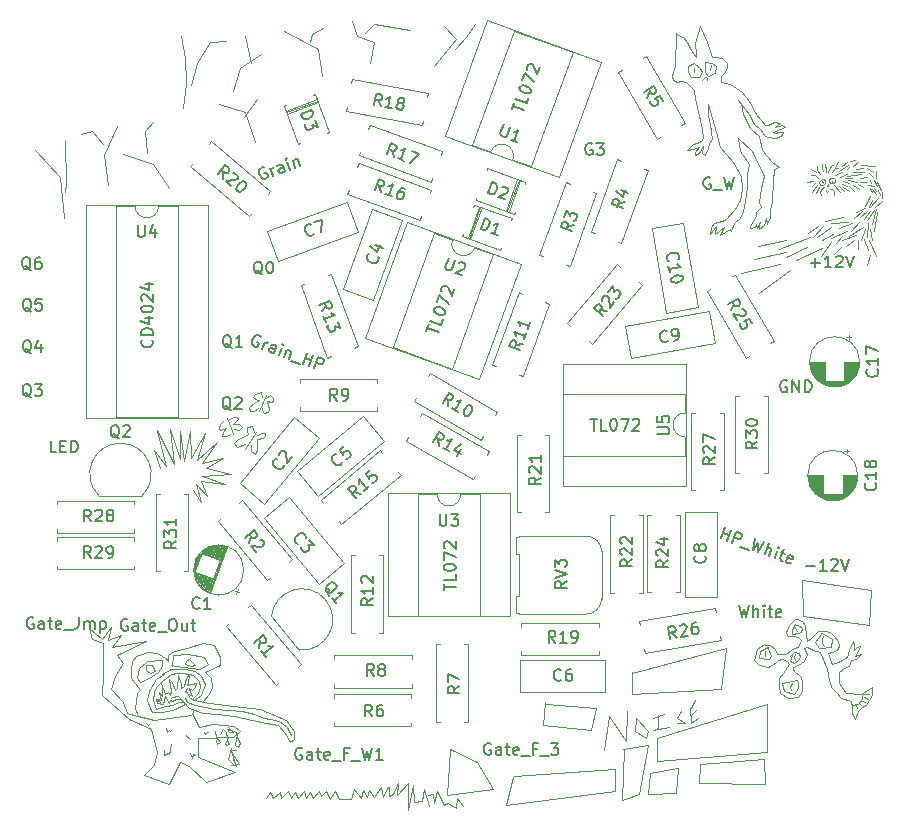
<source format=gbr>
G04 #@! TF.GenerationSoftware,KiCad,Pcbnew,(5.1.2-1)-1*
G04 #@! TF.CreationDate,2021-05-12T23:48:54-04:00*
G04 #@! TF.ProjectId,Noise Cornucopia - MFOS,4e6f6973-6520-4436-9f72-6e75636f7069,rev?*
G04 #@! TF.SameCoordinates,Original*
G04 #@! TF.FileFunction,Legend,Top*
G04 #@! TF.FilePolarity,Positive*
%FSLAX46Y46*%
G04 Gerber Fmt 4.6, Leading zero omitted, Abs format (unit mm)*
G04 Created by KiCad (PCBNEW (5.1.2-1)-1) date 2021-05-12 23:48:54*
%MOMM*%
%LPD*%
G04 APERTURE LIST*
%ADD10C,0.120000*%
%ADD11C,0.150000*%
G04 APERTURE END LIST*
D10*
X80695800Y-27406600D02*
X80746600Y-27355800D01*
X80619600Y-27432000D02*
X80695800Y-27406600D01*
X80543400Y-27381200D02*
X80619600Y-27432000D01*
X80518000Y-27279600D02*
X80543400Y-27381200D01*
X49301400Y-78816200D02*
X49834800Y-79425800D01*
X49225200Y-79603600D02*
X49301400Y-78816200D01*
X48514000Y-79222600D02*
X49225200Y-79603600D01*
X48183800Y-79349600D02*
X48514000Y-79222600D01*
X47574200Y-78155800D02*
X48183800Y-79349600D01*
X47371000Y-79222600D02*
X47574200Y-78155800D01*
X47244000Y-78409800D02*
X47371000Y-79222600D01*
X46812200Y-78486000D02*
X47244000Y-78409800D01*
X46532800Y-77978000D02*
X46888400Y-79476600D01*
X46329600Y-79070200D02*
X46532800Y-77978000D01*
X45694600Y-79121000D02*
X46329600Y-79070200D01*
X45567600Y-77698600D02*
X45694600Y-79121000D01*
X45186600Y-79756000D02*
X45567600Y-77698600D01*
X45135800Y-78790800D02*
X45186600Y-79756000D01*
X45186600Y-77470000D02*
X45135800Y-78790800D01*
X44246800Y-78486000D02*
X45186600Y-77470000D01*
X44272200Y-77470000D02*
X44246800Y-78486000D01*
X43916600Y-78435200D02*
X44272200Y-77470000D01*
X43535600Y-78587600D02*
X43916600Y-78435200D01*
X43535600Y-77851000D02*
X43535600Y-78587600D01*
X43332400Y-77952600D02*
X43535600Y-77851000D01*
X43027600Y-78663800D02*
X43332400Y-77952600D01*
X42900600Y-77876400D02*
X43027600Y-78663800D01*
X42240200Y-78714600D02*
X42900600Y-77876400D01*
X41884600Y-78130400D02*
X42240200Y-78714600D01*
X41681400Y-78714600D02*
X41884600Y-78130400D01*
X41351200Y-78079600D02*
X41681400Y-78714600D01*
X41148000Y-78765400D02*
X41351200Y-78079600D01*
X40589200Y-78054200D02*
X41148000Y-78765400D01*
X40309800Y-78841600D02*
X40589200Y-78054200D01*
X39344600Y-78867000D02*
X40309800Y-78841600D01*
X38963600Y-78206600D02*
X39344600Y-78867000D01*
X38506400Y-78841600D02*
X38963600Y-78206600D01*
X38227000Y-78206600D02*
X38506400Y-78841600D01*
X37820600Y-78638400D02*
X38227000Y-78206600D01*
X37592000Y-78206600D02*
X37820600Y-78638400D01*
X37084000Y-78765400D02*
X37592000Y-78206600D01*
X36830000Y-78282800D02*
X37084000Y-78765400D01*
X36525200Y-78740000D02*
X36830000Y-78282800D01*
X36347400Y-78181200D02*
X36525200Y-78740000D01*
X35864800Y-78765400D02*
X36347400Y-78181200D01*
X35560000Y-78282800D02*
X35864800Y-78765400D01*
X35229800Y-78790800D02*
X35560000Y-78282800D01*
X35026600Y-78206600D02*
X35229800Y-78790800D01*
X34366200Y-78765400D02*
X35026600Y-78206600D01*
X34315400Y-78232000D02*
X34366200Y-78765400D01*
X33680400Y-78765400D02*
X34315400Y-78232000D01*
X33502600Y-78232000D02*
X33680400Y-78765400D01*
X33147000Y-78816200D02*
X33502600Y-78232000D01*
X30073600Y-74701400D02*
X30581600Y-74676000D01*
X30861000Y-75920600D02*
X30073600Y-74701400D01*
X30200600Y-75996800D02*
X30861000Y-75920600D01*
X30429200Y-75971400D02*
X30200600Y-75996800D01*
X29921200Y-75514200D02*
X30429200Y-75971400D01*
X30149800Y-74574400D02*
X29921200Y-75514200D01*
X30175200Y-74726800D02*
X30149800Y-74574400D01*
X30327600Y-75311000D02*
X30175200Y-74726800D01*
X30556200Y-76047600D02*
X30327600Y-75311000D01*
X30607000Y-75946000D02*
X30556200Y-76047600D01*
X30327600Y-75539600D02*
X30607000Y-75946000D01*
X30353000Y-75260200D02*
X30327600Y-75539600D01*
X28778200Y-73075800D02*
X28854400Y-73710800D01*
X28829000Y-73228200D02*
X28778200Y-73075800D01*
X28956000Y-73660000D02*
X28829000Y-73228200D01*
X29235400Y-74066400D02*
X28956000Y-73660000D01*
X29006800Y-74193400D02*
X29235400Y-74066400D01*
X28905200Y-73939400D02*
X29006800Y-74193400D01*
X28956000Y-73660000D02*
X28905200Y-73939400D01*
X29464000Y-72923400D02*
X29260800Y-73329800D01*
X29718000Y-73152000D02*
X29464000Y-72923400D01*
X29794200Y-73660000D02*
X29718000Y-73152000D01*
X29819600Y-73863200D02*
X29794200Y-73660000D01*
X29997400Y-74193400D02*
X29819600Y-73863200D01*
X29718000Y-74320400D02*
X29997400Y-74193400D01*
X29667200Y-74117200D02*
X29718000Y-74320400D01*
X29870400Y-73660000D02*
X29667200Y-74117200D01*
X30302200Y-73228200D02*
X29895800Y-72745600D01*
X29997400Y-73228200D02*
X30302200Y-73228200D01*
X29845000Y-72923400D02*
X29997400Y-73228200D01*
X30175200Y-73050400D02*
X29845000Y-72923400D01*
X30581600Y-73177400D02*
X30175200Y-73050400D01*
X30683200Y-73380600D02*
X30581600Y-73177400D01*
X30708600Y-73634600D02*
X30683200Y-73380600D01*
X30861000Y-73939400D02*
X30708600Y-73634600D01*
X30937200Y-74117200D02*
X30861000Y-73939400D01*
X30759400Y-74447400D02*
X30937200Y-74117200D01*
X30480000Y-74295000D02*
X30759400Y-74447400D01*
X30505400Y-74091800D02*
X30480000Y-74295000D01*
X30607000Y-73837800D02*
X30505400Y-74091800D01*
X30657800Y-73329800D02*
X30607000Y-73837800D01*
X28117800Y-73152000D02*
X28244800Y-73202800D01*
X27940000Y-73355200D02*
X28117800Y-73152000D01*
X27863800Y-73177400D02*
X27940000Y-73355200D01*
X23114000Y-72593200D02*
X23342600Y-72466200D01*
X22961600Y-72390000D02*
X23114000Y-72593200D01*
X26974800Y-75082400D02*
X27076400Y-75158600D01*
X26822400Y-75412600D02*
X26974800Y-75082400D01*
X26720800Y-74930000D02*
X26822400Y-75412600D01*
X24511000Y-75133200D02*
X24511000Y-74701400D01*
X24866600Y-74980800D02*
X24511000Y-75133200D01*
X24942800Y-75031600D02*
X24866600Y-74980800D01*
X24968200Y-74701400D02*
X24942800Y-75031600D01*
X25019000Y-74650600D02*
X24968200Y-74701400D01*
X25120600Y-74193400D02*
X25019000Y-74650600D01*
X26593800Y-73660000D02*
X26695400Y-73812400D01*
X26416000Y-73634600D02*
X26593800Y-73660000D01*
X26339800Y-73406000D02*
X26416000Y-73634600D01*
X24993600Y-73126600D02*
X25196800Y-72898000D01*
X24917400Y-73050400D02*
X24993600Y-73126600D01*
X24765000Y-73152000D02*
X24917400Y-73050400D01*
X24663400Y-72847200D02*
X24765000Y-73152000D01*
X21386800Y-71577200D02*
X22225000Y-71831200D01*
X20980400Y-70688200D02*
X21386800Y-71577200D01*
X19964400Y-69545200D02*
X20980400Y-70688200D01*
X20320000Y-68478400D02*
X19964400Y-69545200D01*
X20980400Y-67360800D02*
X20320000Y-68478400D01*
X20523200Y-66700400D02*
X20980400Y-67360800D01*
X22987000Y-65481200D02*
X20523200Y-66700400D01*
X20116800Y-66014600D02*
X22987000Y-65481200D01*
X20878800Y-64998600D02*
X20116800Y-66014600D01*
X19710400Y-65405000D02*
X20878800Y-64998600D01*
X19989800Y-64262000D02*
X19710400Y-65405000D01*
X19278600Y-65328800D02*
X19989800Y-64262000D01*
X18110200Y-64363600D02*
X19278600Y-65328800D01*
X18389600Y-65354200D02*
X18110200Y-64363600D01*
X19354800Y-65684400D02*
X18389600Y-65354200D01*
X19354800Y-68351400D02*
X19354800Y-65684400D01*
X19253200Y-70078600D02*
X19354800Y-68351400D01*
X21513800Y-72059800D02*
X19253200Y-70078600D01*
X23368000Y-72923400D02*
X21513800Y-72059800D01*
X23901400Y-74904600D02*
X23368000Y-72923400D01*
X23622000Y-75946000D02*
X23901400Y-74904600D01*
X22834600Y-76809600D02*
X23622000Y-75946000D01*
X24917400Y-77622400D02*
X22834600Y-76809600D01*
X25831800Y-75717400D02*
X24917400Y-77622400D01*
X26644600Y-76098400D02*
X25831800Y-75717400D01*
X28067000Y-77444600D02*
X26644600Y-76098400D01*
X30480000Y-76581000D02*
X28067000Y-77444600D01*
X27355800Y-75336400D02*
X30480000Y-76581000D01*
X27406600Y-73660000D02*
X27355800Y-75336400D01*
X30302200Y-73609200D02*
X27406600Y-73660000D01*
X30886400Y-73101200D02*
X30302200Y-73609200D01*
X30378400Y-72644000D02*
X30886400Y-73101200D01*
X28625800Y-72542400D02*
X30378400Y-72644000D01*
X27432000Y-72745600D02*
X28625800Y-72542400D01*
X26898600Y-71551800D02*
X27432000Y-72745600D01*
X24815800Y-67208400D02*
X24663400Y-67005200D01*
X24841200Y-66649600D02*
X24815800Y-67208400D01*
X25323800Y-66294000D02*
X24841200Y-66649600D01*
X26416000Y-66090800D02*
X25323800Y-66294000D01*
X27787600Y-65684400D02*
X26416000Y-66090800D01*
X28702000Y-65786000D02*
X27787600Y-65684400D01*
X29210000Y-66802000D02*
X28702000Y-65786000D01*
X29260800Y-67513200D02*
X29210000Y-66802000D01*
X27965400Y-68072000D02*
X29260800Y-67513200D01*
X28473400Y-68580000D02*
X27965400Y-68072000D01*
X28549600Y-69418200D02*
X28473400Y-68580000D01*
X28321000Y-70002400D02*
X28549600Y-69418200D01*
X27711400Y-70612000D02*
X28321000Y-70002400D01*
X26797000Y-71729600D02*
X27000200Y-71297800D01*
X23647400Y-72161400D02*
X26797000Y-71729600D01*
X22250400Y-71856600D02*
X23647400Y-72161400D01*
X22072600Y-71120000D02*
X22250400Y-71856600D01*
X22199600Y-69875400D02*
X22072600Y-71120000D01*
X22428200Y-69646800D02*
X22199600Y-69875400D01*
X22250400Y-69392800D02*
X22428200Y-69646800D01*
X21717000Y-68630800D02*
X22250400Y-69392800D01*
X21717000Y-67995800D02*
X21717000Y-68630800D01*
X21793200Y-67157600D02*
X21717000Y-67995800D01*
X22123400Y-66776600D02*
X21793200Y-67157600D01*
X22606000Y-66548000D02*
X22123400Y-66776600D01*
X23114000Y-66421000D02*
X22606000Y-66548000D01*
X23901400Y-66522600D02*
X23114000Y-66421000D01*
X24714200Y-67005200D02*
X23901400Y-66522600D01*
X27101800Y-67513200D02*
X26644600Y-66979800D01*
X26797000Y-67640200D02*
X27101800Y-67513200D01*
X26263600Y-67462400D02*
X26797000Y-67640200D01*
X26314400Y-67157600D02*
X26263600Y-67462400D01*
X26670000Y-66903600D02*
X26314400Y-67157600D01*
X23469600Y-67538600D02*
X22987000Y-67487800D01*
X23698200Y-67995800D02*
X23469600Y-67538600D01*
X23317200Y-68173600D02*
X23698200Y-67995800D01*
X22987000Y-67919600D02*
X23317200Y-68173600D01*
X22961600Y-67513200D02*
X22987000Y-67919600D01*
X25527000Y-67564000D02*
X25120600Y-67487800D01*
X27559000Y-67843400D02*
X25527000Y-67564000D01*
X28219400Y-67437000D02*
X27559000Y-67843400D01*
X27863800Y-66878200D02*
X28219400Y-67437000D01*
X26517600Y-66598800D02*
X27863800Y-66878200D01*
X25273000Y-66649600D02*
X26517600Y-66598800D01*
X25171400Y-67564000D02*
X25273000Y-66649600D01*
X24282400Y-67081400D02*
X23012400Y-67208400D01*
X24307800Y-67589400D02*
X24282400Y-67081400D01*
X23977600Y-68122800D02*
X24307800Y-67589400D01*
X23190200Y-68656200D02*
X23977600Y-68122800D01*
X22428200Y-68986400D02*
X23190200Y-68656200D01*
X22174200Y-68630800D02*
X22428200Y-68986400D01*
X22377400Y-67767200D02*
X22174200Y-68630800D01*
X22987000Y-67233800D02*
X22377400Y-67767200D01*
X34925000Y-72796400D02*
X35229800Y-73456800D01*
X34264600Y-72263000D02*
X34925000Y-72796400D01*
X33477200Y-72110600D02*
X34264600Y-72263000D01*
X32994600Y-71983600D02*
X33477200Y-72110600D01*
X32105600Y-71653400D02*
X32994600Y-71983600D01*
X31064200Y-71399400D02*
X32105600Y-71653400D01*
X30048200Y-71348600D02*
X31064200Y-71399400D01*
X28752800Y-71221600D02*
X30048200Y-71348600D01*
X27990800Y-71094600D02*
X28752800Y-71221600D01*
X27076400Y-70916800D02*
X27990800Y-71094600D01*
X26466800Y-70612000D02*
X27076400Y-70916800D01*
X26263600Y-70307200D02*
X26466800Y-70612000D01*
X25069800Y-67894200D02*
X24358600Y-68300600D01*
X26263600Y-67894200D02*
X25069800Y-67894200D01*
X27076400Y-68021200D02*
X26263600Y-67894200D01*
X27609800Y-68478400D02*
X27076400Y-68021200D01*
X27965400Y-69138800D02*
X27609800Y-68478400D01*
X27584400Y-70078600D02*
X27965400Y-69138800D01*
X27051000Y-70459600D02*
X27584400Y-70078600D01*
X25450800Y-71247000D02*
X26289000Y-70789800D01*
X24815800Y-71450200D02*
X25450800Y-71247000D01*
X24206200Y-71501000D02*
X24815800Y-71450200D01*
X23469600Y-71526400D02*
X24206200Y-71501000D01*
X23266400Y-71120000D02*
X23469600Y-71526400D01*
X23037800Y-70459600D02*
X23266400Y-71120000D01*
X23215600Y-69697600D02*
X23037800Y-70459600D01*
X23520400Y-69164200D02*
X23215600Y-69697600D01*
X23825200Y-68732400D02*
X23520400Y-69164200D01*
X24460200Y-68275200D02*
X23825200Y-68732400D01*
X25654000Y-70688200D02*
X26060400Y-70612000D01*
X25247600Y-70942200D02*
X25654000Y-70688200D01*
X24612600Y-71018400D02*
X25247600Y-70942200D01*
X23774400Y-71247000D02*
X24612600Y-71018400D01*
X23545800Y-70485000D02*
X23774400Y-71247000D01*
X23647400Y-69773800D02*
X23545800Y-70485000D01*
X23825200Y-69342000D02*
X23647400Y-69773800D01*
X27406600Y-69875400D02*
X26847800Y-70358000D01*
X27559000Y-69367400D02*
X27406600Y-69875400D01*
X27432000Y-68859400D02*
X27559000Y-69367400D01*
X26974800Y-68326000D02*
X27432000Y-68859400D01*
X26568400Y-68249800D02*
X26974800Y-68326000D01*
X26085800Y-68173600D02*
X26568400Y-68249800D01*
X25628600Y-68173600D02*
X26085800Y-68173600D01*
X25095200Y-68300600D02*
X25628600Y-68173600D01*
X24638000Y-68580000D02*
X25095200Y-68300600D01*
X24358600Y-68834000D02*
X24638000Y-68580000D01*
X23876000Y-69291200D02*
X24358600Y-68834000D01*
X25654000Y-70358000D02*
X25831800Y-70434200D01*
X25476200Y-70434200D02*
X25654000Y-70358000D01*
X25196800Y-70586600D02*
X25476200Y-70434200D01*
X25019000Y-70485000D02*
X25196800Y-70586600D01*
X24917400Y-70764400D02*
X25019000Y-70485000D01*
X24612600Y-70180200D02*
X24917400Y-70764400D01*
X24409400Y-70840600D02*
X24612600Y-70180200D01*
X23901400Y-70764400D02*
X24409400Y-70840600D01*
X23774400Y-70408800D02*
X23901400Y-70764400D01*
X24155400Y-70612000D02*
X23774400Y-70408800D01*
X23926800Y-70434200D02*
X24155400Y-70612000D01*
X24231600Y-70459600D02*
X23926800Y-70434200D01*
X24028400Y-69799200D02*
X24231600Y-70459600D01*
X24307800Y-70129400D02*
X24028400Y-69799200D01*
X24282400Y-69723000D02*
X24307800Y-70129400D01*
X24307800Y-69265800D02*
X24282400Y-69723000D01*
X26873200Y-70129400D02*
X26619200Y-69977000D01*
X26670000Y-69773800D02*
X26873200Y-70129400D01*
X26593800Y-69443600D02*
X26670000Y-69773800D01*
X26847800Y-69646800D02*
X26593800Y-69443600D01*
X27152600Y-69418200D02*
X26847800Y-69646800D01*
X27178000Y-69037200D02*
X27152600Y-69418200D01*
X26873200Y-69113400D02*
X27178000Y-69037200D01*
X26441400Y-69240400D02*
X26873200Y-69113400D01*
X26543000Y-69037200D02*
X26441400Y-69240400D01*
X26568400Y-68300600D02*
X26543000Y-69037200D01*
X26314400Y-68656200D02*
X26568400Y-68300600D01*
X26162000Y-69316600D02*
X26314400Y-68656200D01*
X25933400Y-69443600D02*
X26162000Y-69316600D01*
X25958800Y-69113400D02*
X25933400Y-69443600D01*
X25704800Y-68402200D02*
X25958800Y-69113400D01*
X25577800Y-69469000D02*
X25704800Y-68402200D01*
X25400000Y-69596000D02*
X25577800Y-69469000D01*
X25146000Y-68986400D02*
X25400000Y-69596000D01*
X24917400Y-68732400D02*
X25146000Y-68986400D01*
X25120600Y-69748400D02*
X24917400Y-68732400D01*
X25019000Y-70053200D02*
X25120600Y-69748400D01*
X24790400Y-69799200D02*
X25019000Y-70053200D01*
X24587200Y-69977000D02*
X24790400Y-69799200D01*
X24257000Y-69062600D02*
X24587200Y-69977000D01*
X26289000Y-69773800D02*
X26416000Y-69494400D01*
X25196800Y-70205600D02*
X25069800Y-70281800D01*
X25654000Y-70180200D02*
X25196800Y-70205600D01*
X26619200Y-71120000D02*
X25654000Y-70180200D01*
X27813000Y-71602600D02*
X26619200Y-71120000D01*
X29032200Y-71653400D02*
X27813000Y-71602600D01*
X30403800Y-71856600D02*
X29032200Y-71653400D01*
X31953200Y-72161400D02*
X30403800Y-71856600D01*
X33096200Y-72390000D02*
X31953200Y-72161400D01*
X34112200Y-72567800D02*
X33096200Y-72390000D01*
X34747200Y-73279000D02*
X34112200Y-72567800D01*
X35153600Y-74066400D02*
X34747200Y-73279000D01*
X35534600Y-73761600D02*
X35153600Y-74066400D01*
X35509200Y-73075800D02*
X35534600Y-73761600D01*
X34798000Y-72186800D02*
X35509200Y-73075800D01*
X32588200Y-71247000D02*
X34798000Y-72186800D01*
X31089600Y-71094600D02*
X32588200Y-71247000D01*
X28270200Y-70713600D02*
X31089600Y-71094600D01*
X27025600Y-70485000D02*
X28270200Y-70713600D01*
X26720800Y-70332600D02*
X27025600Y-70485000D01*
X26314400Y-69748400D02*
X26720800Y-70332600D01*
X50063400Y-14325600D02*
X50825400Y-13258800D01*
X49098200Y-15367000D02*
X50063400Y-14325600D01*
X49225200Y-14554200D02*
X48158400Y-13436600D01*
X47345600Y-16814800D02*
X49225200Y-14554200D01*
X42265600Y-13208000D02*
X45339000Y-13716000D01*
X41529000Y-13995400D02*
X42265600Y-13208000D01*
X40817800Y-14274800D02*
X40436800Y-13004800D01*
X42240200Y-14757400D02*
X40817800Y-14274800D01*
X41960800Y-16535400D02*
X42240200Y-14757400D01*
X37033200Y-14071600D02*
X37973000Y-13563600D01*
X36830000Y-14782800D02*
X37033200Y-14071600D01*
X37541200Y-15367000D02*
X34671000Y-13843000D01*
X37871400Y-17627600D02*
X37541200Y-15367000D01*
X22885400Y-22326600D02*
X23545800Y-21564600D01*
X23037800Y-24206200D02*
X22885400Y-22326600D01*
X23545800Y-25095200D02*
X20980400Y-24257000D01*
X24892000Y-27101800D02*
X23545800Y-25095200D01*
X18415000Y-22301200D02*
X17500600Y-22555200D01*
X19304000Y-23418800D02*
X18415000Y-22301200D01*
X19431000Y-24333200D02*
X20497800Y-21920200D01*
X19761200Y-26873200D02*
X19431000Y-24333200D01*
X16205200Y-26797000D02*
X16103600Y-27432000D01*
X16078200Y-23139400D02*
X16205200Y-26797000D01*
X15646400Y-26238200D02*
X13563600Y-23926800D01*
X16052800Y-29667200D02*
X15646400Y-26238200D01*
X31826200Y-49403000D02*
X31877000Y-48895000D01*
X32207200Y-49657000D02*
X31826200Y-49403000D01*
X32359600Y-49301400D02*
X32207200Y-49657000D01*
X32385000Y-48387000D02*
X32359600Y-49301400D01*
X32867600Y-48310800D02*
X32385000Y-48387000D01*
X33070800Y-48133000D02*
X32867600Y-48310800D01*
X33020000Y-47879000D02*
X33070800Y-48133000D01*
X32816800Y-47853600D02*
X33020000Y-47879000D01*
X32359600Y-48056800D02*
X32816800Y-47853600D01*
X30708600Y-49022000D02*
X31318200Y-48818800D01*
X30454600Y-48742600D02*
X30708600Y-49022000D01*
X30759400Y-48361600D02*
X30454600Y-48742600D01*
X31191200Y-48209200D02*
X30759400Y-48361600D01*
X31623000Y-47955200D02*
X31191200Y-48209200D01*
X31521400Y-47675800D02*
X31623000Y-47955200D01*
X31521400Y-47396400D02*
X31521400Y-47675800D01*
X31623000Y-47345600D02*
X31521400Y-47396400D01*
X31953200Y-47294800D02*
X31623000Y-47345600D01*
X32080200Y-47802800D02*
X31953200Y-47294800D01*
X31369000Y-49250600D02*
X32308800Y-47802800D01*
X32791400Y-45923200D02*
X32816800Y-45796200D01*
X32994600Y-46177200D02*
X32791400Y-45923200D01*
X33274000Y-46101000D02*
X32994600Y-46177200D01*
X33401000Y-45821600D02*
X33274000Y-46101000D01*
X33299400Y-45542200D02*
X33401000Y-45821600D01*
X33172400Y-45161200D02*
X33299400Y-45542200D01*
X33553400Y-45237400D02*
X33172400Y-45161200D01*
X33680400Y-45161200D02*
X33553400Y-45237400D01*
X33756600Y-44932600D02*
X33680400Y-45161200D01*
X33502600Y-44678600D02*
X33756600Y-44932600D01*
X33147000Y-44881800D02*
X33502600Y-44678600D01*
X32080200Y-46024800D02*
X32461200Y-45745400D01*
X31750000Y-45974000D02*
X32080200Y-46024800D01*
X31699200Y-45694600D02*
X31750000Y-45974000D01*
X32131000Y-45339000D02*
X31699200Y-45694600D01*
X32562800Y-45110400D02*
X32131000Y-45339000D01*
X32385000Y-45085000D02*
X32562800Y-45110400D01*
X32054800Y-44856400D02*
X32385000Y-45085000D01*
X32156400Y-44551600D02*
X32054800Y-44856400D01*
X32461200Y-44475400D02*
X32156400Y-44551600D01*
X32689800Y-44424600D02*
X32461200Y-44475400D01*
X32816800Y-44831000D02*
X32689800Y-44424600D01*
X33096200Y-44653200D02*
X32537400Y-46050200D01*
X30861000Y-47599600D02*
X30403800Y-47548800D01*
X31064200Y-47371000D02*
X30861000Y-47599600D01*
X30861000Y-47142400D02*
X31064200Y-47371000D01*
X30302200Y-47117000D02*
X30861000Y-47142400D01*
X30429200Y-47040800D02*
X30302200Y-47117000D01*
X30784800Y-46659800D02*
X30429200Y-47040800D01*
X30632400Y-46532800D02*
X30784800Y-46659800D01*
X30429200Y-46532800D02*
X30632400Y-46532800D01*
X29997400Y-46659800D02*
X30429200Y-46532800D01*
X30175200Y-47472600D02*
X30327600Y-47929800D01*
X29819600Y-46583600D02*
X30175200Y-47472600D01*
X29845000Y-48133000D02*
X30048200Y-47929800D01*
X29387800Y-48158400D02*
X29845000Y-48133000D01*
X29514800Y-47828200D02*
X29387800Y-48158400D01*
X29768800Y-47472600D02*
X29514800Y-47828200D01*
X29235400Y-47625000D02*
X29768800Y-47472600D01*
X29133800Y-47447200D02*
X29235400Y-47625000D01*
X29260800Y-47091600D02*
X29133800Y-47447200D01*
X29591000Y-46786800D02*
X29260800Y-47091600D01*
X23672800Y-49276000D02*
X24180800Y-50850800D01*
X24663400Y-50673000D02*
X23672800Y-49276000D01*
X23901400Y-47675800D02*
X24663400Y-50673000D01*
X27609800Y-53746400D02*
X26924000Y-52679600D01*
X27178000Y-52171600D02*
X27609800Y-53746400D01*
X28168600Y-53187600D02*
X27178000Y-52171600D01*
X27609800Y-51943000D02*
X28168600Y-53187600D01*
X29616400Y-52171600D02*
X27609800Y-51943000D01*
X27736800Y-51511200D02*
X29616400Y-52171600D01*
X30124400Y-51308000D02*
X27736800Y-51511200D01*
X28067000Y-50850800D02*
X30124400Y-51308000D01*
X29514800Y-49987200D02*
X28067000Y-50850800D01*
X27736800Y-50419000D02*
X29514800Y-49987200D01*
X29006800Y-48666400D02*
X27736800Y-50419000D01*
X27254200Y-50139600D02*
X29006800Y-48666400D01*
X27965400Y-47879000D02*
X27254200Y-50139600D01*
X26746200Y-49987200D02*
X27965400Y-47879000D01*
X26720800Y-47726600D02*
X26746200Y-49987200D01*
X26187400Y-50241200D02*
X26720800Y-47726600D01*
X25831800Y-47726600D02*
X26187400Y-50241200D01*
X25882600Y-50038000D02*
X25831800Y-47726600D01*
X25019000Y-47574200D02*
X25882600Y-50038000D01*
X25374600Y-50469800D02*
X25019000Y-47574200D01*
X23876000Y-47650400D02*
X25374600Y-50469800D01*
X84353400Y-61137800D02*
X78486000Y-60299600D01*
X84175600Y-64135000D02*
X84353400Y-61137800D01*
X78587600Y-63347600D02*
X84175600Y-64135000D01*
X78511400Y-60325000D02*
X78587600Y-63347600D01*
X50977800Y-75692000D02*
X48742600Y-74650600D01*
X52349400Y-77978000D02*
X50977800Y-75692000D01*
X48437800Y-78562200D02*
X52349400Y-77978000D01*
X48717200Y-74701400D02*
X48437800Y-78562200D01*
X53416200Y-79400400D02*
X54000400Y-76962000D01*
X62712600Y-78206600D02*
X53416200Y-79400400D01*
X62712600Y-76352400D02*
X62712600Y-78206600D01*
X54152800Y-76885800D02*
X62712600Y-76352400D01*
X75285600Y-75463400D02*
X69900800Y-75895200D01*
X75361800Y-77571600D02*
X75285600Y-75463400D01*
X69824600Y-77520800D02*
X75361800Y-77571600D01*
X69850000Y-75895200D02*
X69824600Y-77520800D01*
X65659000Y-76657200D02*
X67945000Y-76276200D01*
X65506600Y-78435200D02*
X65659000Y-76657200D01*
X67818000Y-78359000D02*
X65506600Y-78435200D01*
X67970400Y-76225400D02*
X67818000Y-78359000D01*
X75514200Y-70840600D02*
X66192400Y-73736200D01*
X75539600Y-74853800D02*
X75514200Y-70840600D01*
X66217800Y-75641200D02*
X75539600Y-74853800D01*
X66268600Y-73710800D02*
X66217800Y-75641200D01*
X65430400Y-74320400D02*
X63347600Y-74650600D01*
X64693800Y-78409800D02*
X65430400Y-74320400D01*
X63271400Y-78943200D02*
X64693800Y-78409800D01*
X63398400Y-74625200D02*
X63271400Y-78943200D01*
X61036200Y-71145400D02*
X56819800Y-70789800D01*
X60604400Y-73050400D02*
X61036200Y-71145400D01*
X56591200Y-72593200D02*
X60604400Y-73050400D01*
X56743600Y-70612000D02*
X56591200Y-72593200D01*
X72059800Y-66090800D02*
X64084200Y-68199000D01*
X71678800Y-69545200D02*
X72059800Y-66090800D01*
X64084200Y-69951600D02*
X71678800Y-69545200D01*
X64109600Y-68122800D02*
X64084200Y-69951600D01*
X83108800Y-70891400D02*
X83159600Y-71196200D01*
X83337400Y-70764400D02*
X83540600Y-70891400D01*
X83591400Y-70535800D02*
X83820000Y-70662800D01*
X83718400Y-70205600D02*
X84074000Y-70408800D01*
X83743800Y-70002400D02*
X84201000Y-69951600D01*
X83286600Y-70789800D02*
X82727800Y-70866000D01*
X83566000Y-70408800D02*
X83286600Y-70789800D01*
X83616800Y-70129400D02*
X83566000Y-70408800D01*
X83642200Y-69900800D02*
X83616800Y-70129400D01*
X81407000Y-69824600D02*
X81000600Y-69342000D01*
X81788000Y-70281800D02*
X81407000Y-69824600D01*
X82677000Y-70561200D02*
X81788000Y-70281800D01*
X82778600Y-71043800D02*
X82677000Y-70561200D01*
X82702400Y-71602600D02*
X82778600Y-71043800D01*
X83007200Y-72059800D02*
X82702400Y-71602600D01*
X83235800Y-71399400D02*
X83007200Y-72059800D01*
X83591400Y-71094600D02*
X83235800Y-71399400D01*
X83947000Y-70891400D02*
X83591400Y-71094600D01*
X84201000Y-70510400D02*
X83947000Y-70891400D01*
X84455000Y-70078600D02*
X84201000Y-70510400D01*
X84455000Y-69342000D02*
X84455000Y-70078600D01*
X84175600Y-69519800D02*
X84455000Y-69342000D01*
X83489800Y-69951600D02*
X84175600Y-69519800D01*
X82270600Y-69900800D02*
X83489800Y-69951600D01*
X81635600Y-69011800D02*
X82270600Y-69900800D01*
X81635600Y-68148200D02*
X81635600Y-69011800D01*
X82092800Y-67741800D02*
X81635600Y-68148200D01*
X82473800Y-67589400D02*
X82092800Y-67741800D01*
X82651600Y-67132200D02*
X82473800Y-67589400D01*
X83058000Y-67005200D02*
X82651600Y-67132200D01*
X83464400Y-66548000D02*
X83058000Y-67005200D01*
X82981800Y-66725800D02*
X83464400Y-66548000D01*
X83210400Y-66344800D02*
X82981800Y-66725800D01*
X83388200Y-65938400D02*
X83210400Y-66344800D01*
X83134200Y-65963800D02*
X83388200Y-65938400D01*
X82880200Y-66243200D02*
X83134200Y-65963800D01*
X82931000Y-65811400D02*
X82880200Y-66243200D01*
X82804000Y-65481200D02*
X82931000Y-65811400D01*
X82524600Y-66243200D02*
X82804000Y-65481200D01*
X82296000Y-66878200D02*
X82524600Y-66243200D01*
X81762600Y-67183000D02*
X82296000Y-66878200D01*
X81534000Y-67259200D02*
X81762600Y-67183000D01*
X81026000Y-67462400D02*
X81534000Y-67259200D01*
X80924400Y-67259200D02*
X81026000Y-67462400D01*
X80670400Y-66497200D02*
X80924400Y-67259200D01*
X81026000Y-66446400D02*
X80670400Y-66497200D01*
X81508600Y-66268600D02*
X81026000Y-66446400D01*
X81661000Y-65887600D02*
X81508600Y-66268600D01*
X81584800Y-65506600D02*
X81661000Y-65887600D01*
X81203800Y-65074800D02*
X81584800Y-65506600D01*
X80848200Y-64693800D02*
X81203800Y-65074800D01*
X80441800Y-64617600D02*
X80848200Y-64693800D01*
X80137000Y-64617600D02*
X80441800Y-64617600D01*
X79832200Y-64668400D02*
X80137000Y-64617600D01*
X79679800Y-64770000D02*
X79832200Y-64668400D01*
X79298800Y-65201800D02*
X79679800Y-64770000D01*
X78917800Y-65481200D02*
X79298800Y-65201800D01*
X78816200Y-64998600D02*
X78917800Y-65481200D01*
X78790800Y-64109600D02*
X78816200Y-64998600D01*
X78486000Y-63830200D02*
X78790800Y-64109600D01*
X78079600Y-63627000D02*
X78486000Y-63830200D01*
X77876400Y-63652400D02*
X78079600Y-63627000D01*
X77520800Y-64058800D02*
X77876400Y-63652400D01*
X77266800Y-64465200D02*
X77520800Y-64058800D01*
X77190600Y-64770000D02*
X77266800Y-64465200D01*
X77317600Y-65049400D02*
X77190600Y-64770000D01*
X77749400Y-65024000D02*
X77317600Y-65049400D01*
X78155800Y-65125600D02*
X77749400Y-65024000D01*
X78435200Y-65405000D02*
X78155800Y-65125600D01*
X78130400Y-65963800D02*
X78435200Y-65405000D01*
X77800200Y-66040000D02*
X78130400Y-65963800D01*
X77546200Y-66243200D02*
X77800200Y-66040000D01*
X77190600Y-66548000D02*
X77546200Y-66243200D01*
X76860400Y-66598800D02*
X77190600Y-66548000D01*
X76428600Y-66624200D02*
X76860400Y-66598800D01*
X76225400Y-66141600D02*
X76428600Y-66624200D01*
X75793600Y-65786000D02*
X76225400Y-66141600D01*
X75514200Y-65786000D02*
X75793600Y-65786000D01*
X75336400Y-65811400D02*
X75514200Y-65786000D01*
X80772000Y-68808600D02*
X80949800Y-69316600D01*
X80594200Y-67843400D02*
X80772000Y-68808600D01*
X80010000Y-66421000D02*
X80594200Y-67843400D01*
X79476600Y-66243200D02*
X80010000Y-66421000D01*
X78968600Y-65963800D02*
X79476600Y-66243200D01*
X78689200Y-66116200D02*
X78968600Y-65963800D01*
X78892400Y-66548000D02*
X78689200Y-66116200D01*
X78689200Y-67157600D02*
X78892400Y-66548000D01*
X78130400Y-67538600D02*
X78689200Y-67157600D01*
X77774800Y-67691000D02*
X78130400Y-67538600D01*
X77749400Y-67894200D02*
X77774800Y-67691000D01*
X77800200Y-68046600D02*
X77749400Y-67894200D01*
X77927200Y-68148200D02*
X77800200Y-68046600D01*
X78232000Y-68351400D02*
X77927200Y-68148200D01*
X78435200Y-68529200D02*
X78232000Y-68351400D01*
X78536800Y-68961000D02*
X78435200Y-68529200D01*
X78536800Y-69697600D02*
X78536800Y-68961000D01*
X78206600Y-70256400D02*
X78536800Y-69697600D01*
X77292200Y-70281800D02*
X78206600Y-70256400D01*
X76631800Y-69850000D02*
X77292200Y-70281800D01*
X76530200Y-69316600D02*
X76631800Y-69850000D01*
X76555600Y-68656200D02*
X76530200Y-69316600D01*
X76860400Y-68224400D02*
X76555600Y-68656200D01*
X77368400Y-67462400D02*
X76860400Y-68224400D01*
X77266800Y-67183000D02*
X77368400Y-67462400D01*
X76784200Y-66979800D02*
X77266800Y-67183000D01*
X76479400Y-67056000D02*
X76784200Y-66979800D01*
X76250800Y-67386200D02*
X76479400Y-67056000D01*
X75666600Y-67691000D02*
X76250800Y-67386200D01*
X74853800Y-67513200D02*
X75666600Y-67691000D01*
X74447400Y-67132200D02*
X74853800Y-67513200D01*
X74676000Y-66192400D02*
X74447400Y-67132200D01*
X75285600Y-65760600D02*
X74676000Y-66192400D01*
X77495400Y-69392800D02*
X77597000Y-69621400D01*
X77647800Y-69037200D02*
X77495400Y-69392800D01*
X78130400Y-68935600D02*
X78054200Y-68834000D01*
X78206600Y-69494400D02*
X78130400Y-68935600D01*
X77851000Y-69977000D02*
X78206600Y-69494400D01*
X76987400Y-69723000D02*
X77851000Y-69977000D01*
X76784200Y-69037200D02*
X76987400Y-69723000D01*
X78054200Y-68783200D02*
X76784200Y-69037200D01*
X80238600Y-65659000D02*
X80391000Y-65913000D01*
X80187800Y-65354200D02*
X80238600Y-65659000D01*
X80289400Y-65074800D02*
X80187800Y-65354200D01*
X80543400Y-64947800D02*
X80111600Y-64846200D01*
X81076800Y-65354200D02*
X80543400Y-64947800D01*
X81000600Y-66014600D02*
X81076800Y-65354200D01*
X79984600Y-66040000D02*
X81000600Y-66014600D01*
X79603600Y-65582800D02*
X79984600Y-66040000D01*
X80111600Y-64897000D02*
X79603600Y-65582800D01*
X77800200Y-66878200D02*
X77952600Y-67056000D01*
X77927200Y-66598800D02*
X77800200Y-66878200D01*
X77851000Y-66395600D02*
X77520800Y-66725800D01*
X78257400Y-66522600D02*
X77851000Y-66395600D01*
X78359000Y-66878200D02*
X78257400Y-66522600D01*
X78206600Y-67132200D02*
X78359000Y-66878200D01*
X77825600Y-67310000D02*
X78206600Y-67132200D01*
X77495400Y-67157600D02*
X77825600Y-67310000D01*
X77647800Y-66675000D02*
X77495400Y-67157600D01*
X75361800Y-66624200D02*
X75412600Y-66751200D01*
X75387200Y-66344800D02*
X75361800Y-66624200D01*
X77978000Y-64592200D02*
X78054200Y-64643000D01*
X77952600Y-64312800D02*
X77978000Y-64592200D01*
X78130400Y-64160400D02*
X77927200Y-64160400D01*
X78536800Y-64389000D02*
X78130400Y-64160400D01*
X78460600Y-64693800D02*
X78536800Y-64389000D01*
X78206600Y-64820800D02*
X78460600Y-64693800D01*
X77673200Y-64897000D02*
X78206600Y-64820800D01*
X77673200Y-64516000D02*
X77673200Y-64897000D01*
X77927200Y-64058800D02*
X77673200Y-64516000D01*
X75869800Y-66776600D02*
X75641200Y-66090800D01*
X75692000Y-66979800D02*
X75869800Y-66776600D01*
X74879200Y-66954400D02*
X75692000Y-66979800D01*
X74930000Y-66294000D02*
X74879200Y-66954400D01*
X75615800Y-66014600D02*
X74930000Y-66294000D01*
X77495400Y-34061400D02*
X74879200Y-36017200D01*
X81889600Y-32029400D02*
X81203800Y-32715200D01*
X80975200Y-31699200D02*
X80137000Y-32893000D01*
X76657200Y-33578800D02*
X73329800Y-34340800D01*
X80238600Y-32232600D02*
X78003400Y-33223200D01*
X77139800Y-32537400D02*
X74472800Y-33147000D01*
X77114400Y-31521400D02*
X74777600Y-32080200D01*
X78968600Y-32105600D02*
X77139800Y-32943800D01*
X79197200Y-31242000D02*
X76581000Y-32308800D01*
X84251800Y-32842200D02*
X83997800Y-33655000D01*
X84150200Y-31546800D02*
X84810600Y-32893000D01*
X83718400Y-31445200D02*
X84124800Y-32410400D01*
X83286600Y-31496000D02*
X83235800Y-32334200D01*
X82931000Y-31496000D02*
X82270600Y-32054800D01*
X83108800Y-31089600D02*
X81864200Y-31496000D01*
X83312000Y-30022800D02*
X82626200Y-30734000D01*
X82296000Y-30784800D02*
X80975200Y-31369000D01*
X81864200Y-31165800D02*
X81381600Y-31826200D01*
X81127600Y-30988000D02*
X80238600Y-31496000D01*
X79883000Y-30353000D02*
X78994000Y-30937200D01*
X80289400Y-30353000D02*
X79476600Y-31318200D01*
X80975200Y-30429200D02*
X79756000Y-31318200D01*
X81940400Y-29616400D02*
X80441800Y-29946600D01*
X82372200Y-30022800D02*
X80975200Y-30124400D01*
X82727800Y-30124400D02*
X81610200Y-30480000D01*
X83642200Y-30454600D02*
X82448400Y-31191200D01*
X83845400Y-30581600D02*
X83540600Y-31496000D01*
X84302600Y-30632400D02*
X84429600Y-31496000D01*
X84099400Y-30073600D02*
X84048600Y-31318200D01*
X84861400Y-29184600D02*
X84582000Y-30734000D01*
X84734400Y-28879800D02*
X84429600Y-30149800D01*
X84277200Y-29083000D02*
X83743800Y-29768800D01*
X83845400Y-28854400D02*
X83058000Y-29133800D01*
X83616800Y-29083000D02*
X82905600Y-29692600D01*
X83972400Y-29108400D02*
X83439000Y-29565600D01*
X84302600Y-27787600D02*
X83845400Y-28651200D01*
X84582000Y-29032200D02*
X84023200Y-29819600D01*
X84455000Y-28143200D02*
X84150200Y-28752800D01*
X84937600Y-27940000D02*
X84277200Y-28752800D01*
X85242400Y-28219400D02*
X84709000Y-28727400D01*
X85242400Y-27457400D02*
X85293200Y-27940000D01*
X84937600Y-27279600D02*
X85090000Y-27686000D01*
X84455000Y-27203400D02*
X84785200Y-27635200D01*
X84582000Y-26441400D02*
X84861400Y-27000200D01*
X84734400Y-25730200D02*
X84810600Y-26263600D01*
X84836000Y-26619200D02*
X85166200Y-27330400D01*
X84099400Y-26898600D02*
X84607400Y-26924000D01*
X84632800Y-27127200D02*
X84810600Y-27381200D01*
X84226400Y-27127200D02*
X84404200Y-27508200D01*
X84302600Y-26441400D02*
X84353400Y-26670000D01*
X84150200Y-25882600D02*
X84505800Y-26187400D01*
X84048600Y-25476200D02*
X84505800Y-25806400D01*
X83540600Y-25222200D02*
X84709000Y-25298400D01*
X82600800Y-24866600D02*
X83032600Y-24790400D01*
X82829400Y-25247600D02*
X83235800Y-24968200D01*
X83058000Y-25527000D02*
X83667600Y-25476200D01*
X82804000Y-25781000D02*
X83718400Y-25781000D01*
X83388200Y-26314400D02*
X83997800Y-26162000D01*
X83439000Y-26619200D02*
X83896200Y-26619200D01*
X83261200Y-26822400D02*
X83693000Y-27051000D01*
X82804000Y-26898600D02*
X83312000Y-27203400D01*
X82524600Y-26974800D02*
X82880200Y-27381200D01*
X82016600Y-27051000D02*
X82473800Y-27381200D01*
X82372200Y-26492200D02*
X83159600Y-26619200D01*
X82321400Y-26111200D02*
X83540600Y-25933400D01*
X81661000Y-25654000D02*
X82397600Y-25196800D01*
X81864200Y-25273000D02*
X82321400Y-24892000D01*
X82296000Y-25527000D02*
X82550000Y-25247600D01*
X82143600Y-26314400D02*
X82753200Y-26314400D01*
X81965800Y-26543000D02*
X82473800Y-26720800D01*
X81864200Y-26822400D02*
X82296000Y-27000200D01*
X81635600Y-27000200D02*
X82067400Y-27381200D01*
X81254600Y-26873200D02*
X81762600Y-27508200D01*
X79425800Y-26543000D02*
X78917800Y-26593800D01*
X79959200Y-27051000D02*
X79654400Y-27559000D01*
X79806800Y-26898600D02*
X79349600Y-27508200D01*
X81330800Y-25349200D02*
X81559400Y-24917400D01*
X81330800Y-26035000D02*
X81915000Y-25755600D01*
X81711800Y-26187400D02*
X82296000Y-25933400D01*
X81203800Y-27609800D02*
X81203800Y-27736800D01*
X81178400Y-27406600D02*
X81203800Y-27609800D01*
X81051400Y-27203400D02*
X81178400Y-27406600D01*
X80848200Y-27203400D02*
X81051400Y-27203400D01*
X80035400Y-27432000D02*
X80111600Y-27711400D01*
X80187800Y-27152600D02*
X80035400Y-27432000D01*
X80391000Y-27076400D02*
X80187800Y-27152600D01*
X79654400Y-26619200D02*
X79349600Y-26974800D01*
X81280000Y-25476200D02*
X81584800Y-25450800D01*
X81076800Y-25755600D02*
X81280000Y-25476200D01*
X81026000Y-25222200D02*
X81127600Y-25222200D01*
X80822800Y-25501600D02*
X81026000Y-25222200D01*
X80670400Y-25806400D02*
X80822800Y-25501600D01*
X80543400Y-25577800D02*
X80543400Y-25755600D01*
X80543400Y-25577800D02*
X80441800Y-25120600D01*
X80187800Y-25425400D02*
X80187800Y-25069800D01*
X80314800Y-25704800D02*
X80187800Y-25425400D01*
X79654400Y-25806400D02*
X79298800Y-25527000D01*
X79806800Y-25577800D02*
X79806800Y-25247600D01*
X80010000Y-25933400D02*
X79806800Y-25577800D01*
X79578200Y-26035000D02*
X79273400Y-26009600D01*
X79832200Y-26314400D02*
X79578200Y-26035000D01*
X81051400Y-26517600D02*
X81076800Y-26670000D01*
X80238600Y-26568400D02*
X80264000Y-26670000D01*
X80670400Y-26949400D02*
X80695800Y-26847800D01*
X80594200Y-26949400D02*
X80670400Y-26949400D01*
X80695800Y-26822400D02*
X80594200Y-26949400D01*
X81203800Y-26314400D02*
X81026000Y-26314400D01*
X81330800Y-26390600D02*
X81203800Y-26314400D01*
X81330800Y-26568400D02*
X81330800Y-26390600D01*
X81203800Y-26720800D02*
X81330800Y-26568400D01*
X80949800Y-26746200D02*
X81203800Y-26720800D01*
X80822800Y-26593800D02*
X80949800Y-26746200D01*
X80822800Y-26339800D02*
X80822800Y-26593800D01*
X80975200Y-26314400D02*
X80822800Y-26339800D01*
X80289400Y-26365200D02*
X80238600Y-26390600D01*
X80467200Y-26492200D02*
X80289400Y-26365200D01*
X80467200Y-26670000D02*
X80467200Y-26492200D01*
X80314800Y-26847800D02*
X80467200Y-26670000D01*
X80035400Y-26847800D02*
X80314800Y-26847800D01*
X79908400Y-26593800D02*
X80035400Y-26847800D01*
X80162400Y-26365200D02*
X79908400Y-26593800D01*
X70434200Y-17856200D02*
X70459600Y-17957800D01*
X70358000Y-17754600D02*
X70434200Y-17856200D01*
X70281800Y-17754600D02*
X70358000Y-17754600D01*
X70180200Y-17780000D02*
X70281800Y-17754600D01*
X70078600Y-18008600D02*
X70180200Y-17780000D01*
X70789800Y-16738600D02*
X70739000Y-17170400D01*
X69367400Y-16941800D02*
X69367400Y-17348200D01*
X70332600Y-16433800D02*
X70256400Y-16535400D01*
X70866000Y-16510000D02*
X70332600Y-16433800D01*
X71247000Y-16789400D02*
X70866000Y-16510000D01*
X71170800Y-17399000D02*
X71247000Y-16789400D01*
X70586600Y-17653000D02*
X71170800Y-17399000D01*
X70281800Y-17322800D02*
X70586600Y-17653000D01*
X70256400Y-16484600D02*
X70281800Y-17322800D01*
X69850000Y-16967200D02*
X69418200Y-16611600D01*
X70002400Y-17322800D02*
X69850000Y-16967200D01*
X69773800Y-17703800D02*
X70002400Y-17322800D01*
X69088000Y-17703800D02*
X69773800Y-17703800D01*
X68834000Y-17322800D02*
X69088000Y-17703800D01*
X68834000Y-16840200D02*
X68834000Y-17322800D01*
X69342000Y-16586200D02*
X68834000Y-16840200D01*
X68046600Y-14173200D02*
X67894200Y-14071600D01*
X68402200Y-14376400D02*
X68046600Y-14173200D01*
X68757800Y-14757400D02*
X68402200Y-14376400D01*
X69113400Y-15468600D02*
X68757800Y-14757400D01*
X69570600Y-16078200D02*
X69113400Y-15468600D01*
X69519800Y-15824200D02*
X69570600Y-16078200D01*
X69469000Y-14884400D02*
X69519800Y-15824200D01*
X69900800Y-13411200D02*
X69469000Y-14884400D01*
X70434200Y-14757400D02*
X69900800Y-13411200D01*
X70866000Y-16002000D02*
X70434200Y-14757400D01*
X71170800Y-16078200D02*
X70866000Y-16002000D01*
X71729600Y-16129000D02*
X71170800Y-16078200D01*
X72186800Y-16510000D02*
X71729600Y-16129000D01*
X72161400Y-16916400D02*
X72186800Y-16510000D01*
X72009000Y-17322800D02*
X72161400Y-16916400D01*
X71678800Y-17653000D02*
X72009000Y-17322800D01*
X71653400Y-18186400D02*
X71678800Y-17653000D01*
X72415400Y-18338800D02*
X71653400Y-18186400D01*
X73406000Y-18999200D02*
X72415400Y-18338800D01*
X73990200Y-19735800D02*
X73406000Y-18999200D01*
X74625200Y-20904200D02*
X73990200Y-19735800D01*
X75336400Y-21793200D02*
X74625200Y-20904200D01*
X75590400Y-21793200D02*
X75336400Y-21793200D01*
X76123800Y-21564600D02*
X75590400Y-21793200D01*
X76606400Y-21590000D02*
X76123800Y-21564600D01*
X76428600Y-21767800D02*
X76606400Y-21590000D01*
X76225400Y-21996400D02*
X76428600Y-21767800D01*
X76809600Y-21818600D02*
X76225400Y-21996400D01*
X77063600Y-21996400D02*
X76809600Y-21818600D01*
X76657200Y-22148800D02*
X77063600Y-21996400D01*
X76022200Y-22428200D02*
X76657200Y-22148800D01*
X76123800Y-22453600D02*
X76022200Y-22428200D01*
X76657200Y-22352000D02*
X76123800Y-22453600D01*
X76936600Y-22377400D02*
X76657200Y-22352000D01*
X76784200Y-22656800D02*
X76936600Y-22377400D01*
X76301600Y-22885400D02*
X76784200Y-22656800D01*
X75641200Y-22809200D02*
X76301600Y-22885400D01*
X75361800Y-22707600D02*
X75641200Y-22809200D01*
X74980800Y-22148800D02*
X75361800Y-22707600D01*
X74447400Y-21717000D02*
X74980800Y-22148800D01*
X74015600Y-20828000D02*
X74447400Y-21717000D01*
X73126600Y-19659600D02*
X74015600Y-20828000D01*
X73304400Y-19939000D02*
X73126600Y-19659600D01*
X73482200Y-20853400D02*
X73304400Y-19939000D01*
X74117200Y-22047200D02*
X73482200Y-20853400D01*
X74853800Y-22707600D02*
X74117200Y-22047200D01*
X75133200Y-23952200D02*
X74853800Y-22707600D01*
X75946000Y-24892000D02*
X75133200Y-23952200D01*
X76555600Y-25323800D02*
X75946000Y-24892000D01*
X76174600Y-25552400D02*
X76555600Y-25323800D01*
X76022200Y-26568400D02*
X76174600Y-25552400D01*
X75946000Y-28270200D02*
X76022200Y-26568400D01*
X75793600Y-29032200D02*
X75946000Y-28270200D01*
X75819000Y-29591000D02*
X75793600Y-29032200D01*
X75539600Y-30175200D02*
X75819000Y-29591000D01*
X75488800Y-29667200D02*
X75539600Y-30175200D01*
X75311000Y-30302200D02*
X75488800Y-29667200D01*
X74904600Y-30632400D02*
X75311000Y-30302200D01*
X74904600Y-30302200D02*
X74904600Y-30632400D01*
X74930000Y-30048200D02*
X74701400Y-30505400D01*
X74650600Y-30149800D02*
X74676000Y-30530800D01*
X74549000Y-30403800D02*
X74650600Y-30149800D01*
X74117200Y-30505400D02*
X74549000Y-30403800D01*
X74142600Y-30378400D02*
X74117200Y-30505400D01*
X74599800Y-29489400D02*
X74142600Y-30378400D01*
X74625200Y-29159200D02*
X74599800Y-29489400D01*
X75006200Y-28727400D02*
X74625200Y-29159200D01*
X74904600Y-28295600D02*
X75006200Y-28727400D01*
X75006200Y-27101800D02*
X74904600Y-28295600D01*
X75260200Y-26111200D02*
X75006200Y-27101800D01*
X74244200Y-24028400D02*
X75260200Y-26111200D01*
X73126600Y-22910800D02*
X74244200Y-24028400D01*
X73279000Y-24003000D02*
X73126600Y-22910800D01*
X74041000Y-25095200D02*
X73279000Y-24003000D01*
X73863200Y-25984200D02*
X74041000Y-25095200D01*
X73837800Y-27076400D02*
X73863200Y-25984200D01*
X73685400Y-28270200D02*
X73837800Y-27076400D01*
X73533000Y-29057600D02*
X73685400Y-28270200D01*
X73228200Y-29692600D02*
X73533000Y-29057600D01*
X72720200Y-30073600D02*
X73228200Y-29692600D01*
X72491600Y-30810200D02*
X72720200Y-30073600D01*
X72390000Y-30607000D02*
X72491600Y-30810200D01*
X71526400Y-31115000D02*
X72390000Y-30607000D01*
X71907400Y-30454600D02*
X71526400Y-31115000D01*
X71170800Y-30988000D02*
X71907400Y-30454600D01*
X71221600Y-30327600D02*
X71170800Y-30988000D01*
X70688200Y-31013400D02*
X71221600Y-30327600D01*
X70840600Y-30454600D02*
X70688200Y-31013400D01*
X71094600Y-30099000D02*
X70840600Y-30454600D01*
X71704200Y-29895800D02*
X71094600Y-30099000D01*
X72085200Y-29768800D02*
X71704200Y-29895800D01*
X72771000Y-28981400D02*
X72085200Y-29768800D01*
X72847200Y-28879800D02*
X72771000Y-28981400D01*
X73228200Y-28168600D02*
X72847200Y-28879800D01*
X73406000Y-27254200D02*
X73228200Y-28168600D01*
X73329800Y-26136600D02*
X73406000Y-27254200D01*
X72694800Y-24968200D02*
X73329800Y-26136600D01*
X71577200Y-23672800D02*
X72694800Y-24968200D01*
X71247000Y-22402800D02*
X71577200Y-23672800D01*
X70510400Y-20040600D02*
X71247000Y-22402800D01*
X70586600Y-20980400D02*
X70510400Y-20040600D01*
X70713600Y-21793200D02*
X70586600Y-20980400D01*
X70840600Y-22301200D02*
X70713600Y-21793200D01*
X70891400Y-22961600D02*
X70840600Y-22301200D01*
X70662800Y-23291800D02*
X70891400Y-22961600D01*
X70510400Y-23723600D02*
X70662800Y-23291800D01*
X70281800Y-24358600D02*
X70510400Y-23723600D01*
X70078600Y-24155400D02*
X70281800Y-24358600D01*
X70154800Y-23545800D02*
X70078600Y-24155400D01*
X69824600Y-24155400D02*
X70154800Y-23545800D01*
X69443600Y-24307800D02*
X69824600Y-24155400D01*
X69469000Y-24104600D02*
X69443600Y-24307800D01*
X69748400Y-23698200D02*
X69469000Y-24104600D01*
X69291200Y-23825200D02*
X69748400Y-23698200D01*
X68808600Y-23952200D02*
X69291200Y-23825200D01*
X69011800Y-23622000D02*
X68808600Y-23952200D01*
X69291200Y-23444200D02*
X69011800Y-23622000D01*
X69646800Y-23317200D02*
X69291200Y-23444200D01*
X69977000Y-23139400D02*
X69646800Y-23317200D01*
X70104000Y-22885400D02*
X69977000Y-23139400D01*
X70053200Y-22148800D02*
X70104000Y-22885400D01*
X69418200Y-19481800D02*
X70053200Y-22148800D01*
X69367400Y-18821400D02*
X69418200Y-19481800D01*
X68707000Y-18161000D02*
X69367400Y-18821400D01*
X68275200Y-18110200D02*
X68707000Y-18161000D01*
X67945000Y-18135600D02*
X68275200Y-18110200D01*
X67589400Y-17983200D02*
X67945000Y-18135600D01*
X67538600Y-17627600D02*
X67589400Y-17983200D01*
X67614800Y-17322800D02*
X67538600Y-17627600D01*
X67792600Y-16840200D02*
X67614800Y-17322800D01*
X67868800Y-14046200D02*
X67792600Y-16840200D01*
X31292800Y-21132800D02*
X32359600Y-19583400D01*
X31343600Y-20701000D02*
X29133800Y-19989800D01*
X32207200Y-23215600D02*
X31343600Y-20701000D01*
X31851600Y-16586200D02*
X31318200Y-14224000D01*
X30911800Y-16992600D02*
X32740600Y-15773400D01*
X30327600Y-18923000D02*
X30911800Y-16992600D01*
X28397200Y-14808200D02*
X29743400Y-14681200D01*
X27279600Y-16560800D02*
X28397200Y-14808200D01*
X26746200Y-18440400D02*
X27279600Y-16560800D01*
X26390600Y-18211800D02*
X26060400Y-20345400D01*
X26263600Y-16154400D02*
X26390600Y-18211800D01*
X25933400Y-14300200D02*
X26263600Y-16154400D01*
D11*
X60593552Y-46670980D02*
X61164980Y-46670980D01*
X60879266Y-47670980D02*
X60879266Y-46670980D01*
X61974504Y-47670980D02*
X61498314Y-47670980D01*
X61498314Y-46670980D01*
X62498314Y-46670980D02*
X62593552Y-46670980D01*
X62688790Y-46718600D01*
X62736409Y-46766219D01*
X62784028Y-46861457D01*
X62831647Y-47051933D01*
X62831647Y-47290028D01*
X62784028Y-47480504D01*
X62736409Y-47575742D01*
X62688790Y-47623361D01*
X62593552Y-47670980D01*
X62498314Y-47670980D01*
X62403076Y-47623361D01*
X62355457Y-47575742D01*
X62307838Y-47480504D01*
X62260219Y-47290028D01*
X62260219Y-47051933D01*
X62307838Y-46861457D01*
X62355457Y-46766219D01*
X62403076Y-46718600D01*
X62498314Y-46670980D01*
X63164980Y-46670980D02*
X63831647Y-46670980D01*
X63403076Y-47670980D01*
X64164980Y-46766219D02*
X64212600Y-46718600D01*
X64307838Y-46670980D01*
X64545933Y-46670980D01*
X64641171Y-46718600D01*
X64688790Y-46766219D01*
X64736409Y-46861457D01*
X64736409Y-46956695D01*
X64688790Y-47099552D01*
X64117361Y-47670980D01*
X64736409Y-47670980D01*
X48169580Y-61199447D02*
X48169580Y-60628019D01*
X49169580Y-60913733D02*
X48169580Y-60913733D01*
X49169580Y-59818495D02*
X49169580Y-60294685D01*
X48169580Y-60294685D01*
X48169580Y-59294685D02*
X48169580Y-59199447D01*
X48217200Y-59104209D01*
X48264819Y-59056590D01*
X48360057Y-59008971D01*
X48550533Y-58961352D01*
X48788628Y-58961352D01*
X48979104Y-59008971D01*
X49074342Y-59056590D01*
X49121961Y-59104209D01*
X49169580Y-59199447D01*
X49169580Y-59294685D01*
X49121961Y-59389923D01*
X49074342Y-59437542D01*
X48979104Y-59485161D01*
X48788628Y-59532780D01*
X48550533Y-59532780D01*
X48360057Y-59485161D01*
X48264819Y-59437542D01*
X48217200Y-59389923D01*
X48169580Y-59294685D01*
X48169580Y-58628019D02*
X48169580Y-57961352D01*
X49169580Y-58389923D01*
X48264819Y-57628019D02*
X48217200Y-57580400D01*
X48169580Y-57485161D01*
X48169580Y-57247066D01*
X48217200Y-57151828D01*
X48264819Y-57104209D01*
X48360057Y-57056590D01*
X48455295Y-57056590D01*
X48598152Y-57104209D01*
X49169580Y-57675638D01*
X49169580Y-57056590D01*
X23445742Y-39992038D02*
X23493361Y-40039657D01*
X23540980Y-40182514D01*
X23540980Y-40277752D01*
X23493361Y-40420609D01*
X23398123Y-40515847D01*
X23302885Y-40563466D01*
X23112409Y-40611085D01*
X22969552Y-40611085D01*
X22779076Y-40563466D01*
X22683838Y-40515847D01*
X22588600Y-40420609D01*
X22540980Y-40277752D01*
X22540980Y-40182514D01*
X22588600Y-40039657D01*
X22636219Y-39992038D01*
X23540980Y-39563466D02*
X22540980Y-39563466D01*
X22540980Y-39325371D01*
X22588600Y-39182514D01*
X22683838Y-39087276D01*
X22779076Y-39039657D01*
X22969552Y-38992038D01*
X23112409Y-38992038D01*
X23302885Y-39039657D01*
X23398123Y-39087276D01*
X23493361Y-39182514D01*
X23540980Y-39325371D01*
X23540980Y-39563466D01*
X22874314Y-38134895D02*
X23540980Y-38134895D01*
X22493361Y-38372990D02*
X23207647Y-38611085D01*
X23207647Y-37992038D01*
X22540980Y-37420609D02*
X22540980Y-37325371D01*
X22588600Y-37230133D01*
X22636219Y-37182514D01*
X22731457Y-37134895D01*
X22921933Y-37087276D01*
X23160028Y-37087276D01*
X23350504Y-37134895D01*
X23445742Y-37182514D01*
X23493361Y-37230133D01*
X23540980Y-37325371D01*
X23540980Y-37420609D01*
X23493361Y-37515847D01*
X23445742Y-37563466D01*
X23350504Y-37611085D01*
X23160028Y-37658704D01*
X22921933Y-37658704D01*
X22731457Y-37611085D01*
X22636219Y-37563466D01*
X22588600Y-37515847D01*
X22540980Y-37420609D01*
X22636219Y-36706323D02*
X22588600Y-36658704D01*
X22540980Y-36563466D01*
X22540980Y-36325371D01*
X22588600Y-36230133D01*
X22636219Y-36182514D01*
X22731457Y-36134895D01*
X22826695Y-36134895D01*
X22969552Y-36182514D01*
X23540980Y-36753942D01*
X23540980Y-36134895D01*
X22874314Y-35277752D02*
X23540980Y-35277752D01*
X22493361Y-35515847D02*
X23207647Y-35753942D01*
X23207647Y-35134895D01*
X53929449Y-20447556D02*
X54124889Y-19910589D01*
X54966862Y-20521093D02*
X54027169Y-20179073D01*
X55341455Y-19491906D02*
X55178588Y-19939378D01*
X54238896Y-19597358D01*
X54580916Y-18657665D02*
X54613489Y-18568171D01*
X54690810Y-18494963D01*
X54751844Y-18466502D01*
X54857625Y-18454329D01*
X55052901Y-18474728D01*
X55276637Y-18556161D01*
X55439339Y-18666055D01*
X55512547Y-18743376D01*
X55541008Y-18804410D01*
X55553182Y-18910191D01*
X55520609Y-18999686D01*
X55443288Y-19072893D01*
X55382254Y-19101354D01*
X55276473Y-19113528D01*
X55081197Y-19093129D01*
X54857461Y-19011695D01*
X54694758Y-18901801D01*
X54621550Y-18824481D01*
X54593090Y-18763447D01*
X54580916Y-18657665D01*
X54808929Y-18031204D02*
X55036943Y-17404742D01*
X55830055Y-18149488D01*
X55240444Y-17124084D02*
X55211983Y-17063050D01*
X55199809Y-16957269D01*
X55281243Y-16733533D01*
X55358563Y-16660325D01*
X55419597Y-16631864D01*
X55525379Y-16619691D01*
X55614873Y-16652264D01*
X55732828Y-16745871D01*
X56074355Y-17478279D01*
X56286082Y-16896564D01*
X46690449Y-39218156D02*
X46885889Y-38681189D01*
X47727862Y-39291693D02*
X46788169Y-38949673D01*
X48102455Y-38262506D02*
X47939588Y-38709978D01*
X46999896Y-38367958D01*
X47341916Y-37428265D02*
X47374489Y-37338771D01*
X47451810Y-37265563D01*
X47512844Y-37237102D01*
X47618625Y-37224929D01*
X47813901Y-37245328D01*
X48037637Y-37326761D01*
X48200339Y-37436655D01*
X48273547Y-37513976D01*
X48302008Y-37575010D01*
X48314182Y-37680791D01*
X48281609Y-37770286D01*
X48204288Y-37843493D01*
X48143254Y-37871954D01*
X48037473Y-37884128D01*
X47842197Y-37863729D01*
X47618461Y-37782295D01*
X47455758Y-37672401D01*
X47382550Y-37595081D01*
X47354090Y-37534047D01*
X47341916Y-37428265D01*
X47569929Y-36801804D02*
X47797943Y-36175342D01*
X48591055Y-36920088D01*
X48001444Y-35894684D02*
X47972983Y-35833650D01*
X47960809Y-35727869D01*
X48042243Y-35504133D01*
X48119563Y-35430925D01*
X48180597Y-35402464D01*
X48286379Y-35390291D01*
X48375873Y-35422864D01*
X48493828Y-35516471D01*
X48835355Y-36248879D01*
X49047082Y-35667164D01*
X30206961Y-40679619D02*
X30111723Y-40632000D01*
X30016485Y-40536761D01*
X29873628Y-40393904D01*
X29778390Y-40346285D01*
X29683152Y-40346285D01*
X29730771Y-40584380D02*
X29635533Y-40536761D01*
X29540295Y-40441523D01*
X29492676Y-40251047D01*
X29492676Y-39917714D01*
X29540295Y-39727238D01*
X29635533Y-39632000D01*
X29730771Y-39584380D01*
X29921247Y-39584380D01*
X30016485Y-39632000D01*
X30111723Y-39727238D01*
X30159342Y-39917714D01*
X30159342Y-40251047D01*
X30111723Y-40441523D01*
X30016485Y-40536761D01*
X29921247Y-40584380D01*
X29730771Y-40584380D01*
X31111723Y-40584380D02*
X30540295Y-40584380D01*
X30826009Y-40584380D02*
X30826009Y-39584380D01*
X30730771Y-39727238D01*
X30635533Y-39822476D01*
X30540295Y-39870095D01*
X30156161Y-45937419D02*
X30060923Y-45889800D01*
X29965685Y-45794561D01*
X29822828Y-45651704D01*
X29727590Y-45604085D01*
X29632352Y-45604085D01*
X29679971Y-45842180D02*
X29584733Y-45794561D01*
X29489495Y-45699323D01*
X29441876Y-45508847D01*
X29441876Y-45175514D01*
X29489495Y-44985038D01*
X29584733Y-44889800D01*
X29679971Y-44842180D01*
X29870447Y-44842180D01*
X29965685Y-44889800D01*
X30060923Y-44985038D01*
X30108542Y-45175514D01*
X30108542Y-45508847D01*
X30060923Y-45699323D01*
X29965685Y-45794561D01*
X29870447Y-45842180D01*
X29679971Y-45842180D01*
X30489495Y-44937419D02*
X30537114Y-44889800D01*
X30632352Y-44842180D01*
X30870447Y-44842180D01*
X30965685Y-44889800D01*
X31013304Y-44937419D01*
X31060923Y-45032657D01*
X31060923Y-45127895D01*
X31013304Y-45270752D01*
X30441876Y-45842180D01*
X31060923Y-45842180D01*
X32823161Y-34456619D02*
X32727923Y-34409000D01*
X32632685Y-34313761D01*
X32489828Y-34170904D01*
X32394590Y-34123285D01*
X32299352Y-34123285D01*
X32346971Y-34361380D02*
X32251733Y-34313761D01*
X32156495Y-34218523D01*
X32108876Y-34028047D01*
X32108876Y-33694714D01*
X32156495Y-33504238D01*
X32251733Y-33409000D01*
X32346971Y-33361380D01*
X32537447Y-33361380D01*
X32632685Y-33409000D01*
X32727923Y-33504238D01*
X32775542Y-33694714D01*
X32775542Y-34028047D01*
X32727923Y-34218523D01*
X32632685Y-34313761D01*
X32537447Y-34361380D01*
X32346971Y-34361380D01*
X33394590Y-33361380D02*
X33489828Y-33361380D01*
X33585066Y-33409000D01*
X33632685Y-33456619D01*
X33680304Y-33551857D01*
X33727923Y-33742333D01*
X33727923Y-33980428D01*
X33680304Y-34170904D01*
X33632685Y-34266142D01*
X33585066Y-34313761D01*
X33489828Y-34361380D01*
X33394590Y-34361380D01*
X33299352Y-34313761D01*
X33251733Y-34266142D01*
X33204114Y-34170904D01*
X33156495Y-33980428D01*
X33156495Y-33742333D01*
X33204114Y-33551857D01*
X33251733Y-33456619D01*
X33299352Y-33409000D01*
X33394590Y-33361380D01*
X13214361Y-34101019D02*
X13119123Y-34053400D01*
X13023885Y-33958161D01*
X12881028Y-33815304D01*
X12785790Y-33767685D01*
X12690552Y-33767685D01*
X12738171Y-34005780D02*
X12642933Y-33958161D01*
X12547695Y-33862923D01*
X12500076Y-33672447D01*
X12500076Y-33339114D01*
X12547695Y-33148638D01*
X12642933Y-33053400D01*
X12738171Y-33005780D01*
X12928647Y-33005780D01*
X13023885Y-33053400D01*
X13119123Y-33148638D01*
X13166742Y-33339114D01*
X13166742Y-33672447D01*
X13119123Y-33862923D01*
X13023885Y-33958161D01*
X12928647Y-34005780D01*
X12738171Y-34005780D01*
X14023885Y-33005780D02*
X13833409Y-33005780D01*
X13738171Y-33053400D01*
X13690552Y-33101019D01*
X13595314Y-33243876D01*
X13547695Y-33434352D01*
X13547695Y-33815304D01*
X13595314Y-33910542D01*
X13642933Y-33958161D01*
X13738171Y-34005780D01*
X13928647Y-34005780D01*
X14023885Y-33958161D01*
X14071504Y-33910542D01*
X14119123Y-33815304D01*
X14119123Y-33577209D01*
X14071504Y-33481971D01*
X14023885Y-33434352D01*
X13928647Y-33386733D01*
X13738171Y-33386733D01*
X13642933Y-33434352D01*
X13595314Y-33481971D01*
X13547695Y-33577209D01*
X13239761Y-44845219D02*
X13144523Y-44797600D01*
X13049285Y-44702361D01*
X12906428Y-44559504D01*
X12811190Y-44511885D01*
X12715952Y-44511885D01*
X12763571Y-44749980D02*
X12668333Y-44702361D01*
X12573095Y-44607123D01*
X12525476Y-44416647D01*
X12525476Y-44083314D01*
X12573095Y-43892838D01*
X12668333Y-43797600D01*
X12763571Y-43749980D01*
X12954047Y-43749980D01*
X13049285Y-43797600D01*
X13144523Y-43892838D01*
X13192142Y-44083314D01*
X13192142Y-44416647D01*
X13144523Y-44607123D01*
X13049285Y-44702361D01*
X12954047Y-44749980D01*
X12763571Y-44749980D01*
X13525476Y-43749980D02*
X14144523Y-43749980D01*
X13811190Y-44130933D01*
X13954047Y-44130933D01*
X14049285Y-44178552D01*
X14096904Y-44226171D01*
X14144523Y-44321409D01*
X14144523Y-44559504D01*
X14096904Y-44654742D01*
X14049285Y-44702361D01*
X13954047Y-44749980D01*
X13668333Y-44749980D01*
X13573095Y-44702361D01*
X13525476Y-44654742D01*
X13265161Y-37606219D02*
X13169923Y-37558600D01*
X13074685Y-37463361D01*
X12931828Y-37320504D01*
X12836590Y-37272885D01*
X12741352Y-37272885D01*
X12788971Y-37510980D02*
X12693733Y-37463361D01*
X12598495Y-37368123D01*
X12550876Y-37177647D01*
X12550876Y-36844314D01*
X12598495Y-36653838D01*
X12693733Y-36558600D01*
X12788971Y-36510980D01*
X12979447Y-36510980D01*
X13074685Y-36558600D01*
X13169923Y-36653838D01*
X13217542Y-36844314D01*
X13217542Y-37177647D01*
X13169923Y-37368123D01*
X13074685Y-37463361D01*
X12979447Y-37510980D01*
X12788971Y-37510980D01*
X14122304Y-36510980D02*
X13646114Y-36510980D01*
X13598495Y-36987171D01*
X13646114Y-36939552D01*
X13741352Y-36891933D01*
X13979447Y-36891933D01*
X14074685Y-36939552D01*
X14122304Y-36987171D01*
X14169923Y-37082409D01*
X14169923Y-37320504D01*
X14122304Y-37415742D01*
X14074685Y-37463361D01*
X13979447Y-37510980D01*
X13741352Y-37510980D01*
X13646114Y-37463361D01*
X13598495Y-37415742D01*
X13265161Y-41111419D02*
X13169923Y-41063800D01*
X13074685Y-40968561D01*
X12931828Y-40825704D01*
X12836590Y-40778085D01*
X12741352Y-40778085D01*
X12788971Y-41016180D02*
X12693733Y-40968561D01*
X12598495Y-40873323D01*
X12550876Y-40682847D01*
X12550876Y-40349514D01*
X12598495Y-40159038D01*
X12693733Y-40063800D01*
X12788971Y-40016180D01*
X12979447Y-40016180D01*
X13074685Y-40063800D01*
X13169923Y-40159038D01*
X13217542Y-40349514D01*
X13217542Y-40682847D01*
X13169923Y-40873323D01*
X13074685Y-40968561D01*
X12979447Y-41016180D01*
X12788971Y-41016180D01*
X14074685Y-40349514D02*
X14074685Y-41016180D01*
X13836590Y-39968561D02*
X13598495Y-40682847D01*
X14217542Y-40682847D01*
X32949508Y-25362720D02*
X32843727Y-25350546D01*
X32709485Y-25399406D01*
X32591530Y-25493013D01*
X32534608Y-25615081D01*
X32522434Y-25720863D01*
X32542834Y-25916138D01*
X32591694Y-26050380D01*
X32701588Y-26213082D01*
X32778909Y-26286290D01*
X32900976Y-26343212D01*
X33051505Y-26339099D01*
X33140999Y-26306525D01*
X33258955Y-26212918D01*
X33287415Y-26151884D01*
X33173408Y-25838653D01*
X32994419Y-25903800D01*
X33722714Y-26094799D02*
X33494700Y-25468337D01*
X33559847Y-25647326D02*
X33572021Y-25541545D01*
X33600482Y-25480511D01*
X33673690Y-25403190D01*
X33763184Y-25370617D01*
X34707154Y-25736492D02*
X34528000Y-25244272D01*
X34450680Y-25171064D01*
X34344899Y-25158890D01*
X34165909Y-25224037D01*
X34092702Y-25301357D01*
X34690867Y-25691745D02*
X34617659Y-25769065D01*
X34393923Y-25850499D01*
X34288142Y-25838325D01*
X34210821Y-25765117D01*
X34178248Y-25675622D01*
X34190422Y-25569841D01*
X34263630Y-25492520D01*
X34487366Y-25411087D01*
X34560574Y-25333766D01*
X35154626Y-25573625D02*
X34926613Y-24947163D01*
X34812606Y-24633932D02*
X34784146Y-24694966D01*
X34845180Y-24723427D01*
X34873640Y-24662393D01*
X34812606Y-24633932D01*
X34845180Y-24723427D01*
X35374086Y-24784297D02*
X35602099Y-25410758D01*
X35406659Y-24873791D02*
X35435120Y-24812757D01*
X35508327Y-24735437D01*
X35642569Y-24686577D01*
X35748351Y-24698750D01*
X35825671Y-24771958D01*
X36004825Y-25264178D01*
X32657283Y-39714329D02*
X32584076Y-39637009D01*
X32449834Y-39588149D01*
X32299305Y-39584036D01*
X32177237Y-39640957D01*
X32099917Y-39714165D01*
X31990023Y-39876868D01*
X31941163Y-40011109D01*
X31920763Y-40206385D01*
X31932937Y-40312166D01*
X31989859Y-40434234D01*
X32107814Y-40527841D01*
X32197308Y-40560415D01*
X32347837Y-40564528D01*
X32408871Y-40536067D01*
X32522877Y-40222836D01*
X32343888Y-40157689D01*
X32779023Y-40772142D02*
X33007036Y-40145680D01*
X32941889Y-40324669D02*
X33019210Y-40251461D01*
X33080244Y-40223000D01*
X33186025Y-40210827D01*
X33275520Y-40243400D01*
X33763463Y-41130448D02*
X33942616Y-40638228D01*
X33930442Y-40532447D01*
X33857234Y-40455127D01*
X33678245Y-40389980D01*
X33572464Y-40402154D01*
X33779749Y-41085701D02*
X33673968Y-41097875D01*
X33450232Y-41016442D01*
X33377024Y-40939121D01*
X33364850Y-40833340D01*
X33397423Y-40743845D01*
X33474744Y-40670637D01*
X33580525Y-40658464D01*
X33804261Y-40739897D01*
X33910043Y-40727723D01*
X34210935Y-41293315D02*
X34438949Y-40666853D01*
X34552955Y-40353623D02*
X34491921Y-40382083D01*
X34520382Y-40443117D01*
X34581416Y-40414656D01*
X34552955Y-40353623D01*
X34520382Y-40443117D01*
X34886421Y-40829720D02*
X34658408Y-41456182D01*
X34853848Y-40919215D02*
X34914882Y-40890754D01*
X35020663Y-40878580D01*
X35154905Y-40927440D01*
X35228113Y-41004761D01*
X35240287Y-41110542D01*
X35061133Y-41602762D01*
X35252296Y-41773690D02*
X35968253Y-42034277D01*
X36224562Y-42026215D02*
X36566582Y-41086523D01*
X36403716Y-41533995D02*
X36940683Y-41729436D01*
X36761530Y-42221656D02*
X37103550Y-41281963D01*
X37209002Y-42384522D02*
X37551022Y-41444830D01*
X37909000Y-41575123D01*
X37982208Y-41652444D01*
X38010669Y-41713478D01*
X38022843Y-41819259D01*
X37973983Y-41953501D01*
X37896662Y-42026708D01*
X37835628Y-42055169D01*
X37729847Y-42067343D01*
X37371869Y-41937050D01*
X15359142Y-49525180D02*
X14882952Y-49525180D01*
X14882952Y-48525180D01*
X15692476Y-49001371D02*
X16025809Y-49001371D01*
X16168666Y-49525180D02*
X15692476Y-49525180D01*
X15692476Y-48525180D01*
X16168666Y-48525180D01*
X16597238Y-49525180D02*
X16597238Y-48525180D01*
X16835333Y-48525180D01*
X16978190Y-48572800D01*
X17073428Y-48668038D01*
X17121047Y-48763276D01*
X17168666Y-48953752D01*
X17168666Y-49096609D01*
X17121047Y-49287085D01*
X17073428Y-49382323D01*
X16978190Y-49477561D01*
X16835333Y-49525180D01*
X16597238Y-49525180D01*
X13419485Y-63508000D02*
X13324247Y-63460380D01*
X13181390Y-63460380D01*
X13038533Y-63508000D01*
X12943295Y-63603238D01*
X12895676Y-63698476D01*
X12848057Y-63888952D01*
X12848057Y-64031809D01*
X12895676Y-64222285D01*
X12943295Y-64317523D01*
X13038533Y-64412761D01*
X13181390Y-64460380D01*
X13276628Y-64460380D01*
X13419485Y-64412761D01*
X13467104Y-64365142D01*
X13467104Y-64031809D01*
X13276628Y-64031809D01*
X14324247Y-64460380D02*
X14324247Y-63936571D01*
X14276628Y-63841333D01*
X14181390Y-63793714D01*
X13990914Y-63793714D01*
X13895676Y-63841333D01*
X14324247Y-64412761D02*
X14229009Y-64460380D01*
X13990914Y-64460380D01*
X13895676Y-64412761D01*
X13848057Y-64317523D01*
X13848057Y-64222285D01*
X13895676Y-64127047D01*
X13990914Y-64079428D01*
X14229009Y-64079428D01*
X14324247Y-64031809D01*
X14657580Y-63793714D02*
X15038533Y-63793714D01*
X14800438Y-63460380D02*
X14800438Y-64317523D01*
X14848057Y-64412761D01*
X14943295Y-64460380D01*
X15038533Y-64460380D01*
X15752819Y-64412761D02*
X15657580Y-64460380D01*
X15467104Y-64460380D01*
X15371866Y-64412761D01*
X15324247Y-64317523D01*
X15324247Y-63936571D01*
X15371866Y-63841333D01*
X15467104Y-63793714D01*
X15657580Y-63793714D01*
X15752819Y-63841333D01*
X15800438Y-63936571D01*
X15800438Y-64031809D01*
X15324247Y-64127047D01*
X15990914Y-64555619D02*
X16752819Y-64555619D01*
X17276628Y-63460380D02*
X17276628Y-64174666D01*
X17229009Y-64317523D01*
X17133771Y-64412761D01*
X16990914Y-64460380D01*
X16895676Y-64460380D01*
X17752819Y-64460380D02*
X17752819Y-63793714D01*
X17752819Y-63888952D02*
X17800438Y-63841333D01*
X17895676Y-63793714D01*
X18038533Y-63793714D01*
X18133771Y-63841333D01*
X18181390Y-63936571D01*
X18181390Y-64460380D01*
X18181390Y-63936571D02*
X18229009Y-63841333D01*
X18324247Y-63793714D01*
X18467104Y-63793714D01*
X18562342Y-63841333D01*
X18609961Y-63936571D01*
X18609961Y-64460380D01*
X19086152Y-63793714D02*
X19086152Y-64793714D01*
X19086152Y-63841333D02*
X19181390Y-63793714D01*
X19371866Y-63793714D01*
X19467104Y-63841333D01*
X19514723Y-63888952D01*
X19562342Y-63984190D01*
X19562342Y-64269904D01*
X19514723Y-64365142D01*
X19467104Y-64412761D01*
X19371866Y-64460380D01*
X19181390Y-64460380D01*
X19086152Y-64412761D01*
X21379180Y-63660400D02*
X21283942Y-63612780D01*
X21141085Y-63612780D01*
X20998228Y-63660400D01*
X20902990Y-63755638D01*
X20855371Y-63850876D01*
X20807752Y-64041352D01*
X20807752Y-64184209D01*
X20855371Y-64374685D01*
X20902990Y-64469923D01*
X20998228Y-64565161D01*
X21141085Y-64612780D01*
X21236323Y-64612780D01*
X21379180Y-64565161D01*
X21426800Y-64517542D01*
X21426800Y-64184209D01*
X21236323Y-64184209D01*
X22283942Y-64612780D02*
X22283942Y-64088971D01*
X22236323Y-63993733D01*
X22141085Y-63946114D01*
X21950609Y-63946114D01*
X21855371Y-63993733D01*
X22283942Y-64565161D02*
X22188704Y-64612780D01*
X21950609Y-64612780D01*
X21855371Y-64565161D01*
X21807752Y-64469923D01*
X21807752Y-64374685D01*
X21855371Y-64279447D01*
X21950609Y-64231828D01*
X22188704Y-64231828D01*
X22283942Y-64184209D01*
X22617276Y-63946114D02*
X22998228Y-63946114D01*
X22760133Y-63612780D02*
X22760133Y-64469923D01*
X22807752Y-64565161D01*
X22902990Y-64612780D01*
X22998228Y-64612780D01*
X23712514Y-64565161D02*
X23617276Y-64612780D01*
X23426800Y-64612780D01*
X23331561Y-64565161D01*
X23283942Y-64469923D01*
X23283942Y-64088971D01*
X23331561Y-63993733D01*
X23426800Y-63946114D01*
X23617276Y-63946114D01*
X23712514Y-63993733D01*
X23760133Y-64088971D01*
X23760133Y-64184209D01*
X23283942Y-64279447D01*
X23950609Y-64708019D02*
X24712514Y-64708019D01*
X25141085Y-63612780D02*
X25331561Y-63612780D01*
X25426800Y-63660400D01*
X25522038Y-63755638D01*
X25569657Y-63946114D01*
X25569657Y-64279447D01*
X25522038Y-64469923D01*
X25426800Y-64565161D01*
X25331561Y-64612780D01*
X25141085Y-64612780D01*
X25045847Y-64565161D01*
X24950609Y-64469923D01*
X24902990Y-64279447D01*
X24902990Y-63946114D01*
X24950609Y-63755638D01*
X25045847Y-63660400D01*
X25141085Y-63612780D01*
X26426800Y-63946114D02*
X26426800Y-64612780D01*
X25998228Y-63946114D02*
X25998228Y-64469923D01*
X26045847Y-64565161D01*
X26141085Y-64612780D01*
X26283942Y-64612780D01*
X26379180Y-64565161D01*
X26426800Y-64517542D01*
X26760133Y-63946114D02*
X27141085Y-63946114D01*
X26902990Y-63612780D02*
X26902990Y-64469923D01*
X26950609Y-64565161D01*
X27045847Y-64612780D01*
X27141085Y-64612780D01*
X36150942Y-74582400D02*
X36055704Y-74534780D01*
X35912847Y-74534780D01*
X35769990Y-74582400D01*
X35674752Y-74677638D01*
X35627133Y-74772876D01*
X35579514Y-74963352D01*
X35579514Y-75106209D01*
X35627133Y-75296685D01*
X35674752Y-75391923D01*
X35769990Y-75487161D01*
X35912847Y-75534780D01*
X36008085Y-75534780D01*
X36150942Y-75487161D01*
X36198561Y-75439542D01*
X36198561Y-75106209D01*
X36008085Y-75106209D01*
X37055704Y-75534780D02*
X37055704Y-75010971D01*
X37008085Y-74915733D01*
X36912847Y-74868114D01*
X36722371Y-74868114D01*
X36627133Y-74915733D01*
X37055704Y-75487161D02*
X36960466Y-75534780D01*
X36722371Y-75534780D01*
X36627133Y-75487161D01*
X36579514Y-75391923D01*
X36579514Y-75296685D01*
X36627133Y-75201447D01*
X36722371Y-75153828D01*
X36960466Y-75153828D01*
X37055704Y-75106209D01*
X37389038Y-74868114D02*
X37769990Y-74868114D01*
X37531895Y-74534780D02*
X37531895Y-75391923D01*
X37579514Y-75487161D01*
X37674752Y-75534780D01*
X37769990Y-75534780D01*
X38484276Y-75487161D02*
X38389038Y-75534780D01*
X38198561Y-75534780D01*
X38103323Y-75487161D01*
X38055704Y-75391923D01*
X38055704Y-75010971D01*
X38103323Y-74915733D01*
X38198561Y-74868114D01*
X38389038Y-74868114D01*
X38484276Y-74915733D01*
X38531895Y-75010971D01*
X38531895Y-75106209D01*
X38055704Y-75201447D01*
X38722371Y-75630019D02*
X39484276Y-75630019D01*
X40055704Y-75010971D02*
X39722371Y-75010971D01*
X39722371Y-75534780D02*
X39722371Y-74534780D01*
X40198561Y-74534780D01*
X40341419Y-75630019D02*
X41103323Y-75630019D01*
X41246180Y-74534780D02*
X41484276Y-75534780D01*
X41674752Y-74820495D01*
X41865228Y-75534780D01*
X42103323Y-74534780D01*
X43008085Y-75534780D02*
X42436657Y-75534780D01*
X42722371Y-75534780D02*
X42722371Y-74534780D01*
X42627133Y-74677638D01*
X42531895Y-74772876D01*
X42436657Y-74820495D01*
X52140171Y-74176000D02*
X52044933Y-74128380D01*
X51902076Y-74128380D01*
X51759219Y-74176000D01*
X51663980Y-74271238D01*
X51616361Y-74366476D01*
X51568742Y-74556952D01*
X51568742Y-74699809D01*
X51616361Y-74890285D01*
X51663980Y-74985523D01*
X51759219Y-75080761D01*
X51902076Y-75128380D01*
X51997314Y-75128380D01*
X52140171Y-75080761D01*
X52187790Y-75033142D01*
X52187790Y-74699809D01*
X51997314Y-74699809D01*
X53044933Y-75128380D02*
X53044933Y-74604571D01*
X52997314Y-74509333D01*
X52902076Y-74461714D01*
X52711600Y-74461714D01*
X52616361Y-74509333D01*
X53044933Y-75080761D02*
X52949695Y-75128380D01*
X52711600Y-75128380D01*
X52616361Y-75080761D01*
X52568742Y-74985523D01*
X52568742Y-74890285D01*
X52616361Y-74795047D01*
X52711600Y-74747428D01*
X52949695Y-74747428D01*
X53044933Y-74699809D01*
X53378266Y-74461714D02*
X53759219Y-74461714D01*
X53521123Y-74128380D02*
X53521123Y-74985523D01*
X53568742Y-75080761D01*
X53663980Y-75128380D01*
X53759219Y-75128380D01*
X54473504Y-75080761D02*
X54378266Y-75128380D01*
X54187790Y-75128380D01*
X54092552Y-75080761D01*
X54044933Y-74985523D01*
X54044933Y-74604571D01*
X54092552Y-74509333D01*
X54187790Y-74461714D01*
X54378266Y-74461714D01*
X54473504Y-74509333D01*
X54521123Y-74604571D01*
X54521123Y-74699809D01*
X54044933Y-74795047D01*
X54711600Y-75223619D02*
X55473504Y-75223619D01*
X56044933Y-74604571D02*
X55711600Y-74604571D01*
X55711600Y-75128380D02*
X55711600Y-74128380D01*
X56187790Y-74128380D01*
X56330647Y-75223619D02*
X57092552Y-75223619D01*
X57235409Y-74128380D02*
X57854457Y-74128380D01*
X57521123Y-74509333D01*
X57663980Y-74509333D01*
X57759219Y-74556952D01*
X57806838Y-74604571D01*
X57854457Y-74699809D01*
X57854457Y-74937904D01*
X57806838Y-75033142D01*
X57759219Y-75080761D01*
X57663980Y-75128380D01*
X57378266Y-75128380D01*
X57283028Y-75080761D01*
X57235409Y-75033142D01*
X71618756Y-56804978D02*
X71960777Y-55865285D01*
X71797910Y-56312758D02*
X72334877Y-56508198D01*
X72155724Y-57000418D02*
X72497744Y-56060726D01*
X72603196Y-57163285D02*
X72945216Y-56223592D01*
X73303195Y-56353886D01*
X73376402Y-56431206D01*
X73404863Y-56492240D01*
X73417037Y-56598021D01*
X73368177Y-56732263D01*
X73290856Y-56805471D01*
X73229822Y-56833932D01*
X73124041Y-56846106D01*
X72766063Y-56715812D01*
X73286579Y-57513366D02*
X74002536Y-57773953D01*
X74511371Y-56793626D02*
X74393087Y-57814752D01*
X74816376Y-57208690D01*
X74751065Y-57945045D01*
X75316822Y-57086786D01*
X75332780Y-58156772D02*
X75674800Y-57217079D01*
X75735505Y-58303352D02*
X75914658Y-57811132D01*
X75902485Y-57705351D01*
X75829277Y-57628030D01*
X75695035Y-57579170D01*
X75589254Y-57591344D01*
X75528220Y-57619805D01*
X76182978Y-58466219D02*
X76410991Y-57839757D01*
X76524998Y-57526526D02*
X76463964Y-57554987D01*
X76492425Y-57616021D01*
X76553458Y-57587560D01*
X76524998Y-57526526D01*
X76492425Y-57616021D01*
X76724222Y-57953764D02*
X77082200Y-58084057D01*
X76972471Y-57689393D02*
X76679310Y-58494844D01*
X76691484Y-58600625D01*
X76764692Y-58677946D01*
X76854187Y-58710519D01*
X77541682Y-58910072D02*
X77435901Y-58922246D01*
X77256912Y-58857099D01*
X77183704Y-58779778D01*
X77171530Y-58673997D01*
X77301824Y-58316019D01*
X77379144Y-58242811D01*
X77484926Y-58230637D01*
X77663915Y-58295784D01*
X77737123Y-58373105D01*
X77749296Y-58478886D01*
X77716723Y-58568380D01*
X77236677Y-58495008D01*
X73147466Y-62469780D02*
X73385561Y-63469780D01*
X73576038Y-62755495D01*
X73766514Y-63469780D01*
X74004609Y-62469780D01*
X74385561Y-63469780D02*
X74385561Y-62469780D01*
X74814133Y-63469780D02*
X74814133Y-62945971D01*
X74766514Y-62850733D01*
X74671276Y-62803114D01*
X74528419Y-62803114D01*
X74433180Y-62850733D01*
X74385561Y-62898352D01*
X75290323Y-63469780D02*
X75290323Y-62803114D01*
X75290323Y-62469780D02*
X75242704Y-62517400D01*
X75290323Y-62565019D01*
X75337942Y-62517400D01*
X75290323Y-62469780D01*
X75290323Y-62565019D01*
X75623657Y-62803114D02*
X76004609Y-62803114D01*
X75766514Y-62469780D02*
X75766514Y-63326923D01*
X75814133Y-63422161D01*
X75909371Y-63469780D01*
X76004609Y-63469780D01*
X76718895Y-63422161D02*
X76623657Y-63469780D01*
X76433180Y-63469780D01*
X76337942Y-63422161D01*
X76290323Y-63326923D01*
X76290323Y-62945971D01*
X76337942Y-62850733D01*
X76433180Y-62803114D01*
X76623657Y-62803114D01*
X76718895Y-62850733D01*
X76766514Y-62945971D01*
X76766514Y-63041209D01*
X76290323Y-63136447D01*
X77216095Y-43467400D02*
X77120857Y-43419780D01*
X76978000Y-43419780D01*
X76835142Y-43467400D01*
X76739904Y-43562638D01*
X76692285Y-43657876D01*
X76644666Y-43848352D01*
X76644666Y-43991209D01*
X76692285Y-44181685D01*
X76739904Y-44276923D01*
X76835142Y-44372161D01*
X76978000Y-44419780D01*
X77073238Y-44419780D01*
X77216095Y-44372161D01*
X77263714Y-44324542D01*
X77263714Y-43991209D01*
X77073238Y-43991209D01*
X77692285Y-44419780D02*
X77692285Y-43419780D01*
X78263714Y-44419780D01*
X78263714Y-43419780D01*
X78739904Y-44419780D02*
X78739904Y-43419780D01*
X78978000Y-43419780D01*
X79120857Y-43467400D01*
X79216095Y-43562638D01*
X79263714Y-43657876D01*
X79311333Y-43848352D01*
X79311333Y-43991209D01*
X79263714Y-44181685D01*
X79216095Y-44276923D01*
X79120857Y-44372161D01*
X78978000Y-44419780D01*
X78739904Y-44419780D01*
X78832295Y-59151828D02*
X79594200Y-59151828D01*
X80594200Y-59532780D02*
X80022771Y-59532780D01*
X80308485Y-59532780D02*
X80308485Y-58532780D01*
X80213247Y-58675638D01*
X80118009Y-58770876D01*
X80022771Y-58818495D01*
X80975152Y-58628019D02*
X81022771Y-58580400D01*
X81118009Y-58532780D01*
X81356104Y-58532780D01*
X81451342Y-58580400D01*
X81498961Y-58628019D01*
X81546580Y-58723257D01*
X81546580Y-58818495D01*
X81498961Y-58961352D01*
X80927533Y-59532780D01*
X81546580Y-59532780D01*
X81832295Y-58532780D02*
X82165628Y-59532780D01*
X82498961Y-58532780D01*
X79238695Y-33472428D02*
X80000600Y-33472428D01*
X79619647Y-33853380D02*
X79619647Y-33091476D01*
X81000600Y-33853380D02*
X80429171Y-33853380D01*
X80714885Y-33853380D02*
X80714885Y-32853380D01*
X80619647Y-32996238D01*
X80524409Y-33091476D01*
X80429171Y-33139095D01*
X81381552Y-32948619D02*
X81429171Y-32901000D01*
X81524409Y-32853380D01*
X81762504Y-32853380D01*
X81857742Y-32901000D01*
X81905361Y-32948619D01*
X81952980Y-33043857D01*
X81952980Y-33139095D01*
X81905361Y-33281952D01*
X81333933Y-33853380D01*
X81952980Y-33853380D01*
X82238695Y-32853380D02*
X82572028Y-33853380D01*
X82905361Y-32853380D01*
X60720314Y-23376000D02*
X60625076Y-23328380D01*
X60482219Y-23328380D01*
X60339361Y-23376000D01*
X60244123Y-23471238D01*
X60196504Y-23566476D01*
X60148885Y-23756952D01*
X60148885Y-23899809D01*
X60196504Y-24090285D01*
X60244123Y-24185523D01*
X60339361Y-24280761D01*
X60482219Y-24328380D01*
X60577457Y-24328380D01*
X60720314Y-24280761D01*
X60767933Y-24233142D01*
X60767933Y-23899809D01*
X60577457Y-23899809D01*
X61101266Y-23328380D02*
X61720314Y-23328380D01*
X61386980Y-23709333D01*
X61529838Y-23709333D01*
X61625076Y-23756952D01*
X61672695Y-23804571D01*
X61720314Y-23899809D01*
X61720314Y-24137904D01*
X61672695Y-24233142D01*
X61625076Y-24280761D01*
X61529838Y-24328380D01*
X61244123Y-24328380D01*
X61148885Y-24280761D01*
X61101266Y-24233142D01*
X70734323Y-26271600D02*
X70639085Y-26223980D01*
X70496228Y-26223980D01*
X70353371Y-26271600D01*
X70258133Y-26366838D01*
X70210514Y-26462076D01*
X70162895Y-26652552D01*
X70162895Y-26795409D01*
X70210514Y-26985885D01*
X70258133Y-27081123D01*
X70353371Y-27176361D01*
X70496228Y-27223980D01*
X70591466Y-27223980D01*
X70734323Y-27176361D01*
X70781942Y-27128742D01*
X70781942Y-26795409D01*
X70591466Y-26795409D01*
X70972419Y-27319219D02*
X71734323Y-27319219D01*
X71877180Y-26223980D02*
X72115276Y-27223980D01*
X72305752Y-26509695D01*
X72496228Y-27223980D01*
X72734323Y-26223980D01*
D10*
X69113400Y-71170800D02*
X69443600Y-70459600D01*
X69113400Y-71780400D02*
X69621400Y-71247000D01*
X69088000Y-72390000D02*
X69723000Y-71983600D01*
X69011800Y-71196200D02*
X69088000Y-72390000D01*
X68630800Y-72390000D02*
X67945000Y-72415400D01*
X67894200Y-71983600D02*
X68630800Y-72390000D01*
X68224400Y-71399400D02*
X67894200Y-71983600D01*
X65887600Y-72999600D02*
X67284600Y-72745600D01*
X66344800Y-72872600D02*
X65887600Y-72999600D01*
X66344800Y-71729600D02*
X66344800Y-72872600D01*
X65862200Y-72009000D02*
X66827400Y-71653400D01*
X65455800Y-73075800D02*
X64465200Y-71983600D01*
X65278000Y-73736200D02*
X65455800Y-73075800D01*
X64338200Y-73126600D02*
X65278000Y-73736200D01*
X64465200Y-72009000D02*
X64338200Y-73126600D01*
X63576200Y-73939400D02*
X63728600Y-71374000D01*
X62153800Y-71856600D02*
X63576200Y-73939400D01*
X61772800Y-74676000D02*
X62153800Y-71856600D01*
X31228507Y-59474980D02*
G75*
G03X31228507Y-59474980I-2120000J0D01*
G01*
X28397105Y-61429541D02*
X29819909Y-57520419D01*
X28359518Y-61415860D02*
X29782322Y-57506738D01*
X28322272Y-61401239D02*
X29744392Y-57493997D01*
X28285368Y-61385679D02*
X29706120Y-57482196D01*
X28248807Y-61369179D02*
X29667506Y-57471334D01*
X28212245Y-61352679D02*
X28633272Y-60195918D01*
X29207866Y-58617234D02*
X29628893Y-57460472D01*
X28176026Y-61335240D02*
X28595684Y-60182237D01*
X29170278Y-58603553D02*
X29589937Y-57450550D01*
X28140148Y-61316860D02*
X28558097Y-60168556D01*
X29132690Y-58589872D02*
X29550639Y-57441568D01*
X28104612Y-61297541D02*
X28520509Y-60154875D01*
X29095103Y-58576192D02*
X29510999Y-57433525D01*
X28069077Y-61278222D02*
X28482921Y-60141194D01*
X29057515Y-58562511D02*
X29471359Y-57425483D01*
X28034225Y-61257024D02*
X28445333Y-60127514D01*
X29019927Y-58548830D02*
X29431035Y-57419319D01*
X27999374Y-61235826D02*
X28407746Y-60113833D01*
X28982340Y-58535149D02*
X29390712Y-57413156D01*
X27964864Y-61213688D02*
X28370158Y-60100152D01*
X28944752Y-58521468D02*
X29350046Y-57407933D01*
X27930355Y-61191550D02*
X28332570Y-60086471D01*
X28907164Y-58507788D02*
X29309380Y-57402709D01*
X27896529Y-61167532D02*
X28294983Y-60072790D01*
X28869576Y-58494107D02*
X29268030Y-57399365D01*
X27862704Y-61143515D02*
X28257395Y-60059110D01*
X28831989Y-58480426D02*
X29226680Y-57396021D01*
X27829220Y-61118558D02*
X28219807Y-60045429D01*
X28794401Y-58466745D02*
X29184988Y-57393616D01*
X27796421Y-61091721D02*
X28182219Y-60031748D01*
X28756813Y-58453064D02*
X29142612Y-57393091D01*
X27762682Y-61064543D02*
X28143692Y-60017725D01*
X28718286Y-58439042D02*
X29099296Y-57392224D01*
X27729882Y-61037706D02*
X28106104Y-60004044D01*
X28680698Y-58425361D02*
X29056920Y-57391699D01*
X27697767Y-61008990D02*
X28068517Y-59990364D01*
X28643111Y-58411680D02*
X29013860Y-57393053D01*
X27665993Y-60979335D02*
X28030929Y-59976683D01*
X28605523Y-58397999D02*
X28970458Y-57395347D01*
X27634562Y-60948739D02*
X27993341Y-59963002D01*
X28567935Y-58384318D02*
X28926714Y-57398581D01*
X27603473Y-60917205D02*
X27955754Y-59949321D01*
X28530347Y-58370638D02*
X28882628Y-57402754D01*
X27572383Y-60885670D02*
X27918166Y-59935640D01*
X28492760Y-58356957D02*
X28838542Y-57406927D01*
X27541978Y-60852255D02*
X27880578Y-59921959D01*
X28455172Y-58343276D02*
X28793772Y-57412980D01*
X27511915Y-60817901D02*
X27842990Y-59908279D01*
X28417584Y-58329595D02*
X28748660Y-57419973D01*
X27482194Y-60782607D02*
X27805403Y-59894598D01*
X28379997Y-58315914D02*
X28703206Y-57427905D01*
X27453156Y-60745434D02*
X27767815Y-59880917D01*
X28342409Y-58302233D02*
X28657067Y-57437716D01*
X27424119Y-60708261D02*
X27730227Y-59867236D01*
X28304821Y-58288553D02*
X28610929Y-57447528D01*
X27395766Y-60669209D02*
X27692640Y-59853555D01*
X28267233Y-58274872D02*
X28564107Y-57459219D01*
X27367755Y-60629216D02*
X27655052Y-59839875D01*
X28229646Y-58261191D02*
X28516943Y-57471849D01*
X27340428Y-60587345D02*
X27617464Y-59826194D01*
X28192058Y-58247510D02*
X28469094Y-57486359D01*
X27313443Y-60544534D02*
X27579877Y-59812513D01*
X28154470Y-58233829D02*
X28420904Y-57501809D01*
X27286800Y-60500783D02*
X27542289Y-59798832D01*
X28116883Y-58220149D02*
X28372372Y-57518198D01*
X27261183Y-60454213D02*
X27504701Y-59785151D01*
X28079295Y-58206468D02*
X28322813Y-57537407D01*
X27235908Y-60406703D02*
X27467113Y-59771471D01*
X28041707Y-58192787D02*
X28272913Y-57557555D01*
X27211317Y-60357314D02*
X27429526Y-59757790D01*
X28004120Y-58179106D02*
X28222328Y-57579582D01*
X27187410Y-60306045D02*
X27391938Y-59744109D01*
X27966532Y-58165425D02*
X28171060Y-57603489D01*
X27164187Y-60252897D02*
X27354350Y-59730428D01*
X27928944Y-58151745D02*
X28119107Y-57629276D01*
X27141990Y-60196930D02*
X27316763Y-59716747D01*
X27891356Y-58138064D02*
X28066129Y-57657881D01*
X27120478Y-60139084D02*
X27279175Y-59703067D01*
X27853769Y-58124383D02*
X28012466Y-57688366D01*
X27099991Y-60078419D02*
X27241587Y-59689386D01*
X27816181Y-58110702D02*
X27957777Y-57721669D01*
X27080872Y-60013994D02*
X27203999Y-59675705D01*
X27778593Y-58097021D02*
X27901721Y-57758732D01*
X27063122Y-59945811D02*
X27166412Y-59662024D01*
X27741006Y-58083341D02*
X27844296Y-57799553D01*
X27046739Y-59873870D02*
X27128824Y-59648343D01*
X27703418Y-58069660D02*
X27785503Y-57844134D01*
X27032067Y-59797229D02*
X27725000Y-57893412D01*
X27019447Y-59714951D02*
X27662444Y-57948329D01*
X27009563Y-59625155D02*
X27597153Y-58010763D01*
X27003099Y-59525962D02*
X27528442Y-58082594D01*
X27001081Y-59414553D02*
X27455284Y-58166642D01*
X27006930Y-59281532D02*
X27374260Y-58272302D01*
X27026460Y-59110922D02*
X27279554Y-58415550D01*
X30832709Y-61374230D02*
X30456832Y-61237422D01*
X30576366Y-61493765D02*
X30713174Y-61117888D01*
X32980421Y-53854211D02*
X30881459Y-52092973D01*
X37634203Y-48308049D02*
X35535241Y-46546811D01*
X35535241Y-46546811D02*
X30881459Y-52092973D01*
X37634203Y-48308049D02*
X32980421Y-53854211D01*
X37592641Y-60641189D02*
X32938859Y-55095027D01*
X39691603Y-58879951D02*
X35037821Y-53333789D01*
X37592641Y-60641189D02*
X39691603Y-58879951D01*
X32938859Y-55095027D02*
X35037821Y-53333789D01*
X44672641Y-29845312D02*
X42196416Y-36648686D01*
X42097884Y-28908177D02*
X39621658Y-35711551D01*
X44672641Y-29845312D02*
X42097884Y-28908177D01*
X42196416Y-36648686D02*
X39621658Y-35711551D01*
X37543627Y-53217941D02*
X35782389Y-51118979D01*
X43089789Y-48564159D02*
X41328551Y-46465197D01*
X41328551Y-46465197D02*
X35782389Y-51118979D01*
X43089789Y-48564159D02*
X37543627Y-53217941D01*
X61851400Y-69848400D02*
X54611400Y-69848400D01*
X61851400Y-67108400D02*
X54611400Y-67108400D01*
X61851400Y-69848400D02*
X61851400Y-67108400D01*
X54611400Y-69848400D02*
X54611400Y-67108400D01*
X33175377Y-30769484D02*
X39978751Y-28293258D01*
X34112512Y-33344241D02*
X40915886Y-30868016D01*
X33175377Y-30769484D02*
X34112512Y-33344241D01*
X39978751Y-28293258D02*
X40915886Y-30868016D01*
X71296200Y-61771400D02*
X68556200Y-61771400D01*
X71296200Y-54531400D02*
X68556200Y-54531400D01*
X68556200Y-54531400D02*
X68556200Y-61771400D01*
X71296200Y-54531400D02*
X71296200Y-61771400D01*
X64010075Y-41502513D02*
X63534279Y-38804140D01*
X71140083Y-40245301D02*
X70664287Y-37546927D01*
X70664287Y-37546927D02*
X63534279Y-38804140D01*
X71140083Y-40245301D02*
X64010075Y-41502513D01*
X68464701Y-30078917D02*
X69721913Y-37208925D01*
X65766327Y-30554713D02*
X67023540Y-37684721D01*
X68464701Y-30078917D02*
X65766327Y-30554713D01*
X69721913Y-37208925D02*
X67023540Y-37684721D01*
X83374600Y-41847200D02*
G75*
G03X83374600Y-41847200I-2120000J0D01*
G01*
X80414600Y-41847200D02*
X79174600Y-41847200D01*
X83334600Y-41847200D02*
X82094600Y-41847200D01*
X80414600Y-41887200D02*
X79174600Y-41887200D01*
X83334600Y-41887200D02*
X82094600Y-41887200D01*
X80414600Y-41927200D02*
X79175600Y-41927200D01*
X83333600Y-41927200D02*
X82094600Y-41927200D01*
X83331600Y-41967200D02*
X82094600Y-41967200D01*
X80414600Y-41967200D02*
X79177600Y-41967200D01*
X83328600Y-42007200D02*
X82094600Y-42007200D01*
X80414600Y-42007200D02*
X79180600Y-42007200D01*
X83325600Y-42047200D02*
X82094600Y-42047200D01*
X80414600Y-42047200D02*
X79183600Y-42047200D01*
X83321600Y-42087200D02*
X82094600Y-42087200D01*
X80414600Y-42087200D02*
X79187600Y-42087200D01*
X83316600Y-42127200D02*
X82094600Y-42127200D01*
X80414600Y-42127200D02*
X79192600Y-42127200D01*
X83310600Y-42167200D02*
X82094600Y-42167200D01*
X80414600Y-42167200D02*
X79198600Y-42167200D01*
X83304600Y-42207200D02*
X82094600Y-42207200D01*
X80414600Y-42207200D02*
X79204600Y-42207200D01*
X83296600Y-42247200D02*
X82094600Y-42247200D01*
X80414600Y-42247200D02*
X79212600Y-42247200D01*
X83288600Y-42287200D02*
X82094600Y-42287200D01*
X80414600Y-42287200D02*
X79220600Y-42287200D01*
X83279600Y-42327200D02*
X82094600Y-42327200D01*
X80414600Y-42327200D02*
X79229600Y-42327200D01*
X83270600Y-42367200D02*
X82094600Y-42367200D01*
X80414600Y-42367200D02*
X79238600Y-42367200D01*
X83259600Y-42407200D02*
X82094600Y-42407200D01*
X80414600Y-42407200D02*
X79249600Y-42407200D01*
X83248600Y-42447200D02*
X82094600Y-42447200D01*
X80414600Y-42447200D02*
X79260600Y-42447200D01*
X83236600Y-42487200D02*
X82094600Y-42487200D01*
X80414600Y-42487200D02*
X79272600Y-42487200D01*
X83222600Y-42527200D02*
X82094600Y-42527200D01*
X80414600Y-42527200D02*
X79286600Y-42527200D01*
X83208600Y-42568200D02*
X82094600Y-42568200D01*
X80414600Y-42568200D02*
X79300600Y-42568200D01*
X83194600Y-42608200D02*
X82094600Y-42608200D01*
X80414600Y-42608200D02*
X79314600Y-42608200D01*
X83178600Y-42648200D02*
X82094600Y-42648200D01*
X80414600Y-42648200D02*
X79330600Y-42648200D01*
X83161600Y-42688200D02*
X82094600Y-42688200D01*
X80414600Y-42688200D02*
X79347600Y-42688200D01*
X83143600Y-42728200D02*
X82094600Y-42728200D01*
X80414600Y-42728200D02*
X79365600Y-42728200D01*
X83124600Y-42768200D02*
X82094600Y-42768200D01*
X80414600Y-42768200D02*
X79384600Y-42768200D01*
X83105600Y-42808200D02*
X82094600Y-42808200D01*
X80414600Y-42808200D02*
X79403600Y-42808200D01*
X83084600Y-42848200D02*
X82094600Y-42848200D01*
X80414600Y-42848200D02*
X79424600Y-42848200D01*
X83062600Y-42888200D02*
X82094600Y-42888200D01*
X80414600Y-42888200D02*
X79446600Y-42888200D01*
X83039600Y-42928200D02*
X82094600Y-42928200D01*
X80414600Y-42928200D02*
X79469600Y-42928200D01*
X83014600Y-42968200D02*
X82094600Y-42968200D01*
X80414600Y-42968200D02*
X79494600Y-42968200D01*
X82989600Y-43008200D02*
X82094600Y-43008200D01*
X80414600Y-43008200D02*
X79519600Y-43008200D01*
X82962600Y-43048200D02*
X82094600Y-43048200D01*
X80414600Y-43048200D02*
X79546600Y-43048200D01*
X82934600Y-43088200D02*
X82094600Y-43088200D01*
X80414600Y-43088200D02*
X79574600Y-43088200D01*
X82904600Y-43128200D02*
X82094600Y-43128200D01*
X80414600Y-43128200D02*
X79604600Y-43128200D01*
X82873600Y-43168200D02*
X82094600Y-43168200D01*
X80414600Y-43168200D02*
X79635600Y-43168200D01*
X82841600Y-43208200D02*
X82094600Y-43208200D01*
X80414600Y-43208200D02*
X79667600Y-43208200D01*
X82806600Y-43248200D02*
X82094600Y-43248200D01*
X80414600Y-43248200D02*
X79702600Y-43248200D01*
X82770600Y-43288200D02*
X82094600Y-43288200D01*
X80414600Y-43288200D02*
X79738600Y-43288200D01*
X82732600Y-43328200D02*
X82094600Y-43328200D01*
X80414600Y-43328200D02*
X79776600Y-43328200D01*
X82692600Y-43368200D02*
X82094600Y-43368200D01*
X80414600Y-43368200D02*
X79816600Y-43368200D01*
X82650600Y-43408200D02*
X82094600Y-43408200D01*
X80414600Y-43408200D02*
X79858600Y-43408200D01*
X82605600Y-43448200D02*
X79903600Y-43448200D01*
X82558600Y-43488200D02*
X79950600Y-43488200D01*
X82508600Y-43528200D02*
X80000600Y-43528200D01*
X82454600Y-43568200D02*
X80054600Y-43568200D01*
X82396600Y-43608200D02*
X80112600Y-43608200D01*
X82334600Y-43648200D02*
X80174600Y-43648200D01*
X82267600Y-43688200D02*
X80241600Y-43688200D01*
X82194600Y-43728200D02*
X80314600Y-43728200D01*
X82113600Y-43768200D02*
X80395600Y-43768200D01*
X82022600Y-43808200D02*
X80486600Y-43808200D01*
X81918600Y-43848200D02*
X80590600Y-43848200D01*
X81791600Y-43888200D02*
X80717600Y-43888200D01*
X81624600Y-43928200D02*
X80884600Y-43928200D01*
X82449600Y-39577399D02*
X82449600Y-39977399D01*
X82649600Y-39777399D02*
X82249600Y-39777399D01*
X82497200Y-49403999D02*
X82097200Y-49403999D01*
X82297200Y-49203999D02*
X82297200Y-49603999D01*
X81472200Y-53554800D02*
X80732200Y-53554800D01*
X81639200Y-53514800D02*
X80565200Y-53514800D01*
X81766200Y-53474800D02*
X80438200Y-53474800D01*
X81870200Y-53434800D02*
X80334200Y-53434800D01*
X81961200Y-53394800D02*
X80243200Y-53394800D01*
X82042200Y-53354800D02*
X80162200Y-53354800D01*
X82115200Y-53314800D02*
X80089200Y-53314800D01*
X82182200Y-53274800D02*
X80022200Y-53274800D01*
X82244200Y-53234800D02*
X79960200Y-53234800D01*
X82302200Y-53194800D02*
X79902200Y-53194800D01*
X82356200Y-53154800D02*
X79848200Y-53154800D01*
X82406200Y-53114800D02*
X79798200Y-53114800D01*
X82453200Y-53074800D02*
X79751200Y-53074800D01*
X80262200Y-53034800D02*
X79706200Y-53034800D01*
X82498200Y-53034800D02*
X81942200Y-53034800D01*
X80262200Y-52994800D02*
X79664200Y-52994800D01*
X82540200Y-52994800D02*
X81942200Y-52994800D01*
X80262200Y-52954800D02*
X79624200Y-52954800D01*
X82580200Y-52954800D02*
X81942200Y-52954800D01*
X80262200Y-52914800D02*
X79586200Y-52914800D01*
X82618200Y-52914800D02*
X81942200Y-52914800D01*
X80262200Y-52874800D02*
X79550200Y-52874800D01*
X82654200Y-52874800D02*
X81942200Y-52874800D01*
X80262200Y-52834800D02*
X79515200Y-52834800D01*
X82689200Y-52834800D02*
X81942200Y-52834800D01*
X80262200Y-52794800D02*
X79483200Y-52794800D01*
X82721200Y-52794800D02*
X81942200Y-52794800D01*
X80262200Y-52754800D02*
X79452200Y-52754800D01*
X82752200Y-52754800D02*
X81942200Y-52754800D01*
X80262200Y-52714800D02*
X79422200Y-52714800D01*
X82782200Y-52714800D02*
X81942200Y-52714800D01*
X80262200Y-52674800D02*
X79394200Y-52674800D01*
X82810200Y-52674800D02*
X81942200Y-52674800D01*
X80262200Y-52634800D02*
X79367200Y-52634800D01*
X82837200Y-52634800D02*
X81942200Y-52634800D01*
X80262200Y-52594800D02*
X79342200Y-52594800D01*
X82862200Y-52594800D02*
X81942200Y-52594800D01*
X80262200Y-52554800D02*
X79317200Y-52554800D01*
X82887200Y-52554800D02*
X81942200Y-52554800D01*
X80262200Y-52514800D02*
X79294200Y-52514800D01*
X82910200Y-52514800D02*
X81942200Y-52514800D01*
X80262200Y-52474800D02*
X79272200Y-52474800D01*
X82932200Y-52474800D02*
X81942200Y-52474800D01*
X80262200Y-52434800D02*
X79251200Y-52434800D01*
X82953200Y-52434800D02*
X81942200Y-52434800D01*
X80262200Y-52394800D02*
X79232200Y-52394800D01*
X82972200Y-52394800D02*
X81942200Y-52394800D01*
X80262200Y-52354800D02*
X79213200Y-52354800D01*
X82991200Y-52354800D02*
X81942200Y-52354800D01*
X80262200Y-52314800D02*
X79195200Y-52314800D01*
X83009200Y-52314800D02*
X81942200Y-52314800D01*
X80262200Y-52274800D02*
X79178200Y-52274800D01*
X83026200Y-52274800D02*
X81942200Y-52274800D01*
X80262200Y-52234800D02*
X79162200Y-52234800D01*
X83042200Y-52234800D02*
X81942200Y-52234800D01*
X80262200Y-52194800D02*
X79148200Y-52194800D01*
X83056200Y-52194800D02*
X81942200Y-52194800D01*
X80262200Y-52153800D02*
X79134200Y-52153800D01*
X83070200Y-52153800D02*
X81942200Y-52153800D01*
X80262200Y-52113800D02*
X79120200Y-52113800D01*
X83084200Y-52113800D02*
X81942200Y-52113800D01*
X80262200Y-52073800D02*
X79108200Y-52073800D01*
X83096200Y-52073800D02*
X81942200Y-52073800D01*
X80262200Y-52033800D02*
X79097200Y-52033800D01*
X83107200Y-52033800D02*
X81942200Y-52033800D01*
X80262200Y-51993800D02*
X79086200Y-51993800D01*
X83118200Y-51993800D02*
X81942200Y-51993800D01*
X80262200Y-51953800D02*
X79077200Y-51953800D01*
X83127200Y-51953800D02*
X81942200Y-51953800D01*
X80262200Y-51913800D02*
X79068200Y-51913800D01*
X83136200Y-51913800D02*
X81942200Y-51913800D01*
X80262200Y-51873800D02*
X79060200Y-51873800D01*
X83144200Y-51873800D02*
X81942200Y-51873800D01*
X80262200Y-51833800D02*
X79052200Y-51833800D01*
X83152200Y-51833800D02*
X81942200Y-51833800D01*
X80262200Y-51793800D02*
X79046200Y-51793800D01*
X83158200Y-51793800D02*
X81942200Y-51793800D01*
X80262200Y-51753800D02*
X79040200Y-51753800D01*
X83164200Y-51753800D02*
X81942200Y-51753800D01*
X80262200Y-51713800D02*
X79035200Y-51713800D01*
X83169200Y-51713800D02*
X81942200Y-51713800D01*
X80262200Y-51673800D02*
X79031200Y-51673800D01*
X83173200Y-51673800D02*
X81942200Y-51673800D01*
X80262200Y-51633800D02*
X79028200Y-51633800D01*
X83176200Y-51633800D02*
X81942200Y-51633800D01*
X80262200Y-51593800D02*
X79025200Y-51593800D01*
X83179200Y-51593800D02*
X81942200Y-51593800D01*
X83181200Y-51553800D02*
X81942200Y-51553800D01*
X80262200Y-51553800D02*
X79023200Y-51553800D01*
X83182200Y-51513800D02*
X81942200Y-51513800D01*
X80262200Y-51513800D02*
X79022200Y-51513800D01*
X83182200Y-51473800D02*
X81942200Y-51473800D01*
X80262200Y-51473800D02*
X79022200Y-51473800D01*
X83222200Y-51473800D02*
G75*
G03X83222200Y-51473800I-2120000J0D01*
G01*
X50648453Y-28706238D02*
X50710017Y-28537093D01*
X50710017Y-28537093D02*
X53942559Y-29713642D01*
X53942559Y-29713642D02*
X53880996Y-29882787D01*
X49800243Y-31036675D02*
X49738679Y-31205820D01*
X49738679Y-31205820D02*
X52971222Y-32382369D01*
X52971222Y-32382369D02*
X53032786Y-32213225D01*
X51273832Y-28742305D02*
X50302495Y-31411032D01*
X51386595Y-28783347D02*
X50415258Y-31452075D01*
X51161069Y-28701263D02*
X50189732Y-31369990D01*
X54177347Y-29129562D02*
X54115783Y-29298707D01*
X54115783Y-29298707D02*
X50883241Y-28122158D01*
X50883241Y-28122158D02*
X50944804Y-27953013D01*
X55025557Y-26799125D02*
X55087121Y-26629980D01*
X55087121Y-26629980D02*
X51854578Y-25453431D01*
X51854578Y-25453431D02*
X51793014Y-25622575D01*
X53551968Y-29093495D02*
X54523305Y-26424768D01*
X53439205Y-29052453D02*
X54410542Y-26383725D01*
X53664731Y-29134537D02*
X54636068Y-26465810D01*
X37465990Y-19633532D02*
X34797263Y-20604869D01*
X37548075Y-19859058D02*
X34879347Y-20830395D01*
X37507032Y-19746295D02*
X34838305Y-20717632D01*
X35809642Y-23386359D02*
X35978787Y-23324796D01*
X34633093Y-20153817D02*
X35809642Y-23386359D01*
X34802238Y-20092253D02*
X34633093Y-20153817D01*
X38478369Y-22415022D02*
X38309225Y-22476586D01*
X37301820Y-19182479D02*
X38478369Y-22415022D01*
X37132675Y-19244043D02*
X37301820Y-19182479D01*
X33598940Y-63470354D02*
X35912976Y-66228114D01*
X33583034Y-63433470D02*
G75*
G02X38164856Y-61988829I2590106J-226606D01*
G01*
X35946534Y-66250182D02*
G75*
G03X38164856Y-61988829I226606J2590106D01*
G01*
X22641078Y-53171878D02*
G75*
G03X20802600Y-48733400I-1838478J1838478D01*
G01*
X18964122Y-53171878D02*
G75*
G02X20802600Y-48733400I1838478J1838478D01*
G01*
X19002600Y-53183400D02*
X22602600Y-53183400D01*
X31855345Y-62428186D02*
X31602550Y-62640306D01*
X36059176Y-67438117D02*
X31855345Y-62428186D01*
X35806381Y-67650237D02*
X36059176Y-67438117D01*
X29756383Y-64189424D02*
X30009178Y-63977304D01*
X33960214Y-69199355D02*
X29756383Y-64189424D01*
X34213008Y-68987235D02*
X33960214Y-69199355D01*
X31118745Y-53563586D02*
X30865950Y-53775706D01*
X35322576Y-58573517D02*
X31118745Y-53563586D01*
X35069781Y-58785637D02*
X35322576Y-58573517D01*
X29019783Y-55324824D02*
X29272578Y-55112704D01*
X33223614Y-60334755D02*
X29019783Y-55324824D01*
X33476408Y-60122635D02*
X33223614Y-60334755D01*
X61087482Y-27597544D02*
X60777383Y-27484677D01*
X58850670Y-33743134D02*
X61087482Y-27597544D01*
X58540571Y-33630267D02*
X58850670Y-33743134D01*
X58512724Y-26660409D02*
X58822822Y-26773275D01*
X56275912Y-32805998D02*
X58512724Y-26660409D01*
X56586011Y-32918865D02*
X56275912Y-32805998D01*
X65130789Y-25526535D02*
X65440888Y-25639402D01*
X65440888Y-25639402D02*
X63204076Y-31784991D01*
X63204076Y-31784991D02*
X62893978Y-31672125D01*
X63176229Y-24815133D02*
X62866130Y-24702266D01*
X62866130Y-24702266D02*
X60629318Y-30847856D01*
X60629318Y-30847856D02*
X60939417Y-30960723D01*
X66209145Y-22970860D02*
X66494934Y-22805860D01*
X62939145Y-17307054D02*
X66209145Y-22970860D01*
X63224934Y-17142054D02*
X62939145Y-17307054D01*
X68582055Y-21600860D02*
X68296266Y-21765860D01*
X65312055Y-15937054D02*
X68582055Y-21600860D01*
X65026266Y-16102054D02*
X65312055Y-15937054D01*
X38894000Y-69978600D02*
X38894000Y-70308600D01*
X45434000Y-69978600D02*
X38894000Y-69978600D01*
X45434000Y-70308600D02*
X45434000Y-69978600D01*
X38894000Y-72718600D02*
X38894000Y-72388600D01*
X45434000Y-72718600D02*
X38894000Y-72718600D01*
X45434000Y-72388600D02*
X45434000Y-72718600D01*
X49909600Y-65767200D02*
X50239600Y-65767200D01*
X50239600Y-65767200D02*
X50239600Y-72307200D01*
X50239600Y-72307200D02*
X49909600Y-72307200D01*
X47829600Y-65767200D02*
X47499600Y-65767200D01*
X47499600Y-65767200D02*
X47499600Y-72307200D01*
X47499600Y-72307200D02*
X47829600Y-72307200D01*
X45459400Y-69442000D02*
X45459400Y-69112000D01*
X38919400Y-69442000D02*
X45459400Y-69442000D01*
X38919400Y-69112000D02*
X38919400Y-69442000D01*
X45459400Y-66702000D02*
X45459400Y-67032000D01*
X38919400Y-66702000D02*
X45459400Y-66702000D01*
X38919400Y-67032000D02*
X38919400Y-66702000D01*
X42513000Y-46023200D02*
X42513000Y-45693200D01*
X35973000Y-46023200D02*
X42513000Y-46023200D01*
X35973000Y-45693200D02*
X35973000Y-46023200D01*
X42513000Y-43283200D02*
X42513000Y-43613200D01*
X35973000Y-43283200D02*
X42513000Y-43283200D01*
X35973000Y-43613200D02*
X35973000Y-43283200D01*
X46860054Y-43082734D02*
X47025054Y-42796945D01*
X47025054Y-42796945D02*
X52688860Y-46066945D01*
X52688860Y-46066945D02*
X52523860Y-46352734D01*
X45820054Y-44884066D02*
X45655054Y-45169855D01*
X45655054Y-45169855D02*
X51318860Y-48439855D01*
X51318860Y-48439855D02*
X51483860Y-48154066D01*
X52272718Y-42125456D02*
X52582817Y-42238323D01*
X54509530Y-35979866D02*
X52272718Y-42125456D01*
X54819629Y-36092733D02*
X54509530Y-35979866D01*
X54847476Y-43062591D02*
X54537378Y-42949725D01*
X57084288Y-36917002D02*
X54847476Y-43062591D01*
X56774189Y-36804135D02*
X57084288Y-36917002D01*
X42696000Y-58248800D02*
X43026000Y-58248800D01*
X43026000Y-58248800D02*
X43026000Y-64788800D01*
X43026000Y-64788800D02*
X42696000Y-64788800D01*
X40616000Y-58248800D02*
X40286000Y-58248800D01*
X40286000Y-58248800D02*
X40286000Y-64788800D01*
X40286000Y-64788800D02*
X40616000Y-64788800D01*
X38642276Y-34407409D02*
X38332178Y-34520275D01*
X40879088Y-40552998D02*
X38642276Y-34407409D01*
X40568989Y-40665865D02*
X40879088Y-40552998D01*
X36067518Y-35344544D02*
X36377617Y-35231677D01*
X38304330Y-41490134D02*
X36067518Y-35344544D01*
X38614429Y-41377267D02*
X38304330Y-41490134D01*
X46174254Y-46435534D02*
X46339254Y-46149745D01*
X46339254Y-46149745D02*
X52003060Y-49419745D01*
X52003060Y-49419745D02*
X51838060Y-49705534D01*
X45134254Y-48236866D02*
X44969254Y-48522655D01*
X44969254Y-48522655D02*
X50633060Y-51792655D01*
X50633060Y-51792655D02*
X50798060Y-51506866D01*
X44298435Y-51156392D02*
X44510555Y-51409186D01*
X44510555Y-51409186D02*
X39500624Y-55613017D01*
X39500624Y-55613017D02*
X39288504Y-55360222D01*
X42961437Y-49563019D02*
X42749317Y-49310224D01*
X42749317Y-49310224D02*
X37739386Y-53514055D01*
X37739386Y-53514055D02*
X37951506Y-53766850D01*
X46164056Y-29845482D02*
X46276923Y-29535383D01*
X40018466Y-27608670D02*
X46164056Y-29845482D01*
X40131333Y-27298571D02*
X40018466Y-27608670D01*
X47101191Y-27270724D02*
X46988325Y-27580822D01*
X40955602Y-25033912D02*
X47101191Y-27270724D01*
X40842735Y-25344011D02*
X40955602Y-25033912D01*
X47219065Y-26294189D02*
X47106198Y-26604288D01*
X47106198Y-26604288D02*
X40960609Y-24367476D01*
X40960609Y-24367476D02*
X41073475Y-24057378D01*
X47930467Y-24339629D02*
X48043334Y-24029530D01*
X48043334Y-24029530D02*
X41897744Y-21792718D01*
X41897744Y-21792718D02*
X41784877Y-22102817D01*
X40407859Y-17944584D02*
X40350555Y-18269571D01*
X46848502Y-19080243D02*
X40407859Y-17944584D01*
X46791198Y-19405230D02*
X46848502Y-19080243D01*
X39932063Y-20642958D02*
X39989367Y-20317971D01*
X46372706Y-21778617D02*
X39932063Y-20642958D01*
X46430010Y-21453630D02*
X46372706Y-21778617D01*
X54743600Y-64288800D02*
X54743600Y-63958800D01*
X54743600Y-63958800D02*
X61283600Y-63958800D01*
X61283600Y-63958800D02*
X61283600Y-64288800D01*
X54743600Y-66368800D02*
X54743600Y-66698800D01*
X54743600Y-66698800D02*
X61283600Y-66698800D01*
X61283600Y-66698800D02*
X61283600Y-66368800D01*
X31720976Y-29476417D02*
X31933096Y-29223622D01*
X26711045Y-25272586D02*
X31720976Y-29476417D01*
X26923165Y-25019792D02*
X26711045Y-25272586D01*
X33482214Y-27377455D02*
X33270094Y-27630250D01*
X28472283Y-23173624D02*
X33482214Y-27377455D01*
X28260163Y-23426419D02*
X28472283Y-23173624D01*
X56767600Y-48063400D02*
X57097600Y-48063400D01*
X57097600Y-48063400D02*
X57097600Y-54603400D01*
X57097600Y-54603400D02*
X56767600Y-54603400D01*
X54687600Y-48063400D02*
X54357600Y-48063400D01*
X54357600Y-48063400D02*
X54357600Y-54603400D01*
X54357600Y-54603400D02*
X54687600Y-54603400D01*
X64692400Y-54845200D02*
X65022400Y-54845200D01*
X65022400Y-54845200D02*
X65022400Y-61385200D01*
X65022400Y-61385200D02*
X64692400Y-61385200D01*
X62612400Y-54845200D02*
X62282400Y-54845200D01*
X62282400Y-54845200D02*
X62282400Y-61385200D01*
X62282400Y-61385200D02*
X62612400Y-61385200D01*
X64686181Y-35118163D02*
X64938976Y-35330283D01*
X64938976Y-35330283D02*
X60735145Y-40340214D01*
X60735145Y-40340214D02*
X60482350Y-40128094D01*
X63092808Y-33781165D02*
X62840014Y-33569045D01*
X62840014Y-33569045D02*
X58636183Y-38578976D01*
X58636183Y-38578976D02*
X58888978Y-38791096D01*
X67816600Y-54819800D02*
X68146600Y-54819800D01*
X68146600Y-54819800D02*
X68146600Y-61359800D01*
X68146600Y-61359800D02*
X67816600Y-61359800D01*
X65736600Y-54819800D02*
X65406600Y-54819800D01*
X65406600Y-54819800D02*
X65406600Y-61359800D01*
X65406600Y-61359800D02*
X65736600Y-61359800D01*
X74013334Y-41327346D02*
X73727545Y-41492346D01*
X73727545Y-41492346D02*
X70457545Y-35828540D01*
X70457545Y-35828540D02*
X70743334Y-35663540D01*
X75814666Y-40287346D02*
X76100455Y-40122346D01*
X76100455Y-40122346D02*
X72830455Y-34458540D01*
X72830455Y-34458540D02*
X72544666Y-34623540D01*
X64722463Y-63812042D02*
X64779767Y-64137029D01*
X71163106Y-62676383D02*
X64722463Y-63812042D01*
X71220410Y-63001370D02*
X71163106Y-62676383D01*
X65198259Y-66510416D02*
X65140955Y-66185429D01*
X71638902Y-65374757D02*
X65198259Y-66510416D01*
X71581598Y-65049770D02*
X71638902Y-65374757D01*
X71550400Y-46158400D02*
X71880400Y-46158400D01*
X71880400Y-46158400D02*
X71880400Y-52698400D01*
X71880400Y-52698400D02*
X71550400Y-52698400D01*
X69470400Y-46158400D02*
X69140400Y-46158400D01*
X69140400Y-46158400D02*
X69140400Y-52698400D01*
X69140400Y-52698400D02*
X69470400Y-52698400D01*
X21964400Y-56335600D02*
X21964400Y-56005600D01*
X15424400Y-56335600D02*
X21964400Y-56335600D01*
X15424400Y-56005600D02*
X15424400Y-56335600D01*
X21964400Y-53595600D02*
X21964400Y-53925600D01*
X15424400Y-53595600D02*
X21964400Y-53595600D01*
X15424400Y-53925600D02*
X15424400Y-53595600D01*
X21964400Y-59434400D02*
X21964400Y-59104400D01*
X15424400Y-59434400D02*
X21964400Y-59434400D01*
X15424400Y-59104400D02*
X15424400Y-59434400D01*
X21964400Y-56694400D02*
X21964400Y-57024400D01*
X15424400Y-56694400D02*
X21964400Y-56694400D01*
X15424400Y-57024400D02*
X15424400Y-56694400D01*
X73178800Y-51301400D02*
X72848800Y-51301400D01*
X72848800Y-51301400D02*
X72848800Y-44761400D01*
X72848800Y-44761400D02*
X73178800Y-44761400D01*
X75258800Y-51301400D02*
X75588800Y-51301400D01*
X75588800Y-51301400D02*
X75588800Y-44761400D01*
X75588800Y-44761400D02*
X75258800Y-44761400D01*
X26211400Y-53041800D02*
X26541400Y-53041800D01*
X26541400Y-53041800D02*
X26541400Y-59581800D01*
X26541400Y-59581800D02*
X26211400Y-59581800D01*
X24131400Y-53041800D02*
X23801400Y-53041800D01*
X23801400Y-53041800D02*
X23801400Y-59581800D01*
X23801400Y-59581800D02*
X24131400Y-59581800D01*
X54517600Y-56597800D02*
X55207600Y-56597800D01*
X54517600Y-56697800D02*
X54517600Y-56597800D01*
X54517600Y-63217800D02*
X54767600Y-63217800D01*
X54517600Y-63117800D02*
X54517600Y-63217800D01*
X54317600Y-63117800D02*
X54517600Y-63117800D01*
X54517600Y-61697800D02*
X54317600Y-61697800D01*
X60227600Y-56597800D02*
G75*
G02X61537600Y-57907800I0J-1310000D01*
G01*
X61537600Y-61907800D02*
G75*
G02X60227600Y-63217800I-1310000J0D01*
G01*
X61537600Y-57907800D02*
X61537600Y-59397800D01*
X56247600Y-56597800D02*
X60227600Y-56597800D01*
X60227600Y-63217800D02*
X56687600Y-63217800D01*
X61537600Y-60417800D02*
X61537600Y-61907800D01*
X54317600Y-56697800D02*
X54517600Y-56697800D01*
X54317600Y-58117800D02*
X54317600Y-56697800D01*
X54517600Y-58117800D02*
X54317600Y-58117800D01*
X54517600Y-61697800D02*
X54517600Y-58117800D01*
X54317600Y-63117800D02*
X54317600Y-61697800D01*
X55207600Y-56597800D02*
X56247600Y-56597800D01*
X54767600Y-63217800D02*
X56687600Y-63217800D01*
X61537600Y-59397800D02*
X61537600Y-60417800D01*
X48238943Y-22705292D02*
X57898983Y-26221260D01*
X51795953Y-12932489D02*
X48238943Y-22705292D01*
X61455993Y-16448456D02*
X51795953Y-12932489D01*
X57898983Y-26221260D02*
X61455993Y-16448456D01*
X50599299Y-23500541D02*
X52149792Y-24064874D01*
X54115266Y-13840501D02*
X50599299Y-23500541D01*
X59095637Y-15653208D02*
X54115266Y-13840501D01*
X55579670Y-25313248D02*
X59095637Y-15653208D01*
X54029177Y-24748915D02*
X55579670Y-25313248D01*
X52149791Y-24064873D02*
G75*
G02X54029177Y-24748915I939693J-342021D01*
G01*
X50796409Y-32196127D02*
G75*
G02X48917023Y-31512085I-939693J342021D01*
G01*
X48917023Y-31512085D02*
X47366530Y-30947752D01*
X47366530Y-30947752D02*
X43850563Y-40607792D01*
X43850563Y-40607792D02*
X48830934Y-42420499D01*
X48830934Y-42420499D02*
X52346901Y-32760459D01*
X52346901Y-32760459D02*
X50796408Y-32196126D01*
X45047217Y-30039740D02*
X41490207Y-39812544D01*
X41490207Y-39812544D02*
X51150247Y-43328511D01*
X51150247Y-43328511D02*
X54707257Y-33555708D01*
X54707257Y-33555708D02*
X45047217Y-30039740D01*
X53755600Y-52991400D02*
X43475600Y-52991400D01*
X53755600Y-63391400D02*
X53755600Y-52991400D01*
X43475600Y-63391400D02*
X53755600Y-63391400D01*
X43475600Y-52991400D02*
X43475600Y-63391400D01*
X51265600Y-53051400D02*
X49615600Y-53051400D01*
X51265600Y-63331400D02*
X51265600Y-53051400D01*
X45965600Y-63331400D02*
X51265600Y-63331400D01*
X45965600Y-53051400D02*
X45965600Y-63331400D01*
X47615600Y-53051400D02*
X45965600Y-53051400D01*
X49615600Y-53051400D02*
G75*
G02X47615600Y-53051400I-1000000J0D01*
G01*
X24037800Y-28642000D02*
G75*
G02X22037800Y-28642000I-1000000J0D01*
G01*
X22037800Y-28642000D02*
X20387800Y-28642000D01*
X20387800Y-28642000D02*
X20387800Y-46542000D01*
X20387800Y-46542000D02*
X25687800Y-46542000D01*
X25687800Y-46542000D02*
X25687800Y-28642000D01*
X25687800Y-28642000D02*
X24037800Y-28642000D01*
X17897800Y-28582000D02*
X17897800Y-46602000D01*
X17897800Y-46602000D02*
X28177800Y-46602000D01*
X28177800Y-46602000D02*
X28177800Y-28582000D01*
X28177800Y-28582000D02*
X17897800Y-28582000D01*
X68589200Y-48193200D02*
G75*
G02X68589200Y-46193200I0J1000000D01*
G01*
X68589200Y-46193200D02*
X68589200Y-44543200D01*
X68589200Y-44543200D02*
X58309200Y-44543200D01*
X58309200Y-44543200D02*
X58309200Y-49843200D01*
X58309200Y-49843200D02*
X68589200Y-49843200D01*
X68589200Y-49843200D02*
X68589200Y-48193200D01*
X68649200Y-42053200D02*
X58249200Y-42053200D01*
X58249200Y-42053200D02*
X58249200Y-52333200D01*
X58249200Y-52333200D02*
X68649200Y-52333200D01*
X68649200Y-52333200D02*
X68649200Y-42053200D01*
D11*
X27493933Y-62688742D02*
X27446314Y-62736361D01*
X27303457Y-62783980D01*
X27208219Y-62783980D01*
X27065361Y-62736361D01*
X26970123Y-62641123D01*
X26922504Y-62545885D01*
X26874885Y-62355409D01*
X26874885Y-62212552D01*
X26922504Y-62022076D01*
X26970123Y-61926838D01*
X27065361Y-61831600D01*
X27208219Y-61783980D01*
X27303457Y-61783980D01*
X27446314Y-61831600D01*
X27493933Y-61879219D01*
X28446314Y-62783980D02*
X27874885Y-62783980D01*
X28160600Y-62783980D02*
X28160600Y-61783980D01*
X28065361Y-61926838D01*
X27970123Y-62022076D01*
X27874885Y-62069695D01*
X34634256Y-50573041D02*
X34640125Y-50640128D01*
X34584776Y-50780172D01*
X34523559Y-50853128D01*
X34395253Y-50931954D01*
X34261079Y-50943693D01*
X34157513Y-50918953D01*
X33980991Y-50832996D01*
X33871556Y-50741169D01*
X33756252Y-50582255D01*
X33713904Y-50484559D01*
X33702166Y-50350385D01*
X33757514Y-50210341D01*
X33818732Y-50137384D01*
X33947037Y-50058558D01*
X34014124Y-50052689D01*
X34258996Y-49760862D02*
X34253126Y-49693775D01*
X34277866Y-49590209D01*
X34430911Y-49407818D01*
X34528607Y-49365470D01*
X34595694Y-49359601D01*
X34699260Y-49384340D01*
X34772216Y-49445558D01*
X34851042Y-49573863D01*
X34921475Y-50378910D01*
X35319391Y-49904692D01*
X35865081Y-57251892D02*
X35797994Y-57246023D01*
X35669689Y-57167197D01*
X35608471Y-57094240D01*
X35553122Y-56954197D01*
X35564861Y-56820022D01*
X35607209Y-56722326D01*
X35722513Y-56563412D01*
X35831948Y-56471585D01*
X36008470Y-56385628D01*
X36112036Y-56360888D01*
X36246210Y-56372627D01*
X36374515Y-56451453D01*
X36435733Y-56524409D01*
X36491082Y-56664453D01*
X36485212Y-56731541D01*
X36772431Y-56925671D02*
X37170347Y-57399889D01*
X36664258Y-57389412D01*
X36756085Y-57498847D01*
X36780825Y-57602413D01*
X36774955Y-57669500D01*
X36732608Y-57767196D01*
X36550216Y-57920241D01*
X36446651Y-57944980D01*
X36379563Y-57939111D01*
X36281867Y-57896763D01*
X36098214Y-57677893D01*
X36073474Y-57574328D01*
X36079343Y-57507241D01*
X42620401Y-32993965D02*
X42648861Y-33054999D01*
X42644748Y-33205527D01*
X42612175Y-33295022D01*
X42518568Y-33412977D01*
X42396500Y-33469898D01*
X42290719Y-33482072D01*
X42095443Y-33461673D01*
X41961201Y-33412813D01*
X41798499Y-33302919D01*
X41725291Y-33225598D01*
X41668370Y-33103530D01*
X41672483Y-32953002D01*
X41705056Y-32863507D01*
X41798663Y-32745552D01*
X41859697Y-32717092D01*
X42376594Y-31993074D02*
X43003055Y-32221088D01*
X41937182Y-32086517D02*
X42526958Y-32554553D01*
X42738684Y-31972839D01*
X39598892Y-50291718D02*
X39593023Y-50358805D01*
X39514197Y-50487110D01*
X39441240Y-50548328D01*
X39301197Y-50603677D01*
X39167022Y-50591938D01*
X39069326Y-50549590D01*
X38910412Y-50434286D01*
X38818585Y-50324851D01*
X38732628Y-50148329D01*
X38707888Y-50044763D01*
X38719627Y-49910589D01*
X38798453Y-49782284D01*
X38871409Y-49721066D01*
X39011453Y-49665717D01*
X39078541Y-49671587D01*
X39710411Y-49017060D02*
X39345627Y-49323150D01*
X39615238Y-49718542D01*
X39621108Y-49651455D01*
X39663456Y-49553758D01*
X39845847Y-49400714D01*
X39949413Y-49375974D01*
X40016500Y-49381844D01*
X40114196Y-49424191D01*
X40267241Y-49606583D01*
X40291980Y-49710148D01*
X40286111Y-49777236D01*
X40243763Y-49874932D01*
X40061372Y-50027976D01*
X39957806Y-50052716D01*
X39890719Y-50046847D01*
X58100933Y-68784742D02*
X58053314Y-68832361D01*
X57910457Y-68879980D01*
X57815219Y-68879980D01*
X57672361Y-68832361D01*
X57577123Y-68737123D01*
X57529504Y-68641885D01*
X57481885Y-68451409D01*
X57481885Y-68308552D01*
X57529504Y-68118076D01*
X57577123Y-68022838D01*
X57672361Y-67927600D01*
X57815219Y-67879980D01*
X57910457Y-67879980D01*
X58053314Y-67927600D01*
X58100933Y-67975219D01*
X58958076Y-67879980D02*
X58767600Y-67879980D01*
X58672361Y-67927600D01*
X58624742Y-67975219D01*
X58529504Y-68118076D01*
X58481885Y-68308552D01*
X58481885Y-68689504D01*
X58529504Y-68784742D01*
X58577123Y-68832361D01*
X58672361Y-68879980D01*
X58862838Y-68879980D01*
X58958076Y-68832361D01*
X59005695Y-68784742D01*
X59053314Y-68689504D01*
X59053314Y-68451409D01*
X59005695Y-68356171D01*
X58958076Y-68308552D01*
X58862838Y-68260933D01*
X58672361Y-68260933D01*
X58577123Y-68308552D01*
X58529504Y-68356171D01*
X58481885Y-68451409D01*
X37201934Y-30999607D02*
X37173474Y-31060641D01*
X37055518Y-31154249D01*
X36966024Y-31186822D01*
X36815495Y-31190935D01*
X36693427Y-31134014D01*
X36616107Y-31060806D01*
X36506213Y-30898103D01*
X36457353Y-30763861D01*
X36436953Y-30568586D01*
X36449127Y-30462804D01*
X36506049Y-30340737D01*
X36624004Y-30247129D01*
X36713498Y-30214556D01*
X36864027Y-30210443D01*
X36925061Y-30238904D01*
X37205718Y-30035403D02*
X37832180Y-29807389D01*
X37771475Y-30893662D01*
X70283342Y-58256466D02*
X70330961Y-58304085D01*
X70378580Y-58446942D01*
X70378580Y-58542180D01*
X70330961Y-58685038D01*
X70235723Y-58780276D01*
X70140485Y-58827895D01*
X69950009Y-58875514D01*
X69807152Y-58875514D01*
X69616676Y-58827895D01*
X69521438Y-58780276D01*
X69426200Y-58685038D01*
X69378580Y-58542180D01*
X69378580Y-58446942D01*
X69426200Y-58304085D01*
X69473819Y-58256466D01*
X69807152Y-57685038D02*
X69759533Y-57780276D01*
X69711914Y-57827895D01*
X69616676Y-57875514D01*
X69569057Y-57875514D01*
X69473819Y-57827895D01*
X69426200Y-57780276D01*
X69378580Y-57685038D01*
X69378580Y-57494561D01*
X69426200Y-57399323D01*
X69473819Y-57351704D01*
X69569057Y-57304085D01*
X69616676Y-57304085D01*
X69711914Y-57351704D01*
X69759533Y-57399323D01*
X69807152Y-57494561D01*
X69807152Y-57685038D01*
X69854771Y-57780276D01*
X69902390Y-57827895D01*
X69997628Y-57875514D01*
X70188104Y-57875514D01*
X70283342Y-57827895D01*
X70330961Y-57780276D01*
X70378580Y-57685038D01*
X70378580Y-57494561D01*
X70330961Y-57399323D01*
X70283342Y-57351704D01*
X70188104Y-57304085D01*
X69997628Y-57304085D01*
X69902390Y-57351704D01*
X69854771Y-57399323D01*
X69807152Y-57494561D01*
X67182482Y-40055458D02*
X67143855Y-40110622D01*
X67011438Y-40182325D01*
X66917646Y-40198863D01*
X66768691Y-40176774D01*
X66658361Y-40099521D01*
X66594928Y-40013999D01*
X66514956Y-39834685D01*
X66490150Y-39693998D01*
X66503969Y-39498147D01*
X66534327Y-39396087D01*
X66611580Y-39285758D01*
X66743998Y-39214055D01*
X66837789Y-39197517D01*
X66986745Y-39219606D01*
X67041910Y-39258233D01*
X67667976Y-40066560D02*
X67855559Y-40033484D01*
X67941081Y-39970050D01*
X67979707Y-39914886D01*
X68048692Y-39757661D01*
X68062512Y-39561809D01*
X67996360Y-39186645D01*
X67932926Y-39101122D01*
X67877762Y-39062496D01*
X67775702Y-39032138D01*
X67588119Y-39065214D01*
X67502597Y-39128647D01*
X67463970Y-39183812D01*
X67433613Y-39285872D01*
X67474957Y-39520350D01*
X67538391Y-39605872D01*
X67593555Y-39644499D01*
X67695616Y-39674857D01*
X67883198Y-39641781D01*
X67968720Y-39578347D01*
X68007347Y-39523183D01*
X68037705Y-39421123D01*
X67227651Y-33312526D02*
X67172487Y-33273899D01*
X67100784Y-33141482D01*
X67084246Y-33047690D01*
X67106335Y-32898735D01*
X67183589Y-32788405D01*
X67269111Y-32724972D01*
X67448424Y-32645000D01*
X67589111Y-32620194D01*
X67784962Y-32634013D01*
X67887023Y-32664371D01*
X67997352Y-32741624D01*
X68069054Y-32874042D01*
X68085592Y-32967833D01*
X68063503Y-33116789D01*
X68024877Y-33171954D01*
X67299239Y-34266976D02*
X67200012Y-33704229D01*
X67249626Y-33985602D02*
X68234433Y-33811954D01*
X68077209Y-33742970D01*
X67966880Y-33665717D01*
X67903446Y-33580194D01*
X68391544Y-34702971D02*
X68408082Y-34796762D01*
X68377724Y-34898822D01*
X68339097Y-34953987D01*
X68253575Y-35017420D01*
X68074262Y-35097392D01*
X67839784Y-35138737D01*
X67643932Y-35124917D01*
X67541872Y-35094559D01*
X67486707Y-35055932D01*
X67423274Y-34970410D01*
X67406736Y-34876619D01*
X67437094Y-34774559D01*
X67475720Y-34719394D01*
X67561243Y-34655961D01*
X67740556Y-34575989D01*
X67975034Y-34534644D01*
X68170885Y-34548464D01*
X68272946Y-34578822D01*
X68328110Y-34617449D01*
X68391544Y-34702971D01*
X84861742Y-42490057D02*
X84909361Y-42537676D01*
X84956980Y-42680533D01*
X84956980Y-42775771D01*
X84909361Y-42918628D01*
X84814123Y-43013866D01*
X84718885Y-43061485D01*
X84528409Y-43109104D01*
X84385552Y-43109104D01*
X84195076Y-43061485D01*
X84099838Y-43013866D01*
X84004600Y-42918628D01*
X83956980Y-42775771D01*
X83956980Y-42680533D01*
X84004600Y-42537676D01*
X84052219Y-42490057D01*
X84956980Y-41537676D02*
X84956980Y-42109104D01*
X84956980Y-41823390D02*
X83956980Y-41823390D01*
X84099838Y-41918628D01*
X84195076Y-42013866D01*
X84242695Y-42109104D01*
X83956980Y-41204342D02*
X83956980Y-40537676D01*
X84956980Y-40966247D01*
X84709342Y-52116657D02*
X84756961Y-52164276D01*
X84804580Y-52307133D01*
X84804580Y-52402371D01*
X84756961Y-52545228D01*
X84661723Y-52640466D01*
X84566485Y-52688085D01*
X84376009Y-52735704D01*
X84233152Y-52735704D01*
X84042676Y-52688085D01*
X83947438Y-52640466D01*
X83852200Y-52545228D01*
X83804580Y-52402371D01*
X83804580Y-52307133D01*
X83852200Y-52164276D01*
X83899819Y-52116657D01*
X84804580Y-51164276D02*
X84804580Y-51735704D01*
X84804580Y-51449990D02*
X83804580Y-51449990D01*
X83947438Y-51545228D01*
X84042676Y-51640466D01*
X84090295Y-51735704D01*
X84233152Y-50592847D02*
X84185533Y-50688085D01*
X84137914Y-50735704D01*
X84042676Y-50783323D01*
X83995057Y-50783323D01*
X83899819Y-50735704D01*
X83852200Y-50688085D01*
X83804580Y-50592847D01*
X83804580Y-50402371D01*
X83852200Y-50307133D01*
X83899819Y-50259514D01*
X83995057Y-50211895D01*
X84042676Y-50211895D01*
X84137914Y-50259514D01*
X84185533Y-50307133D01*
X84233152Y-50402371D01*
X84233152Y-50592847D01*
X84280771Y-50688085D01*
X84328390Y-50735704D01*
X84423628Y-50783323D01*
X84614104Y-50783323D01*
X84709342Y-50735704D01*
X84756961Y-50688085D01*
X84804580Y-50592847D01*
X84804580Y-50402371D01*
X84756961Y-50307133D01*
X84709342Y-50259514D01*
X84614104Y-50211895D01*
X84423628Y-50211895D01*
X84328390Y-50259514D01*
X84280771Y-50307133D01*
X84233152Y-50402371D01*
X51297893Y-30576455D02*
X51639914Y-29636762D01*
X51863650Y-29718196D01*
X51981605Y-29811803D01*
X52038526Y-29933871D01*
X52050700Y-30039652D01*
X52030301Y-30234928D01*
X51981441Y-30369170D01*
X51871547Y-30531872D01*
X51794226Y-30605080D01*
X51672158Y-30662001D01*
X51521630Y-30657888D01*
X51297893Y-30576455D01*
X52729806Y-31097629D02*
X52192839Y-30902189D01*
X52461322Y-30999909D02*
X52803343Y-30060216D01*
X52664988Y-30161884D01*
X52542920Y-30218806D01*
X52437139Y-30230980D01*
X51932893Y-27579255D02*
X52274914Y-26639562D01*
X52498650Y-26720996D01*
X52616605Y-26814603D01*
X52673526Y-26936671D01*
X52685700Y-27042452D01*
X52665301Y-27237728D01*
X52616441Y-27371970D01*
X52506547Y-27534672D01*
X52429226Y-27607880D01*
X52307158Y-27664801D01*
X52156630Y-27660688D01*
X51932893Y-27579255D01*
X53137286Y-27054790D02*
X53198320Y-27026330D01*
X53304101Y-27014156D01*
X53527837Y-27095589D01*
X53601045Y-27172910D01*
X53629506Y-27233944D01*
X53641679Y-27339725D01*
X53609106Y-27429220D01*
X53515499Y-27547175D01*
X52783092Y-27888702D01*
X53364806Y-28100429D01*
X36050857Y-20873340D02*
X36990550Y-20531320D01*
X37071983Y-20755056D01*
X37076096Y-20905585D01*
X37019175Y-21027653D01*
X36945967Y-21104973D01*
X36783264Y-21214867D01*
X36649023Y-21263727D01*
X36453747Y-21284127D01*
X36347966Y-21271953D01*
X36225898Y-21215032D01*
X36132290Y-21097077D01*
X36050857Y-20873340D01*
X37299996Y-21381518D02*
X37511723Y-21963233D01*
X37039738Y-21780295D01*
X37088598Y-21914537D01*
X37076424Y-22020318D01*
X37047964Y-22081352D01*
X36974756Y-22158673D01*
X36751020Y-22240106D01*
X36645238Y-22227932D01*
X36584204Y-22199472D01*
X36506884Y-22126264D01*
X36409164Y-21857780D01*
X36421338Y-21751999D01*
X36449798Y-21690965D01*
X38419539Y-61650799D02*
X38394800Y-61547233D01*
X38406538Y-61413059D01*
X38424146Y-61211797D01*
X38399407Y-61108231D01*
X38338189Y-61035275D01*
X38186406Y-61224798D02*
X38161667Y-61121232D01*
X38173406Y-60987058D01*
X38288710Y-60828144D01*
X38544058Y-60613881D01*
X38720580Y-60527924D01*
X38854755Y-60539662D01*
X38952451Y-60582010D01*
X39074887Y-60727923D01*
X39099626Y-60831489D01*
X39087887Y-60965663D01*
X38972583Y-61124577D01*
X38717235Y-61338840D01*
X38540713Y-61424797D01*
X38406538Y-61413059D01*
X38308842Y-61370711D01*
X38186406Y-61224798D01*
X39074065Y-62282669D02*
X38706758Y-61844929D01*
X38890412Y-62063799D02*
X39656456Y-61421011D01*
X39485804Y-61439881D01*
X39351629Y-61428143D01*
X39253933Y-61385795D01*
X20707361Y-48321019D02*
X20612123Y-48273400D01*
X20516885Y-48178161D01*
X20374028Y-48035304D01*
X20278790Y-47987685D01*
X20183552Y-47987685D01*
X20231171Y-48225780D02*
X20135933Y-48178161D01*
X20040695Y-48082923D01*
X19993076Y-47892447D01*
X19993076Y-47559114D01*
X20040695Y-47368638D01*
X20135933Y-47273400D01*
X20231171Y-47225780D01*
X20421647Y-47225780D01*
X20516885Y-47273400D01*
X20612123Y-47368638D01*
X20659742Y-47559114D01*
X20659742Y-47892447D01*
X20612123Y-48082923D01*
X20516885Y-48178161D01*
X20421647Y-48225780D01*
X20231171Y-48225780D01*
X21040695Y-47321019D02*
X21088314Y-47273400D01*
X21183552Y-47225780D01*
X21421647Y-47225780D01*
X21516885Y-47273400D01*
X21564504Y-47321019D01*
X21612123Y-47416257D01*
X21612123Y-47511495D01*
X21564504Y-47654352D01*
X20993076Y-48225780D01*
X21612123Y-48225780D01*
X32490124Y-66076110D02*
X32640645Y-65514673D01*
X32122817Y-65638371D02*
X32888862Y-64995583D01*
X33133733Y-65287409D01*
X33158473Y-65390975D01*
X33152603Y-65458062D01*
X33110256Y-65555758D01*
X33000821Y-65647585D01*
X32897255Y-65672325D01*
X32830168Y-65666455D01*
X32732472Y-65624108D01*
X32487600Y-65332281D01*
X33102303Y-66805676D02*
X32734996Y-66367937D01*
X32918649Y-66586807D02*
X33684694Y-65944019D01*
X33514041Y-65962889D01*
X33379867Y-65951150D01*
X33282170Y-65908803D01*
X31677324Y-57186110D02*
X31827845Y-56624673D01*
X31310017Y-56748371D02*
X32076062Y-56105583D01*
X32320933Y-56397409D01*
X32345673Y-56500975D01*
X32339803Y-56568062D01*
X32297456Y-56665758D01*
X32188021Y-56757585D01*
X32084455Y-56782325D01*
X32017368Y-56776455D01*
X31919672Y-56734108D01*
X31674800Y-56442281D01*
X32615284Y-56896367D02*
X32682371Y-56902236D01*
X32780067Y-56944584D01*
X32933112Y-57126976D01*
X32957851Y-57230541D01*
X32951982Y-57297628D01*
X32909634Y-57395325D01*
X32836678Y-57456542D01*
X32696634Y-57511891D01*
X31891587Y-57441458D01*
X32289503Y-57915676D01*
X59194495Y-30257938D02*
X58633016Y-30408302D01*
X58999055Y-30794906D02*
X58059362Y-30452885D01*
X58189656Y-30094907D01*
X58266976Y-30021699D01*
X58328010Y-29993239D01*
X58433792Y-29981065D01*
X58568033Y-30029925D01*
X58641241Y-30107246D01*
X58669702Y-30168279D01*
X58681876Y-30274061D01*
X58551582Y-30632039D01*
X58368809Y-29602687D02*
X58580536Y-29020973D01*
X58824507Y-29464497D01*
X58873367Y-29330255D01*
X58950688Y-29257047D01*
X59011722Y-29228587D01*
X59117503Y-29216413D01*
X59341240Y-29297846D01*
X59414447Y-29375167D01*
X59442908Y-29436201D01*
X59455082Y-29541982D01*
X59357362Y-29810466D01*
X59280041Y-29883674D01*
X59219007Y-29912134D01*
X63512495Y-28327538D02*
X62951016Y-28477902D01*
X63317055Y-28864506D02*
X62377362Y-28522485D01*
X62507656Y-28164507D01*
X62584976Y-28091299D01*
X62646010Y-28062839D01*
X62751792Y-28050665D01*
X62886033Y-28099525D01*
X62959241Y-28176846D01*
X62987702Y-28237879D01*
X62999876Y-28343661D01*
X62869582Y-28701639D01*
X63179194Y-27294074D02*
X63805655Y-27522088D01*
X62739782Y-27387517D02*
X63329558Y-27855553D01*
X63541284Y-27273839D01*
X65387093Y-19487452D02*
X65632819Y-18960682D01*
X65101378Y-18992581D02*
X65967404Y-18492581D01*
X66157880Y-18822495D01*
X66164260Y-18928783D01*
X66146830Y-18993832D01*
X66088161Y-19082691D01*
X65964443Y-19154119D01*
X65858155Y-19160499D01*
X65793106Y-19143069D01*
X65704248Y-19084400D01*
X65513772Y-18754486D01*
X66705499Y-19770999D02*
X66467404Y-19358606D01*
X66031201Y-19555462D01*
X66096250Y-19572892D01*
X66185108Y-19631561D01*
X66304156Y-19837757D01*
X66310536Y-19944046D01*
X66293106Y-20009094D01*
X66234437Y-20097953D01*
X66028240Y-20217000D01*
X65921952Y-20223380D01*
X65856904Y-20205950D01*
X65768045Y-20147281D01*
X65648998Y-19941085D01*
X65642618Y-19834797D01*
X65660048Y-19769748D01*
X42098933Y-71877180D02*
X41765600Y-71400990D01*
X41527504Y-71877180D02*
X41527504Y-70877180D01*
X41908457Y-70877180D01*
X42003695Y-70924800D01*
X42051314Y-70972419D01*
X42098933Y-71067657D01*
X42098933Y-71210514D01*
X42051314Y-71305752D01*
X42003695Y-71353371D01*
X41908457Y-71400990D01*
X41527504Y-71400990D01*
X42956076Y-70877180D02*
X42765600Y-70877180D01*
X42670361Y-70924800D01*
X42622742Y-70972419D01*
X42527504Y-71115276D01*
X42479885Y-71305752D01*
X42479885Y-71686704D01*
X42527504Y-71781942D01*
X42575123Y-71829561D01*
X42670361Y-71877180D01*
X42860838Y-71877180D01*
X42956076Y-71829561D01*
X43003695Y-71781942D01*
X43051314Y-71686704D01*
X43051314Y-71448609D01*
X43003695Y-71353371D01*
X42956076Y-71305752D01*
X42860838Y-71258133D01*
X42670361Y-71258133D01*
X42575123Y-71305752D01*
X42527504Y-71353371D01*
X42479885Y-71448609D01*
X49499780Y-69305466D02*
X49023590Y-69638800D01*
X49499780Y-69876895D02*
X48499780Y-69876895D01*
X48499780Y-69495942D01*
X48547400Y-69400704D01*
X48595019Y-69353085D01*
X48690257Y-69305466D01*
X48833114Y-69305466D01*
X48928352Y-69353085D01*
X48975971Y-69400704D01*
X49023590Y-69495942D01*
X49023590Y-69876895D01*
X48499780Y-68972133D02*
X48499780Y-68305466D01*
X49499780Y-68734038D01*
X42251333Y-68448180D02*
X41918000Y-67971990D01*
X41679904Y-68448180D02*
X41679904Y-67448180D01*
X42060857Y-67448180D01*
X42156095Y-67495800D01*
X42203714Y-67543419D01*
X42251333Y-67638657D01*
X42251333Y-67781514D01*
X42203714Y-67876752D01*
X42156095Y-67924371D01*
X42060857Y-67971990D01*
X41679904Y-67971990D01*
X42822761Y-67876752D02*
X42727523Y-67829133D01*
X42679904Y-67781514D01*
X42632285Y-67686276D01*
X42632285Y-67638657D01*
X42679904Y-67543419D01*
X42727523Y-67495800D01*
X42822761Y-67448180D01*
X43013238Y-67448180D01*
X43108476Y-67495800D01*
X43156095Y-67543419D01*
X43203714Y-67638657D01*
X43203714Y-67686276D01*
X43156095Y-67781514D01*
X43108476Y-67829133D01*
X43013238Y-67876752D01*
X42822761Y-67876752D01*
X42727523Y-67924371D01*
X42679904Y-67971990D01*
X42632285Y-68067228D01*
X42632285Y-68257704D01*
X42679904Y-68352942D01*
X42727523Y-68400561D01*
X42822761Y-68448180D01*
X43013238Y-68448180D01*
X43108476Y-68400561D01*
X43156095Y-68352942D01*
X43203714Y-68257704D01*
X43203714Y-68067228D01*
X43156095Y-67971990D01*
X43108476Y-67924371D01*
X43013238Y-67876752D01*
X39152533Y-45130980D02*
X38819200Y-44654790D01*
X38581104Y-45130980D02*
X38581104Y-44130980D01*
X38962057Y-44130980D01*
X39057295Y-44178600D01*
X39104914Y-44226219D01*
X39152533Y-44321457D01*
X39152533Y-44464314D01*
X39104914Y-44559552D01*
X39057295Y-44607171D01*
X38962057Y-44654790D01*
X38581104Y-44654790D01*
X39628723Y-45130980D02*
X39819200Y-45130980D01*
X39914438Y-45083361D01*
X39962057Y-45035742D01*
X40057295Y-44892885D01*
X40104914Y-44702409D01*
X40104914Y-44321457D01*
X40057295Y-44226219D01*
X40009676Y-44178600D01*
X39914438Y-44130980D01*
X39723961Y-44130980D01*
X39628723Y-44178600D01*
X39581104Y-44226219D01*
X39533485Y-44321457D01*
X39533485Y-44559552D01*
X39581104Y-44654790D01*
X39628723Y-44702409D01*
X39723961Y-44750028D01*
X39914438Y-44750028D01*
X40009676Y-44702409D01*
X40057295Y-44654790D01*
X40104914Y-44559552D01*
X48569278Y-45612544D02*
X48518699Y-45033485D01*
X48074407Y-45326830D02*
X48574407Y-44460805D01*
X48904321Y-44651281D01*
X48962990Y-44740139D01*
X48980420Y-44805188D01*
X48974040Y-44911476D01*
X48902612Y-45035194D01*
X48813753Y-45093863D01*
X48748705Y-45111293D01*
X48642416Y-45104913D01*
X48312502Y-44914437D01*
X49394065Y-46088735D02*
X48899193Y-45803021D01*
X49146629Y-45945878D02*
X49646629Y-45079852D01*
X49492721Y-45155951D01*
X49362624Y-45190811D01*
X49256336Y-45184431D01*
X50430175Y-45532233D02*
X50512654Y-45579852D01*
X50571323Y-45668711D01*
X50588753Y-45733759D01*
X50582373Y-45840048D01*
X50528374Y-46028814D01*
X50409327Y-46235011D01*
X50272849Y-46376159D01*
X50183991Y-46434828D01*
X50118942Y-46452257D01*
X50012654Y-46445878D01*
X49930175Y-46398259D01*
X49871506Y-46309400D01*
X49854077Y-46244351D01*
X49860456Y-46138063D01*
X49914455Y-45949297D01*
X50033503Y-45743100D01*
X50169980Y-45601952D01*
X50258839Y-45543283D01*
X50323887Y-45525853D01*
X50430175Y-45532233D01*
X54840628Y-40306611D02*
X54279149Y-40456975D01*
X54645188Y-40843578D02*
X53705496Y-40501558D01*
X53835789Y-40143580D01*
X53913110Y-40070372D01*
X53974144Y-40041911D01*
X54079925Y-40029738D01*
X54214167Y-40078598D01*
X54287375Y-40155918D01*
X54315835Y-40216952D01*
X54328009Y-40322733D01*
X54197716Y-40680711D01*
X55166362Y-39411666D02*
X54970922Y-39948633D01*
X55068642Y-39680149D02*
X54128949Y-39338129D01*
X54230618Y-39476484D01*
X54287539Y-39598552D01*
X54299713Y-39704333D01*
X55492095Y-38516720D02*
X55296655Y-39053688D01*
X55394375Y-38785204D02*
X54454683Y-38443184D01*
X54556351Y-38581538D01*
X54613272Y-38703606D01*
X54625446Y-38809387D01*
X42184580Y-61882257D02*
X41708390Y-62215590D01*
X42184580Y-62453685D02*
X41184580Y-62453685D01*
X41184580Y-62072733D01*
X41232200Y-61977495D01*
X41279819Y-61929876D01*
X41375057Y-61882257D01*
X41517914Y-61882257D01*
X41613152Y-61929876D01*
X41660771Y-61977495D01*
X41708390Y-62072733D01*
X41708390Y-62453685D01*
X42184580Y-60929876D02*
X42184580Y-61501304D01*
X42184580Y-61215590D02*
X41184580Y-61215590D01*
X41327438Y-61310828D01*
X41422676Y-61406066D01*
X41470295Y-61501304D01*
X41279819Y-60548923D02*
X41232200Y-60501304D01*
X41184580Y-60406066D01*
X41184580Y-60167971D01*
X41232200Y-60072733D01*
X41279819Y-60025114D01*
X41375057Y-59977495D01*
X41470295Y-59977495D01*
X41613152Y-60025114D01*
X42184580Y-60596542D01*
X42184580Y-59977495D01*
X37836030Y-37574436D02*
X38169496Y-37098338D01*
X37640590Y-37037469D02*
X38580283Y-36695448D01*
X38710576Y-37053427D01*
X38698402Y-37159208D01*
X38669942Y-37220242D01*
X38596734Y-37297562D01*
X38462492Y-37346422D01*
X38356711Y-37334248D01*
X38295677Y-37305788D01*
X38218356Y-37232580D01*
X38088063Y-36874602D01*
X38161764Y-38469381D02*
X37966324Y-37932414D01*
X38064044Y-38200898D02*
X39003736Y-37858877D01*
X38836921Y-37818243D01*
X38714853Y-37761322D01*
X38637533Y-37688114D01*
X39215463Y-38440592D02*
X39427190Y-39022306D01*
X38955205Y-38839369D01*
X39004065Y-38973611D01*
X38991891Y-39079392D01*
X38963431Y-39140426D01*
X38890223Y-39217746D01*
X38666486Y-39299180D01*
X38560705Y-39287006D01*
X38499671Y-39258545D01*
X38422351Y-39185337D01*
X38324631Y-38916854D01*
X38336804Y-38811073D01*
X38365265Y-38750039D01*
X47756478Y-48939944D02*
X47705899Y-48360885D01*
X47261607Y-48654230D02*
X47761607Y-47788205D01*
X48091521Y-47978681D01*
X48150190Y-48067539D01*
X48167620Y-48132588D01*
X48161240Y-48238876D01*
X48089812Y-48362594D01*
X48000953Y-48421263D01*
X47935905Y-48438693D01*
X47829616Y-48432313D01*
X47499702Y-48241837D01*
X48581265Y-49416135D02*
X48086393Y-49130421D01*
X48333829Y-49273278D02*
X48833829Y-48407252D01*
X48679921Y-48483351D01*
X48549824Y-48518211D01*
X48443536Y-48511831D01*
X49656905Y-49267356D02*
X49323572Y-49844706D01*
X49641185Y-48818394D02*
X49077846Y-49317936D01*
X49613957Y-49627460D01*
X41149527Y-53007564D02*
X40588090Y-52857043D01*
X40711788Y-53374871D02*
X40069000Y-52608827D01*
X40360826Y-52363955D01*
X40464392Y-52339216D01*
X40531479Y-52345085D01*
X40629175Y-52387433D01*
X40721002Y-52496868D01*
X40745742Y-52600433D01*
X40739872Y-52667521D01*
X40697525Y-52765217D01*
X40405698Y-53010088D01*
X41879093Y-52395385D02*
X41441354Y-52762693D01*
X41660224Y-52579039D02*
X41017436Y-51812995D01*
X41036306Y-51983647D01*
X41024567Y-52117822D01*
X40982220Y-52215518D01*
X41929394Y-51047771D02*
X41564611Y-51353860D01*
X41834222Y-51749252D01*
X41840091Y-51682165D01*
X41882439Y-51584469D01*
X42064830Y-51431424D01*
X42168396Y-51406685D01*
X42235483Y-51412554D01*
X42333179Y-51454902D01*
X42486224Y-51637293D01*
X42510963Y-51740859D01*
X42505094Y-51807946D01*
X42462746Y-51905642D01*
X42280355Y-52058687D01*
X42176789Y-52083427D01*
X42109702Y-52077557D01*
X42878388Y-27510228D02*
X42728024Y-26948749D01*
X42341421Y-27314788D02*
X42683441Y-26375096D01*
X43041419Y-26505389D01*
X43114627Y-26582710D01*
X43143088Y-26643744D01*
X43155261Y-26749525D01*
X43106401Y-26883767D01*
X43029081Y-26956975D01*
X42968047Y-26985435D01*
X42862266Y-26997609D01*
X42504288Y-26867316D01*
X43773333Y-27835962D02*
X43236366Y-27640522D01*
X43504850Y-27738242D02*
X43846870Y-26798549D01*
X43708515Y-26900218D01*
X43586447Y-26957139D01*
X43480666Y-26969313D01*
X44920804Y-27189429D02*
X44741815Y-27124283D01*
X44636034Y-27136457D01*
X44575000Y-27164917D01*
X44436646Y-27266586D01*
X44326752Y-27429288D01*
X44196458Y-27787266D01*
X44208632Y-27893047D01*
X44237093Y-27954081D01*
X44310301Y-28031402D01*
X44489290Y-28096549D01*
X44595071Y-28084375D01*
X44656105Y-28055914D01*
X44733425Y-27982706D01*
X44814859Y-27758970D01*
X44802685Y-27653189D01*
X44774224Y-27592155D01*
X44701016Y-27514834D01*
X44522027Y-27449688D01*
X44416246Y-27461861D01*
X44355212Y-27490322D01*
X44277892Y-27563530D01*
X43919788Y-24487628D02*
X43769424Y-23926149D01*
X43382821Y-24292188D02*
X43724841Y-23352496D01*
X44082819Y-23482789D01*
X44156027Y-23560110D01*
X44184488Y-23621144D01*
X44196661Y-23726925D01*
X44147801Y-23861167D01*
X44070481Y-23934375D01*
X44009447Y-23962835D01*
X43903666Y-23975009D01*
X43545688Y-23844716D01*
X44814733Y-24813362D02*
X44277766Y-24617922D01*
X44546250Y-24715642D02*
X44888270Y-23775949D01*
X44749915Y-23877618D01*
X44627847Y-23934539D01*
X44522066Y-23946713D01*
X45469984Y-23987676D02*
X46096446Y-24215689D01*
X45351701Y-25008802D01*
X42823954Y-20222077D02*
X42578374Y-19695238D01*
X42261206Y-20122849D02*
X42434855Y-19138042D01*
X42810019Y-19204193D01*
X42895542Y-19267627D01*
X42934168Y-19322791D01*
X42964526Y-19424851D01*
X42939719Y-19565538D01*
X42876286Y-19651061D01*
X42821121Y-19689687D01*
X42719061Y-19720045D01*
X42343896Y-19653893D01*
X43761866Y-20387456D02*
X43199119Y-20288228D01*
X43480492Y-20337842D02*
X43654140Y-19353034D01*
X43535542Y-19477183D01*
X43425213Y-19554437D01*
X43323153Y-19584794D01*
X44423841Y-19923936D02*
X44338318Y-19860503D01*
X44299692Y-19805338D01*
X44269334Y-19703278D01*
X44277603Y-19656382D01*
X44341037Y-19570860D01*
X44396201Y-19532233D01*
X44498261Y-19501876D01*
X44685844Y-19534952D01*
X44771366Y-19598385D01*
X44809993Y-19653550D01*
X44840350Y-19755610D01*
X44832081Y-19802506D01*
X44768648Y-19888028D01*
X44713483Y-19926654D01*
X44611423Y-19957012D01*
X44423841Y-19923936D01*
X44321780Y-19954294D01*
X44266616Y-19992921D01*
X44203182Y-20078443D01*
X44170107Y-20266025D01*
X44200464Y-20368085D01*
X44239091Y-20423250D01*
X44324613Y-20486684D01*
X44512196Y-20519759D01*
X44614256Y-20489402D01*
X44669420Y-20450775D01*
X44732854Y-20365253D01*
X44765930Y-20177670D01*
X44735572Y-20075610D01*
X44696945Y-20020446D01*
X44611423Y-19957012D01*
X57624742Y-65628780D02*
X57291409Y-65152590D01*
X57053314Y-65628780D02*
X57053314Y-64628780D01*
X57434266Y-64628780D01*
X57529504Y-64676400D01*
X57577123Y-64724019D01*
X57624742Y-64819257D01*
X57624742Y-64962114D01*
X57577123Y-65057352D01*
X57529504Y-65104971D01*
X57434266Y-65152590D01*
X57053314Y-65152590D01*
X58577123Y-65628780D02*
X58005695Y-65628780D01*
X58291409Y-65628780D02*
X58291409Y-64628780D01*
X58196171Y-64771638D01*
X58100933Y-64866876D01*
X58005695Y-64914495D01*
X59053314Y-65628780D02*
X59243790Y-65628780D01*
X59339028Y-65581161D01*
X59386647Y-65533542D01*
X59481885Y-65390685D01*
X59529504Y-65200209D01*
X59529504Y-64819257D01*
X59481885Y-64724019D01*
X59434266Y-64676400D01*
X59339028Y-64628780D01*
X59148552Y-64628780D01*
X59053314Y-64676400D01*
X59005695Y-64724019D01*
X58958076Y-64819257D01*
X58958076Y-65057352D01*
X59005695Y-65152590D01*
X59053314Y-65200209D01*
X59148552Y-65247828D01*
X59339028Y-65247828D01*
X59434266Y-65200209D01*
X59481885Y-65152590D01*
X59529504Y-65057352D01*
X29468158Y-26349323D02*
X29518900Y-25770277D01*
X29030419Y-25982016D02*
X29673206Y-25215971D01*
X29965033Y-25460843D01*
X30007381Y-25558539D01*
X30013250Y-25625626D01*
X29988510Y-25729192D01*
X29896684Y-25838627D01*
X29798987Y-25880974D01*
X29731900Y-25886844D01*
X29628335Y-25862104D01*
X29336508Y-25617233D01*
X30341555Y-25901106D02*
X30408642Y-25895237D01*
X30512207Y-25919977D01*
X30694599Y-26073021D01*
X30736947Y-26170717D01*
X30742816Y-26237805D01*
X30718076Y-26341370D01*
X30656859Y-26414327D01*
X30528554Y-26493153D01*
X29723507Y-26563585D01*
X30197725Y-26961501D01*
X31314730Y-26593373D02*
X31387687Y-26654591D01*
X31430035Y-26752287D01*
X31435904Y-26819374D01*
X31411164Y-26922940D01*
X31325207Y-27099462D01*
X31172162Y-27281854D01*
X31013248Y-27397158D01*
X30915552Y-27439506D01*
X30848465Y-27445375D01*
X30744899Y-27420635D01*
X30671943Y-27359418D01*
X30629595Y-27261721D01*
X30623726Y-27194634D01*
X30648465Y-27091069D01*
X30734423Y-26914547D01*
X30887467Y-26732155D01*
X31046381Y-26616851D01*
X31144077Y-26574503D01*
X31211165Y-26568634D01*
X31314730Y-26593373D01*
X56383180Y-51646057D02*
X55906990Y-51979390D01*
X56383180Y-52217485D02*
X55383180Y-52217485D01*
X55383180Y-51836533D01*
X55430800Y-51741295D01*
X55478419Y-51693676D01*
X55573657Y-51646057D01*
X55716514Y-51646057D01*
X55811752Y-51693676D01*
X55859371Y-51741295D01*
X55906990Y-51836533D01*
X55906990Y-52217485D01*
X55478419Y-51265104D02*
X55430800Y-51217485D01*
X55383180Y-51122247D01*
X55383180Y-50884152D01*
X55430800Y-50788914D01*
X55478419Y-50741295D01*
X55573657Y-50693676D01*
X55668895Y-50693676D01*
X55811752Y-50741295D01*
X56383180Y-51312723D01*
X56383180Y-50693676D01*
X56383180Y-49741295D02*
X56383180Y-50312723D01*
X56383180Y-50027009D02*
X55383180Y-50027009D01*
X55526038Y-50122247D01*
X55621276Y-50217485D01*
X55668895Y-50312723D01*
X64130180Y-58580257D02*
X63653990Y-58913590D01*
X64130180Y-59151685D02*
X63130180Y-59151685D01*
X63130180Y-58770733D01*
X63177800Y-58675495D01*
X63225419Y-58627876D01*
X63320657Y-58580257D01*
X63463514Y-58580257D01*
X63558752Y-58627876D01*
X63606371Y-58675495D01*
X63653990Y-58770733D01*
X63653990Y-59151685D01*
X63225419Y-58199304D02*
X63177800Y-58151685D01*
X63130180Y-58056447D01*
X63130180Y-57818352D01*
X63177800Y-57723114D01*
X63225419Y-57675495D01*
X63320657Y-57627876D01*
X63415895Y-57627876D01*
X63558752Y-57675495D01*
X64130180Y-58246923D01*
X64130180Y-57627876D01*
X63225419Y-57246923D02*
X63177800Y-57199304D01*
X63130180Y-57104066D01*
X63130180Y-56865971D01*
X63177800Y-56770733D01*
X63225419Y-56723114D01*
X63320657Y-56675495D01*
X63415895Y-56675495D01*
X63558752Y-56723114D01*
X64130180Y-57294542D01*
X64130180Y-56675495D01*
X62010923Y-37537042D02*
X61431877Y-37486300D01*
X61643616Y-37974781D02*
X60877571Y-37331994D01*
X61122443Y-37040167D01*
X61220139Y-36997819D01*
X61287226Y-36991950D01*
X61390792Y-37016690D01*
X61500227Y-37108516D01*
X61542574Y-37206213D01*
X61548444Y-37273300D01*
X61523704Y-37376865D01*
X61278833Y-37668692D01*
X61562706Y-36663645D02*
X61556837Y-36596558D01*
X61581577Y-36492993D01*
X61734621Y-36310601D01*
X61832317Y-36268253D01*
X61899405Y-36262384D01*
X62002970Y-36287124D01*
X62075927Y-36348341D01*
X62154753Y-36476646D01*
X62225185Y-37281693D01*
X62623101Y-36807475D01*
X62071320Y-35909340D02*
X62469236Y-35435122D01*
X62546800Y-35935341D01*
X62638626Y-35825906D01*
X62736323Y-35783559D01*
X62803410Y-35777689D01*
X62906975Y-35802429D01*
X63089367Y-35955474D01*
X63131715Y-36053170D01*
X63137584Y-36120257D01*
X63112844Y-36223822D01*
X62929191Y-36442692D01*
X62831495Y-36485040D01*
X62764407Y-36490909D01*
X67178180Y-58656457D02*
X66701990Y-58989790D01*
X67178180Y-59227885D02*
X66178180Y-59227885D01*
X66178180Y-58846933D01*
X66225800Y-58751695D01*
X66273419Y-58704076D01*
X66368657Y-58656457D01*
X66511514Y-58656457D01*
X66606752Y-58704076D01*
X66654371Y-58751695D01*
X66701990Y-58846933D01*
X66701990Y-59227885D01*
X66273419Y-58275504D02*
X66225800Y-58227885D01*
X66178180Y-58132647D01*
X66178180Y-57894552D01*
X66225800Y-57799314D01*
X66273419Y-57751695D01*
X66368657Y-57704076D01*
X66463895Y-57704076D01*
X66606752Y-57751695D01*
X67178180Y-58323123D01*
X67178180Y-57704076D01*
X66511514Y-56846933D02*
X67178180Y-56846933D01*
X66130561Y-57085028D02*
X66844847Y-57323123D01*
X66844847Y-56704076D01*
X72489598Y-37490059D02*
X72735324Y-36963289D01*
X72203883Y-36995188D02*
X73069909Y-36495188D01*
X73260385Y-36825102D01*
X73266765Y-36931390D01*
X73249335Y-36996439D01*
X73190666Y-37085297D01*
X73066948Y-37156726D01*
X72960660Y-37163106D01*
X72895611Y-37145676D01*
X72806752Y-37087007D01*
X72616276Y-36757092D01*
X73463621Y-37367593D02*
X73528669Y-37385023D01*
X73617528Y-37443692D01*
X73736575Y-37649888D01*
X73742955Y-37756176D01*
X73725525Y-37821225D01*
X73666856Y-37910084D01*
X73584378Y-37957703D01*
X73436850Y-37987892D01*
X72656264Y-37778734D01*
X72965788Y-38314845D01*
X74284194Y-38598392D02*
X74046099Y-38185999D01*
X73609897Y-38382855D01*
X73674945Y-38400285D01*
X73763804Y-38458954D01*
X73882851Y-38665151D01*
X73889231Y-38771439D01*
X73871801Y-38836487D01*
X73813132Y-38925346D01*
X73606936Y-39044393D01*
X73500648Y-39050773D01*
X73435599Y-39033343D01*
X73346740Y-38974674D01*
X73227693Y-38768478D01*
X73221313Y-38662190D01*
X73238743Y-38597141D01*
X67923864Y-65200139D02*
X67512905Y-64789065D01*
X67361117Y-65299366D02*
X67187468Y-64314559D01*
X67562633Y-64248407D01*
X67664693Y-64278765D01*
X67719858Y-64317391D01*
X67783292Y-64402913D01*
X67808098Y-64543600D01*
X67777741Y-64645660D01*
X67739114Y-64700825D01*
X67653592Y-64764259D01*
X67278427Y-64830410D01*
X68141919Y-64242971D02*
X68180545Y-64187806D01*
X68266067Y-64124372D01*
X68500545Y-64083028D01*
X68602606Y-64113385D01*
X68657770Y-64152012D01*
X68721204Y-64237534D01*
X68737742Y-64331325D01*
X68715653Y-64480281D01*
X68252133Y-65142256D01*
X68861776Y-65034760D01*
X69532249Y-63901110D02*
X69344666Y-63934186D01*
X69259144Y-63997620D01*
X69220517Y-64052784D01*
X69151533Y-64210009D01*
X69137713Y-64405861D01*
X69203865Y-64781025D01*
X69267299Y-64866548D01*
X69322463Y-64905174D01*
X69424523Y-64935532D01*
X69612106Y-64902456D01*
X69697628Y-64839023D01*
X69736255Y-64783858D01*
X69766612Y-64681798D01*
X69725268Y-64447320D01*
X69661834Y-64361798D01*
X69606669Y-64323171D01*
X69504609Y-64292813D01*
X69317027Y-64325889D01*
X69231505Y-64389323D01*
X69192878Y-64444487D01*
X69162520Y-64546547D01*
X71140580Y-49944257D02*
X70664390Y-50277590D01*
X71140580Y-50515685D02*
X70140580Y-50515685D01*
X70140580Y-50134733D01*
X70188200Y-50039495D01*
X70235819Y-49991876D01*
X70331057Y-49944257D01*
X70473914Y-49944257D01*
X70569152Y-49991876D01*
X70616771Y-50039495D01*
X70664390Y-50134733D01*
X70664390Y-50515685D01*
X70235819Y-49563304D02*
X70188200Y-49515685D01*
X70140580Y-49420447D01*
X70140580Y-49182352D01*
X70188200Y-49087114D01*
X70235819Y-49039495D01*
X70331057Y-48991876D01*
X70426295Y-48991876D01*
X70569152Y-49039495D01*
X71140580Y-49610923D01*
X71140580Y-48991876D01*
X70140580Y-48658542D02*
X70140580Y-47991876D01*
X71140580Y-48420447D01*
X18305542Y-55367180D02*
X17972209Y-54890990D01*
X17734114Y-55367180D02*
X17734114Y-54367180D01*
X18115066Y-54367180D01*
X18210304Y-54414800D01*
X18257923Y-54462419D01*
X18305542Y-54557657D01*
X18305542Y-54700514D01*
X18257923Y-54795752D01*
X18210304Y-54843371D01*
X18115066Y-54890990D01*
X17734114Y-54890990D01*
X18686495Y-54462419D02*
X18734114Y-54414800D01*
X18829352Y-54367180D01*
X19067447Y-54367180D01*
X19162685Y-54414800D01*
X19210304Y-54462419D01*
X19257923Y-54557657D01*
X19257923Y-54652895D01*
X19210304Y-54795752D01*
X18638876Y-55367180D01*
X19257923Y-55367180D01*
X19829352Y-54795752D02*
X19734114Y-54748133D01*
X19686495Y-54700514D01*
X19638876Y-54605276D01*
X19638876Y-54557657D01*
X19686495Y-54462419D01*
X19734114Y-54414800D01*
X19829352Y-54367180D01*
X20019828Y-54367180D01*
X20115066Y-54414800D01*
X20162685Y-54462419D01*
X20210304Y-54557657D01*
X20210304Y-54605276D01*
X20162685Y-54700514D01*
X20115066Y-54748133D01*
X20019828Y-54795752D01*
X19829352Y-54795752D01*
X19734114Y-54843371D01*
X19686495Y-54890990D01*
X19638876Y-54986228D01*
X19638876Y-55176704D01*
X19686495Y-55271942D01*
X19734114Y-55319561D01*
X19829352Y-55367180D01*
X20019828Y-55367180D01*
X20115066Y-55319561D01*
X20162685Y-55271942D01*
X20210304Y-55176704D01*
X20210304Y-54986228D01*
X20162685Y-54890990D01*
X20115066Y-54843371D01*
X20019828Y-54795752D01*
X18280142Y-58465980D02*
X17946809Y-57989790D01*
X17708714Y-58465980D02*
X17708714Y-57465980D01*
X18089666Y-57465980D01*
X18184904Y-57513600D01*
X18232523Y-57561219D01*
X18280142Y-57656457D01*
X18280142Y-57799314D01*
X18232523Y-57894552D01*
X18184904Y-57942171D01*
X18089666Y-57989790D01*
X17708714Y-57989790D01*
X18661095Y-57561219D02*
X18708714Y-57513600D01*
X18803952Y-57465980D01*
X19042047Y-57465980D01*
X19137285Y-57513600D01*
X19184904Y-57561219D01*
X19232523Y-57656457D01*
X19232523Y-57751695D01*
X19184904Y-57894552D01*
X18613476Y-58465980D01*
X19232523Y-58465980D01*
X19708714Y-58465980D02*
X19899190Y-58465980D01*
X19994428Y-58418361D01*
X20042047Y-58370742D01*
X20137285Y-58227885D01*
X20184904Y-58037409D01*
X20184904Y-57656457D01*
X20137285Y-57561219D01*
X20089666Y-57513600D01*
X19994428Y-57465980D01*
X19803952Y-57465980D01*
X19708714Y-57513600D01*
X19661095Y-57561219D01*
X19613476Y-57656457D01*
X19613476Y-57894552D01*
X19661095Y-57989790D01*
X19708714Y-58037409D01*
X19803952Y-58085028D01*
X19994428Y-58085028D01*
X20089666Y-58037409D01*
X20137285Y-57989790D01*
X20184904Y-57894552D01*
X74721980Y-48598057D02*
X74245790Y-48931390D01*
X74721980Y-49169485D02*
X73721980Y-49169485D01*
X73721980Y-48788533D01*
X73769600Y-48693295D01*
X73817219Y-48645676D01*
X73912457Y-48598057D01*
X74055314Y-48598057D01*
X74150552Y-48645676D01*
X74198171Y-48693295D01*
X74245790Y-48788533D01*
X74245790Y-49169485D01*
X73721980Y-48264723D02*
X73721980Y-47645676D01*
X74102933Y-47979009D01*
X74102933Y-47836152D01*
X74150552Y-47740914D01*
X74198171Y-47693295D01*
X74293409Y-47645676D01*
X74531504Y-47645676D01*
X74626742Y-47693295D01*
X74674361Y-47740914D01*
X74721980Y-47836152D01*
X74721980Y-48121866D01*
X74674361Y-48217104D01*
X74626742Y-48264723D01*
X73721980Y-47026628D02*
X73721980Y-46931390D01*
X73769600Y-46836152D01*
X73817219Y-46788533D01*
X73912457Y-46740914D01*
X74102933Y-46693295D01*
X74341028Y-46693295D01*
X74531504Y-46740914D01*
X74626742Y-46788533D01*
X74674361Y-46836152D01*
X74721980Y-46931390D01*
X74721980Y-47026628D01*
X74674361Y-47121866D01*
X74626742Y-47169485D01*
X74531504Y-47217104D01*
X74341028Y-47264723D01*
X74102933Y-47264723D01*
X73912457Y-47217104D01*
X73817219Y-47169485D01*
X73769600Y-47121866D01*
X73721980Y-47026628D01*
X25522180Y-57030857D02*
X25045990Y-57364190D01*
X25522180Y-57602285D02*
X24522180Y-57602285D01*
X24522180Y-57221333D01*
X24569800Y-57126095D01*
X24617419Y-57078476D01*
X24712657Y-57030857D01*
X24855514Y-57030857D01*
X24950752Y-57078476D01*
X24998371Y-57126095D01*
X25045990Y-57221333D01*
X25045990Y-57602285D01*
X24522180Y-56697523D02*
X24522180Y-56078476D01*
X24903133Y-56411809D01*
X24903133Y-56268952D01*
X24950752Y-56173714D01*
X24998371Y-56126095D01*
X25093609Y-56078476D01*
X25331704Y-56078476D01*
X25426942Y-56126095D01*
X25474561Y-56173714D01*
X25522180Y-56268952D01*
X25522180Y-56554666D01*
X25474561Y-56649904D01*
X25426942Y-56697523D01*
X25522180Y-55126095D02*
X25522180Y-55697523D01*
X25522180Y-55411809D02*
X24522180Y-55411809D01*
X24665038Y-55507047D01*
X24760276Y-55602285D01*
X24807895Y-55697523D01*
X58567580Y-60412238D02*
X58091390Y-60745571D01*
X58567580Y-60983666D02*
X57567580Y-60983666D01*
X57567580Y-60602714D01*
X57615200Y-60507476D01*
X57662819Y-60459857D01*
X57758057Y-60412238D01*
X57900914Y-60412238D01*
X57996152Y-60459857D01*
X58043771Y-60507476D01*
X58091390Y-60602714D01*
X58091390Y-60983666D01*
X57567580Y-60126523D02*
X58567580Y-59793190D01*
X57567580Y-59459857D01*
X57567580Y-59221761D02*
X57567580Y-58602714D01*
X57948533Y-58936047D01*
X57948533Y-58793190D01*
X57996152Y-58697952D01*
X58043771Y-58650333D01*
X58139009Y-58602714D01*
X58377104Y-58602714D01*
X58472342Y-58650333D01*
X58519961Y-58697952D01*
X58567580Y-58793190D01*
X58567580Y-59078904D01*
X58519961Y-59174142D01*
X58472342Y-59221761D01*
X53243140Y-21754620D02*
X52966267Y-22515324D01*
X52978440Y-22621105D01*
X53006901Y-22682139D01*
X53080109Y-22759459D01*
X53259098Y-22824606D01*
X53364879Y-22812432D01*
X53425913Y-22783972D01*
X53503234Y-22710764D01*
X53780107Y-21950060D01*
X54377780Y-23231773D02*
X53840812Y-23036333D01*
X54109296Y-23134053D02*
X54451316Y-22194360D01*
X54312962Y-22296029D01*
X54190894Y-22352950D01*
X54085113Y-22365124D01*
X48594940Y-33032219D02*
X48318067Y-33792923D01*
X48330240Y-33898704D01*
X48358701Y-33959738D01*
X48431909Y-34037058D01*
X48610898Y-34102205D01*
X48716679Y-34090031D01*
X48777713Y-34061571D01*
X48855034Y-33988363D01*
X49131907Y-33227659D01*
X49502059Y-33463734D02*
X49563093Y-33435273D01*
X49668874Y-33423099D01*
X49892611Y-33504533D01*
X49965819Y-33581853D01*
X49994279Y-33642887D01*
X50006453Y-33748668D01*
X49973880Y-33838163D01*
X49880272Y-33956118D01*
X49147865Y-34297645D01*
X49729580Y-34509372D01*
X47828295Y-54748180D02*
X47828295Y-55557704D01*
X47875914Y-55652942D01*
X47923533Y-55700561D01*
X48018771Y-55748180D01*
X48209247Y-55748180D01*
X48304485Y-55700561D01*
X48352104Y-55652942D01*
X48399723Y-55557704D01*
X48399723Y-54748180D01*
X48780676Y-54748180D02*
X49399723Y-54748180D01*
X49066390Y-55129133D01*
X49209247Y-55129133D01*
X49304485Y-55176752D01*
X49352104Y-55224371D01*
X49399723Y-55319609D01*
X49399723Y-55557704D01*
X49352104Y-55652942D01*
X49304485Y-55700561D01*
X49209247Y-55748180D01*
X48923533Y-55748180D01*
X48828295Y-55700561D01*
X48780676Y-55652942D01*
X22275895Y-30262580D02*
X22275895Y-31072104D01*
X22323514Y-31167342D01*
X22371133Y-31214961D01*
X22466371Y-31262580D01*
X22656847Y-31262580D01*
X22752085Y-31214961D01*
X22799704Y-31167342D01*
X22847323Y-31072104D01*
X22847323Y-30262580D01*
X23752085Y-30595914D02*
X23752085Y-31262580D01*
X23513990Y-30214961D02*
X23275895Y-30929247D01*
X23894942Y-30929247D01*
X66254380Y-47980504D02*
X67063904Y-47980504D01*
X67159142Y-47932885D01*
X67206761Y-47885266D01*
X67254380Y-47790028D01*
X67254380Y-47599552D01*
X67206761Y-47504314D01*
X67159142Y-47456695D01*
X67063904Y-47409076D01*
X66254380Y-47409076D01*
X66254380Y-46456695D02*
X66254380Y-46932885D01*
X66730571Y-46980504D01*
X66682952Y-46932885D01*
X66635333Y-46837647D01*
X66635333Y-46599552D01*
X66682952Y-46504314D01*
X66730571Y-46456695D01*
X66825809Y-46409076D01*
X67063904Y-46409076D01*
X67159142Y-46456695D01*
X67206761Y-46504314D01*
X67254380Y-46599552D01*
X67254380Y-46837647D01*
X67206761Y-46932885D01*
X67159142Y-46980504D01*
M02*

</source>
